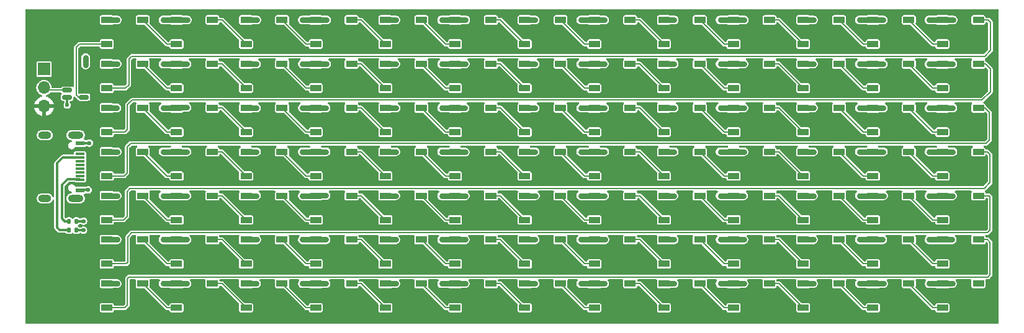
<source format=gbr>
%TF.GenerationSoftware,KiCad,Pcbnew,8.0.7*%
%TF.CreationDate,2025-02-01T19:51:36+00:00*%
%TF.ProjectId,LED-Panel,4c45442d-5061-46e6-956c-2e6b69636164,rev?*%
%TF.SameCoordinates,Original*%
%TF.FileFunction,Copper,L1,Top*%
%TF.FilePolarity,Positive*%
%FSLAX46Y46*%
G04 Gerber Fmt 4.6, Leading zero omitted, Abs format (unit mm)*
G04 Created by KiCad (PCBNEW 8.0.7) date 2025-02-01 19:51:36*
%MOMM*%
%LPD*%
G01*
G04 APERTURE LIST*
G04 Aperture macros list*
%AMRoundRect*
0 Rectangle with rounded corners*
0 $1 Rounding radius*
0 $2 $3 $4 $5 $6 $7 $8 $9 X,Y pos of 4 corners*
0 Add a 4 corners polygon primitive as box body*
4,1,4,$2,$3,$4,$5,$6,$7,$8,$9,$2,$3,0*
0 Add four circle primitives for the rounded corners*
1,1,$1+$1,$2,$3*
1,1,$1+$1,$4,$5*
1,1,$1+$1,$6,$7*
1,1,$1+$1,$8,$9*
0 Add four rect primitives between the rounded corners*
20,1,$1+$1,$2,$3,$4,$5,0*
20,1,$1+$1,$4,$5,$6,$7,0*
20,1,$1+$1,$6,$7,$8,$9,0*
20,1,$1+$1,$8,$9,$2,$3,0*%
G04 Aperture macros list end*
%TA.AperFunction,SMDPad,CuDef*%
%ADD10RoundRect,0.140000X0.170000X-0.140000X0.170000X0.140000X-0.170000X0.140000X-0.170000X-0.140000X0*%
%TD*%
%TA.AperFunction,SMDPad,CuDef*%
%ADD11RoundRect,0.090000X0.660000X0.360000X-0.660000X0.360000X-0.660000X-0.360000X0.660000X-0.360000X0*%
%TD*%
%TA.AperFunction,SMDPad,CuDef*%
%ADD12RoundRect,0.140000X-0.140000X-0.170000X0.140000X-0.170000X0.140000X0.170000X-0.140000X0.170000X0*%
%TD*%
%TA.AperFunction,SMDPad,CuDef*%
%ADD13RoundRect,0.135000X-0.135000X-0.185000X0.135000X-0.185000X0.135000X0.185000X-0.135000X0.185000X0*%
%TD*%
%TA.AperFunction,SMDPad,CuDef*%
%ADD14R,1.240000X0.600000*%
%TD*%
%TA.AperFunction,SMDPad,CuDef*%
%ADD15R,1.240000X0.300000*%
%TD*%
%TA.AperFunction,ComponentPad*%
%ADD16O,2.100000X1.000000*%
%TD*%
%TA.AperFunction,ComponentPad*%
%ADD17O,1.800000X1.000000*%
%TD*%
%TA.AperFunction,SMDPad,CuDef*%
%ADD18RoundRect,0.150000X-0.512500X-0.150000X0.512500X-0.150000X0.512500X0.150000X-0.512500X0.150000X0*%
%TD*%
%TA.AperFunction,ComponentPad*%
%ADD19R,1.700000X1.700000*%
%TD*%
%TA.AperFunction,ComponentPad*%
%ADD20O,1.700000X1.700000*%
%TD*%
%TA.AperFunction,ViaPad*%
%ADD21C,0.600000*%
%TD*%
%TA.AperFunction,Conductor*%
%ADD22C,0.200000*%
%TD*%
%TA.AperFunction,Conductor*%
%ADD23C,0.800000*%
%TD*%
%TA.AperFunction,Conductor*%
%ADD24C,0.300000*%
%TD*%
G04 APERTURE END LIST*
D10*
%TO.P,C50,1*%
%TO.N,+5V*%
X108700000Y-109100000D03*
%TO.P,C50,2*%
%TO.N,GND*%
X108700000Y-108140000D03*
%TD*%
D11*
%TO.P,D86,1,VDD*%
%TO.N,+5V*%
X183000000Y-141300000D03*
%TO.P,D86,2,DOUT*%
%TO.N,Net-(D86-DOUT)*%
X183000000Y-138000000D03*
%TO.P,D86,3,VSS*%
%TO.N,GND*%
X178100000Y-138000000D03*
%TO.P,D86,4,DIN*%
%TO.N,Net-(D85-DOUT)*%
X178100000Y-141300000D03*
%TD*%
%TO.P,D61,1,VDD*%
%TO.N,+5V*%
X192500000Y-129300000D03*
%TO.P,D61,2,DOUT*%
%TO.N,Net-(D61-DOUT)*%
X192500000Y-126000000D03*
%TO.P,D61,3,VSS*%
%TO.N,GND*%
X187600000Y-126000000D03*
%TO.P,D61,4,DIN*%
%TO.N,Net-(D60-DOUT)*%
X187600000Y-129300000D03*
%TD*%
D12*
%TO.P,C4,1*%
%TO.N,+5V*%
X175320000Y-102000000D03*
%TO.P,C4,2*%
%TO.N,GND*%
X176280000Y-102000000D03*
%TD*%
%TO.P,C44,1*%
%TO.N,+5V*%
X137320000Y-138000000D03*
%TO.P,C44,2*%
%TO.N,GND*%
X138280000Y-138000000D03*
%TD*%
D11*
%TO.P,D76,1,VDD*%
%TO.N,+5V*%
X211500000Y-135300000D03*
%TO.P,D76,2,DOUT*%
%TO.N,Net-(D76-DOUT)*%
X211500000Y-132000000D03*
%TO.P,D76,3,VSS*%
%TO.N,GND*%
X206600000Y-132000000D03*
%TO.P,D76,4,DIN*%
%TO.N,Net-(D75-DOUT)*%
X206600000Y-135300000D03*
%TD*%
%TO.P,D39,1,VDD*%
%TO.N,+5V*%
X230500000Y-117300000D03*
%TO.P,D39,2,DOUT*%
%TO.N,DO3*%
X230500000Y-114000000D03*
%TO.P,D39,3,VSS*%
%TO.N,GND*%
X225600000Y-114000000D03*
%TO.P,D39,4,DIN*%
%TO.N,Net-(D38-DOUT)*%
X225600000Y-117300000D03*
%TD*%
%TO.P,D15,1,VDD*%
%TO.N,+5V*%
X126000000Y-111300000D03*
%TO.P,D15,2,DOUT*%
%TO.N,Net-(D15-DOUT)*%
X126000000Y-108000000D03*
%TO.P,D15,3,VSS*%
%TO.N,GND*%
X121100000Y-108000000D03*
%TO.P,D15,4,DIN*%
%TO.N,Net-(D14-DOUT)*%
X121100000Y-111300000D03*
%TD*%
D12*
%TO.P,C11,1*%
%TO.N,+5V*%
X175320000Y-108000000D03*
%TO.P,C11,2*%
%TO.N,GND*%
X176280000Y-108000000D03*
%TD*%
D13*
%TO.P,R1,1*%
%TO.N,Net-(J1-CC2)*%
X106440000Y-129470000D03*
%TO.P,R1,2*%
%TO.N,GND*%
X107460000Y-129470000D03*
%TD*%
D11*
%TO.P,D4,1,VDD*%
%TO.N,+5V*%
X145000000Y-105300000D03*
%TO.P,D4,2,DOUT*%
%TO.N,Net-(D4-DOUT)*%
X145000000Y-102000000D03*
%TO.P,D4,3,VSS*%
%TO.N,GND*%
X140100000Y-102000000D03*
%TO.P,D4,4,DIN*%
%TO.N,Net-(D3-DOUT)*%
X140100000Y-105300000D03*
%TD*%
%TO.P,D42,1,VDD*%
%TO.N,+5V*%
X135500000Y-123300000D03*
%TO.P,D42,2,DOUT*%
%TO.N,Net-(D42-DOUT)*%
X135500000Y-120000000D03*
%TO.P,D42,3,VSS*%
%TO.N,GND*%
X130600000Y-120000000D03*
%TO.P,D42,4,DIN*%
%TO.N,Net-(D41-DOUT)*%
X130600000Y-123300000D03*
%TD*%
%TO.P,D71,1,VDD*%
%TO.N,+5V*%
X164000000Y-135300000D03*
%TO.P,D71,2,DOUT*%
%TO.N,Net-(D71-DOUT)*%
X164000000Y-132000000D03*
%TO.P,D71,3,VSS*%
%TO.N,GND*%
X159100000Y-132000000D03*
%TO.P,D71,4,DIN*%
%TO.N,Net-(D70-DOUT)*%
X159100000Y-135300000D03*
%TD*%
D12*
%TO.P,C24,1*%
%TO.N,+5V*%
X156320000Y-120000000D03*
%TO.P,C24,2*%
%TO.N,GND*%
X157280000Y-120000000D03*
%TD*%
%TO.P,C36,1*%
%TO.N,+5V*%
X118320000Y-132000000D03*
%TO.P,C36,2*%
%TO.N,GND*%
X119280000Y-132000000D03*
%TD*%
%TO.P,C45,1*%
%TO.N,+5V*%
X156320000Y-138000000D03*
%TO.P,C45,2*%
%TO.N,GND*%
X157280000Y-138000000D03*
%TD*%
D14*
%TO.P,J1,A1,GND*%
%TO.N,GND*%
X107940000Y-118840000D03*
%TO.P,J1,A4,VBUS*%
%TO.N,+5V*%
X107940000Y-119640000D03*
D15*
%TO.P,J1,A5,CC1*%
%TO.N,Net-(J1-CC1)*%
X107940000Y-120790000D03*
%TO.P,J1,A6,D+*%
%TO.N,unconnected-(J1-D+-PadA6)*%
X107940000Y-121790000D03*
%TO.P,J1,A7,D-*%
%TO.N,unconnected-(J1-D--PadA7)*%
X107940000Y-122290000D03*
%TO.P,J1,A8,SBU1*%
%TO.N,unconnected-(J1-SBU1-PadA8)*%
X107940000Y-123290000D03*
D14*
%TO.P,J1,A9,VBUS*%
%TO.N,+5V*%
X107940000Y-124440000D03*
%TO.P,J1,A12,GND*%
%TO.N,GND*%
X107940000Y-125240000D03*
%TO.P,J1,B1,GND*%
X107940000Y-125240000D03*
%TO.P,J1,B4,VBUS*%
%TO.N,+5V*%
X107940000Y-124440000D03*
D15*
%TO.P,J1,B5,CC2*%
%TO.N,Net-(J1-CC2)*%
X107940000Y-123790000D03*
%TO.P,J1,B6,D+*%
%TO.N,unconnected-(J1-D+-PadB6)*%
X107940000Y-122790000D03*
%TO.P,J1,B7,D-*%
%TO.N,unconnected-(J1-D--PadB7)*%
X107940000Y-121290000D03*
%TO.P,J1,B8,SBU2*%
%TO.N,unconnected-(J1-SBU2-PadB8)*%
X107940000Y-120290000D03*
D14*
%TO.P,J1,B9,VBUS*%
%TO.N,+5V*%
X107940000Y-119640000D03*
%TO.P,J1,B12,GND*%
%TO.N,GND*%
X107940000Y-118840000D03*
D16*
%TO.P,J1,S1,SHIELD*%
X107340000Y-117720000D03*
D17*
X103140000Y-117720000D03*
D16*
X107340000Y-126360000D03*
D17*
X103140000Y-126360000D03*
%TD*%
D12*
%TO.P,C2,1*%
%TO.N,+5V*%
X137320000Y-102000000D03*
%TO.P,C2,2*%
%TO.N,GND*%
X138280000Y-102000000D03*
%TD*%
%TO.P,C37,1*%
%TO.N,+5V*%
X137320000Y-132000000D03*
%TO.P,C37,2*%
%TO.N,GND*%
X138280000Y-132000000D03*
%TD*%
D11*
%TO.P,D17,1,VDD*%
%TO.N,+5V*%
X145000000Y-111300000D03*
%TO.P,D17,2,DOUT*%
%TO.N,Net-(D17-DOUT)*%
X145000000Y-108000000D03*
%TO.P,D17,3,VSS*%
%TO.N,GND*%
X140100000Y-108000000D03*
%TO.P,D17,4,DIN*%
%TO.N,Net-(D16-DOUT)*%
X140100000Y-111300000D03*
%TD*%
D12*
%TO.P,C34,1*%
%TO.N,+5V*%
X213320000Y-126000000D03*
%TO.P,C34,2*%
%TO.N,GND*%
X214280000Y-126000000D03*
%TD*%
D11*
%TO.P,D35,1,VDD*%
%TO.N,+5V*%
X192500000Y-117300000D03*
%TO.P,D35,2,DOUT*%
%TO.N,Net-(D35-DOUT)*%
X192500000Y-114000000D03*
%TO.P,D35,3,VSS*%
%TO.N,GND*%
X187600000Y-114000000D03*
%TO.P,D35,4,DIN*%
%TO.N,Net-(D34-DOUT)*%
X187600000Y-117300000D03*
%TD*%
D13*
%TO.P,R2,1*%
%TO.N,Net-(J1-CC1)*%
X106440000Y-130700000D03*
%TO.P,R2,2*%
%TO.N,GND*%
X107460000Y-130700000D03*
%TD*%
D12*
%TO.P,C28,1*%
%TO.N,+5V*%
X222820000Y-120000000D03*
%TO.P,C28,2*%
%TO.N,GND*%
X223780000Y-120000000D03*
%TD*%
D11*
%TO.P,D77,1,VDD*%
%TO.N,+5V*%
X221000000Y-135300000D03*
%TO.P,D77,2,DOUT*%
%TO.N,Net-(D77-DOUT)*%
X221000000Y-132000000D03*
%TO.P,D77,3,VSS*%
%TO.N,GND*%
X216100000Y-132000000D03*
%TO.P,D77,4,DIN*%
%TO.N,Net-(D76-DOUT)*%
X216100000Y-135300000D03*
%TD*%
%TO.P,D58,1,VDD*%
%TO.N,+5V*%
X164000000Y-129300000D03*
%TO.P,D58,2,DOUT*%
%TO.N,Net-(D58-DOUT)*%
X164000000Y-126000000D03*
%TO.P,D58,3,VSS*%
%TO.N,GND*%
X159100000Y-126000000D03*
%TO.P,D58,4,DIN*%
%TO.N,Net-(D57-DOUT)*%
X159100000Y-129300000D03*
%TD*%
D12*
%TO.P,C16,1*%
%TO.N,+5V*%
X137320000Y-114000000D03*
%TO.P,C16,2*%
%TO.N,GND*%
X138280000Y-114000000D03*
%TD*%
%TO.P,C19,1*%
%TO.N,+5V*%
X194320000Y-114000000D03*
%TO.P,C19,2*%
%TO.N,GND*%
X195280000Y-114000000D03*
%TD*%
%TO.P,C13,1*%
%TO.N,+5V*%
X213320000Y-108000000D03*
%TO.P,C13,2*%
%TO.N,GND*%
X214280000Y-108000000D03*
%TD*%
D11*
%TO.P,D49,1,VDD*%
%TO.N,+5V*%
X202000000Y-123300000D03*
%TO.P,D49,2,DOUT*%
%TO.N,Net-(D49-DOUT)*%
X202000000Y-120000000D03*
%TO.P,D49,3,VSS*%
%TO.N,GND*%
X197100000Y-120000000D03*
%TO.P,D49,4,DIN*%
%TO.N,Net-(D48-DOUT)*%
X197100000Y-123300000D03*
%TD*%
D18*
%TO.P,U1,1*%
%TO.N,+5V*%
X106190000Y-110640000D03*
%TO.P,U1,2*%
%TO.N,Net-(J2-Pin_2)*%
X106190000Y-111590000D03*
%TO.P,U1,3,GND*%
%TO.N,GND*%
X106190000Y-112540000D03*
%TO.P,U1,4*%
%TO.N,/DIN*%
X108465000Y-112540000D03*
%TO.P,U1,5,VCC*%
%TO.N,+5V*%
X108465000Y-110640000D03*
%TD*%
D12*
%TO.P,C29,1*%
%TO.N,+5V*%
X118320000Y-126000000D03*
%TO.P,C29,2*%
%TO.N,GND*%
X119280000Y-126000000D03*
%TD*%
D11*
%TO.P,D78,1,VDD*%
%TO.N,+5V*%
X230500000Y-135300000D03*
%TO.P,D78,2,DOUT*%
%TO.N,DO6*%
X230500000Y-132000000D03*
%TO.P,D78,3,VSS*%
%TO.N,GND*%
X225600000Y-132000000D03*
%TO.P,D78,4,DIN*%
%TO.N,Net-(D77-DOUT)*%
X225600000Y-135300000D03*
%TD*%
D12*
%TO.P,C20,1*%
%TO.N,+5V*%
X213320000Y-114000000D03*
%TO.P,C20,2*%
%TO.N,GND*%
X214280000Y-114000000D03*
%TD*%
D19*
%TO.P,J2,1,Pin_1*%
%TO.N,GND*%
X103027500Y-108710000D03*
D20*
%TO.P,J2,2,Pin_2*%
%TO.N,Net-(J2-Pin_2)*%
X103027500Y-111250000D03*
%TO.P,J2,3,Pin_3*%
%TO.N,+5V*%
X103027500Y-113790000D03*
%TD*%
D11*
%TO.P,D23,1,VDD*%
%TO.N,+5V*%
X202000000Y-111300000D03*
%TO.P,D23,2,DOUT*%
%TO.N,Net-(D23-DOUT)*%
X202000000Y-108000000D03*
%TO.P,D23,3,VSS*%
%TO.N,GND*%
X197100000Y-108000000D03*
%TO.P,D23,4,DIN*%
%TO.N,Net-(D22-DOUT)*%
X197100000Y-111300000D03*
%TD*%
%TO.P,D90,1,VDD*%
%TO.N,+5V*%
X221000000Y-141300000D03*
%TO.P,D90,2,DOUT*%
%TO.N,Net-(D90-DOUT)*%
X221000000Y-138000000D03*
%TO.P,D90,3,VSS*%
%TO.N,GND*%
X216100000Y-138000000D03*
%TO.P,D90,4,DIN*%
%TO.N,Net-(D89-DOUT)*%
X216100000Y-141300000D03*
%TD*%
%TO.P,D12,1,VDD*%
%TO.N,+5V*%
X221000000Y-105300000D03*
%TO.P,D12,2,DOUT*%
%TO.N,Net-(D12-DOUT)*%
X221000000Y-102000000D03*
%TO.P,D12,3,VSS*%
%TO.N,GND*%
X216100000Y-102000000D03*
%TO.P,D12,4,DIN*%
%TO.N,Net-(D11-DOUT)*%
X216100000Y-105300000D03*
%TD*%
%TO.P,D89,1,VDD*%
%TO.N,+5V*%
X211500000Y-141300000D03*
%TO.P,D89,2,DOUT*%
%TO.N,Net-(D89-DOUT)*%
X211500000Y-138000000D03*
%TO.P,D89,3,VSS*%
%TO.N,GND*%
X206600000Y-138000000D03*
%TO.P,D89,4,DIN*%
%TO.N,Net-(D88-DOUT)*%
X206600000Y-141300000D03*
%TD*%
%TO.P,D16,1,VDD*%
%TO.N,+5V*%
X135500000Y-111300000D03*
%TO.P,D16,2,DOUT*%
%TO.N,Net-(D16-DOUT)*%
X135500000Y-108000000D03*
%TO.P,D16,3,VSS*%
%TO.N,GND*%
X130600000Y-108000000D03*
%TO.P,D16,4,DIN*%
%TO.N,Net-(D15-DOUT)*%
X130600000Y-111300000D03*
%TD*%
%TO.P,D65,1,VDD*%
%TO.N,+5V*%
X230500000Y-129300000D03*
%TO.P,D65,2,DOUT*%
%TO.N,DO5*%
X230500000Y-126000000D03*
%TO.P,D65,3,VSS*%
%TO.N,GND*%
X225600000Y-126000000D03*
%TO.P,D65,4,DIN*%
%TO.N,Net-(D64-DOUT)*%
X225600000Y-129300000D03*
%TD*%
D12*
%TO.P,C14,1*%
%TO.N,+5V*%
X222820000Y-108000000D03*
%TO.P,C14,2*%
%TO.N,GND*%
X223780000Y-108000000D03*
%TD*%
%TO.P,C40,1*%
%TO.N,+5V*%
X194320000Y-132000000D03*
%TO.P,C40,2*%
%TO.N,GND*%
X195280000Y-132000000D03*
%TD*%
D11*
%TO.P,D67,1,VDD*%
%TO.N,+5V*%
X126000000Y-135300000D03*
%TO.P,D67,2,DOUT*%
%TO.N,Net-(D67-DOUT)*%
X126000000Y-132000000D03*
%TO.P,D67,3,VSS*%
%TO.N,GND*%
X121100000Y-132000000D03*
%TO.P,D67,4,DIN*%
%TO.N,Net-(D66-DOUT)*%
X121100000Y-135300000D03*
%TD*%
%TO.P,D53,1,VDD*%
%TO.N,+5V*%
X116500000Y-129300000D03*
%TO.P,D53,2,DOUT*%
%TO.N,Net-(D53-DOUT)*%
X116500000Y-126000000D03*
%TO.P,D53,3,VSS*%
%TO.N,GND*%
X111600000Y-126000000D03*
%TO.P,D53,4,DIN*%
%TO.N,DO4*%
X111600000Y-129300000D03*
%TD*%
D12*
%TO.P,C26,1*%
%TO.N,+5V*%
X194320000Y-120000000D03*
%TO.P,C26,2*%
%TO.N,GND*%
X195280000Y-120000000D03*
%TD*%
D11*
%TO.P,D83,1,VDD*%
%TO.N,+5V*%
X154500000Y-141300000D03*
%TO.P,D83,2,DOUT*%
%TO.N,Net-(D83-DOUT)*%
X154500000Y-138000000D03*
%TO.P,D83,3,VSS*%
%TO.N,GND*%
X149600000Y-138000000D03*
%TO.P,D83,4,DIN*%
%TO.N,Net-(D82-DOUT)*%
X149600000Y-141300000D03*
%TD*%
%TO.P,D47,1,VDD*%
%TO.N,+5V*%
X183000000Y-123300000D03*
%TO.P,D47,2,DOUT*%
%TO.N,Net-(D47-DOUT)*%
X183000000Y-120000000D03*
%TO.P,D47,3,VSS*%
%TO.N,GND*%
X178100000Y-120000000D03*
%TO.P,D47,4,DIN*%
%TO.N,Net-(D46-DOUT)*%
X178100000Y-123300000D03*
%TD*%
%TO.P,D2,1,VDD*%
%TO.N,+5V*%
X126000000Y-105300000D03*
%TO.P,D2,2,DOUT*%
%TO.N,Net-(D2-DOUT)*%
X126000000Y-102000000D03*
%TO.P,D2,3,VSS*%
%TO.N,GND*%
X121100000Y-102000000D03*
%TO.P,D2,4,DIN*%
%TO.N,Net-(D1-DOUT)*%
X121100000Y-105300000D03*
%TD*%
%TO.P,D64,1,VDD*%
%TO.N,+5V*%
X221000000Y-129300000D03*
%TO.P,D64,2,DOUT*%
%TO.N,Net-(D64-DOUT)*%
X221000000Y-126000000D03*
%TO.P,D64,3,VSS*%
%TO.N,GND*%
X216100000Y-126000000D03*
%TO.P,D64,4,DIN*%
%TO.N,Net-(D63-DOUT)*%
X216100000Y-129300000D03*
%TD*%
%TO.P,D14,1,VDD*%
%TO.N,+5V*%
X116500000Y-111300000D03*
%TO.P,D14,2,DOUT*%
%TO.N,Net-(D14-DOUT)*%
X116500000Y-108000000D03*
%TO.P,D14,3,VSS*%
%TO.N,GND*%
X111600000Y-108000000D03*
%TO.P,D14,4,DIN*%
%TO.N,DO1*%
X111600000Y-111300000D03*
%TD*%
%TO.P,D55,1,VDD*%
%TO.N,+5V*%
X135500000Y-129300000D03*
%TO.P,D55,2,DOUT*%
%TO.N,Net-(D55-DOUT)*%
X135500000Y-126000000D03*
%TO.P,D55,3,VSS*%
%TO.N,GND*%
X130600000Y-126000000D03*
%TO.P,D55,4,DIN*%
%TO.N,Net-(D54-DOUT)*%
X130600000Y-129300000D03*
%TD*%
D12*
%TO.P,C23,1*%
%TO.N,+5V*%
X137320000Y-120000000D03*
%TO.P,C23,2*%
%TO.N,GND*%
X138280000Y-120000000D03*
%TD*%
%TO.P,C43,1*%
%TO.N,+5V*%
X118320000Y-138000000D03*
%TO.P,C43,2*%
%TO.N,GND*%
X119280000Y-138000000D03*
%TD*%
D11*
%TO.P,D1,1,VDD*%
%TO.N,+5V*%
X116500000Y-105300000D03*
%TO.P,D1,2,DOUT*%
%TO.N,Net-(D1-DOUT)*%
X116500000Y-102000000D03*
%TO.P,D1,3,VSS*%
%TO.N,GND*%
X111600000Y-102000000D03*
%TO.P,D1,4,DIN*%
%TO.N,/DIN*%
X111600000Y-105300000D03*
%TD*%
%TO.P,D66,1,VDD*%
%TO.N,+5V*%
X116500000Y-135300000D03*
%TO.P,D66,2,DOUT*%
%TO.N,Net-(D66-DOUT)*%
X116500000Y-132000000D03*
%TO.P,D66,3,VSS*%
%TO.N,GND*%
X111600000Y-132000000D03*
%TO.P,D66,4,DIN*%
%TO.N,DO5*%
X111600000Y-135300000D03*
%TD*%
%TO.P,D34,1,VDD*%
%TO.N,+5V*%
X183000000Y-117300000D03*
%TO.P,D34,2,DOUT*%
%TO.N,Net-(D34-DOUT)*%
X183000000Y-114000000D03*
%TO.P,D34,3,VSS*%
%TO.N,GND*%
X178100000Y-114000000D03*
%TO.P,D34,4,DIN*%
%TO.N,Net-(D33-DOUT)*%
X178100000Y-117300000D03*
%TD*%
%TO.P,D56,1,VDD*%
%TO.N,+5V*%
X145000000Y-129300000D03*
%TO.P,D56,2,DOUT*%
%TO.N,Net-(D56-DOUT)*%
X145000000Y-126000000D03*
%TO.P,D56,3,VSS*%
%TO.N,GND*%
X140100000Y-126000000D03*
%TO.P,D56,4,DIN*%
%TO.N,Net-(D55-DOUT)*%
X140100000Y-129300000D03*
%TD*%
%TO.P,D40,1,VDD*%
%TO.N,+5V*%
X116500000Y-123300000D03*
%TO.P,D40,2,DOUT*%
%TO.N,Net-(D40-DOUT)*%
X116500000Y-120000000D03*
%TO.P,D40,3,VSS*%
%TO.N,GND*%
X111600000Y-120000000D03*
%TO.P,D40,4,DIN*%
%TO.N,DO3*%
X111600000Y-123300000D03*
%TD*%
%TO.P,D44,1,VDD*%
%TO.N,+5V*%
X154500000Y-123300000D03*
%TO.P,D44,2,DOUT*%
%TO.N,Net-(D44-DOUT)*%
X154500000Y-120000000D03*
%TO.P,D44,3,VSS*%
%TO.N,GND*%
X149600000Y-120000000D03*
%TO.P,D44,4,DIN*%
%TO.N,Net-(D43-DOUT)*%
X149600000Y-123300000D03*
%TD*%
%TO.P,D25,1,VDD*%
%TO.N,+5V*%
X221000000Y-111300000D03*
%TO.P,D25,2,DOUT*%
%TO.N,Net-(D25-DOUT)*%
X221000000Y-108000000D03*
%TO.P,D25,3,VSS*%
%TO.N,GND*%
X216100000Y-108000000D03*
%TO.P,D25,4,DIN*%
%TO.N,Net-(D24-DOUT)*%
X216100000Y-111300000D03*
%TD*%
%TO.P,D41,1,VDD*%
%TO.N,+5V*%
X126000000Y-123300000D03*
%TO.P,D41,2,DOUT*%
%TO.N,Net-(D41-DOUT)*%
X126000000Y-120000000D03*
%TO.P,D41,3,VSS*%
%TO.N,GND*%
X121100000Y-120000000D03*
%TO.P,D41,4,DIN*%
%TO.N,Net-(D40-DOUT)*%
X121100000Y-123300000D03*
%TD*%
D12*
%TO.P,C39,1*%
%TO.N,+5V*%
X175320000Y-132000000D03*
%TO.P,C39,2*%
%TO.N,GND*%
X176280000Y-132000000D03*
%TD*%
D11*
%TO.P,D13,1,VDD*%
%TO.N,+5V*%
X230500000Y-105300000D03*
%TO.P,D13,2,DOUT*%
%TO.N,DO1*%
X230500000Y-102000000D03*
%TO.P,D13,3,VSS*%
%TO.N,GND*%
X225600000Y-102000000D03*
%TO.P,D13,4,DIN*%
%TO.N,Net-(D12-DOUT)*%
X225600000Y-105300000D03*
%TD*%
%TO.P,D91,1,VDD*%
%TO.N,+5V*%
X230500000Y-141300000D03*
%TO.P,D91,2,DOUT*%
%TO.N,DO7*%
X230500000Y-138000000D03*
%TO.P,D91,3,VSS*%
%TO.N,GND*%
X225600000Y-138000000D03*
%TO.P,D91,4,DIN*%
%TO.N,Net-(D90-DOUT)*%
X225600000Y-141300000D03*
%TD*%
%TO.P,D20,1,VDD*%
%TO.N,+5V*%
X173500000Y-111300000D03*
%TO.P,D20,2,DOUT*%
%TO.N,Net-(D20-DOUT)*%
X173500000Y-108000000D03*
%TO.P,D20,3,VSS*%
%TO.N,GND*%
X168600000Y-108000000D03*
%TO.P,D20,4,DIN*%
%TO.N,Net-(D19-DOUT)*%
X168600000Y-111300000D03*
%TD*%
%TO.P,D19,1,VDD*%
%TO.N,+5V*%
X164000000Y-111300000D03*
%TO.P,D19,2,DOUT*%
%TO.N,Net-(D19-DOUT)*%
X164000000Y-108000000D03*
%TO.P,D19,3,VSS*%
%TO.N,GND*%
X159100000Y-108000000D03*
%TO.P,D19,4,DIN*%
%TO.N,Net-(D18-DOUT)*%
X159100000Y-111300000D03*
%TD*%
D12*
%TO.P,C15,1*%
%TO.N,+5V*%
X118320000Y-114000000D03*
%TO.P,C15,2*%
%TO.N,GND*%
X119280000Y-114000000D03*
%TD*%
D11*
%TO.P,D87,1,VDD*%
%TO.N,+5V*%
X192500000Y-141300000D03*
%TO.P,D87,2,DOUT*%
%TO.N,Net-(D87-DOUT)*%
X192500000Y-138000000D03*
%TO.P,D87,3,VSS*%
%TO.N,GND*%
X187600000Y-138000000D03*
%TO.P,D87,4,DIN*%
%TO.N,Net-(D86-DOUT)*%
X187600000Y-141300000D03*
%TD*%
D12*
%TO.P,C17,1*%
%TO.N,+5V*%
X156320000Y-114000000D03*
%TO.P,C17,2*%
%TO.N,GND*%
X157280000Y-114000000D03*
%TD*%
%TO.P,C8,1*%
%TO.N,+5V*%
X118320000Y-108000000D03*
%TO.P,C8,2*%
%TO.N,GND*%
X119280000Y-108000000D03*
%TD*%
%TO.P,C30,1*%
%TO.N,+5V*%
X137320000Y-126000000D03*
%TO.P,C30,2*%
%TO.N,GND*%
X138280000Y-126000000D03*
%TD*%
%TO.P,C1,1*%
%TO.N,+5V*%
X118320000Y-102000000D03*
%TO.P,C1,2*%
%TO.N,GND*%
X119280000Y-102000000D03*
%TD*%
D11*
%TO.P,D51,1,VDD*%
%TO.N,+5V*%
X221000000Y-123300000D03*
%TO.P,D51,2,DOUT*%
%TO.N,Net-(D51-DOUT)*%
X221000000Y-120000000D03*
%TO.P,D51,3,VSS*%
%TO.N,GND*%
X216100000Y-120000000D03*
%TO.P,D51,4,DIN*%
%TO.N,Net-(D50-DOUT)*%
X216100000Y-123300000D03*
%TD*%
D12*
%TO.P,C21,1*%
%TO.N,+5V*%
X222820000Y-114000000D03*
%TO.P,C21,2*%
%TO.N,GND*%
X223780000Y-114000000D03*
%TD*%
%TO.P,C7,1*%
%TO.N,+5V*%
X222820000Y-102000000D03*
%TO.P,C7,2*%
%TO.N,GND*%
X223780000Y-102000000D03*
%TD*%
D11*
%TO.P,D73,1,VDD*%
%TO.N,+5V*%
X183000000Y-135300000D03*
%TO.P,D73,2,DOUT*%
%TO.N,Net-(D73-DOUT)*%
X183000000Y-132000000D03*
%TO.P,D73,3,VSS*%
%TO.N,GND*%
X178100000Y-132000000D03*
%TO.P,D73,4,DIN*%
%TO.N,Net-(D72-DOUT)*%
X178100000Y-135300000D03*
%TD*%
%TO.P,D75,1,VDD*%
%TO.N,+5V*%
X202000000Y-135300000D03*
%TO.P,D75,2,DOUT*%
%TO.N,Net-(D75-DOUT)*%
X202000000Y-132000000D03*
%TO.P,D75,3,VSS*%
%TO.N,GND*%
X197100000Y-132000000D03*
%TO.P,D75,4,DIN*%
%TO.N,Net-(D74-DOUT)*%
X197100000Y-135300000D03*
%TD*%
%TO.P,D6,1,VDD*%
%TO.N,+5V*%
X164000000Y-105300000D03*
%TO.P,D6,2,DOUT*%
%TO.N,Net-(D6-DOUT)*%
X164000000Y-102000000D03*
%TO.P,D6,3,VSS*%
%TO.N,GND*%
X159100000Y-102000000D03*
%TO.P,D6,4,DIN*%
%TO.N,Net-(D5-DOUT)*%
X159100000Y-105300000D03*
%TD*%
%TO.P,D70,1,VDD*%
%TO.N,+5V*%
X154500000Y-135300000D03*
%TO.P,D70,2,DOUT*%
%TO.N,Net-(D70-DOUT)*%
X154500000Y-132000000D03*
%TO.P,D70,3,VSS*%
%TO.N,GND*%
X149600000Y-132000000D03*
%TO.P,D70,4,DIN*%
%TO.N,Net-(D69-DOUT)*%
X149600000Y-135300000D03*
%TD*%
%TO.P,D18,1,VDD*%
%TO.N,+5V*%
X154500000Y-111300000D03*
%TO.P,D18,2,DOUT*%
%TO.N,Net-(D18-DOUT)*%
X154500000Y-108000000D03*
%TO.P,D18,3,VSS*%
%TO.N,GND*%
X149600000Y-108000000D03*
%TO.P,D18,4,DIN*%
%TO.N,Net-(D17-DOUT)*%
X149600000Y-111300000D03*
%TD*%
D12*
%TO.P,C35,1*%
%TO.N,+5V*%
X222820000Y-126000000D03*
%TO.P,C35,2*%
%TO.N,GND*%
X223780000Y-126000000D03*
%TD*%
D11*
%TO.P,D88,1,VDD*%
%TO.N,+5V*%
X202000000Y-141300000D03*
%TO.P,D88,2,DOUT*%
%TO.N,Net-(D88-DOUT)*%
X202000000Y-138000000D03*
%TO.P,D88,3,VSS*%
%TO.N,GND*%
X197100000Y-138000000D03*
%TO.P,D88,4,DIN*%
%TO.N,Net-(D87-DOUT)*%
X197100000Y-141300000D03*
%TD*%
%TO.P,D84,1,VDD*%
%TO.N,+5V*%
X164000000Y-141300000D03*
%TO.P,D84,2,DOUT*%
%TO.N,Net-(D84-DOUT)*%
X164000000Y-138000000D03*
%TO.P,D84,3,VSS*%
%TO.N,GND*%
X159100000Y-138000000D03*
%TO.P,D84,4,DIN*%
%TO.N,Net-(D83-DOUT)*%
X159100000Y-141300000D03*
%TD*%
%TO.P,D60,1,VDD*%
%TO.N,+5V*%
X183000000Y-129300000D03*
%TO.P,D60,2,DOUT*%
%TO.N,Net-(D60-DOUT)*%
X183000000Y-126000000D03*
%TO.P,D60,3,VSS*%
%TO.N,GND*%
X178100000Y-126000000D03*
%TO.P,D60,4,DIN*%
%TO.N,Net-(D59-DOUT)*%
X178100000Y-129300000D03*
%TD*%
%TO.P,D27,1,VDD*%
%TO.N,+5V*%
X116500000Y-117300000D03*
%TO.P,D27,2,DOUT*%
%TO.N,Net-(D27-DOUT)*%
X116500000Y-114000000D03*
%TO.P,D27,3,VSS*%
%TO.N,GND*%
X111600000Y-114000000D03*
%TO.P,D27,4,DIN*%
%TO.N,DO2*%
X111600000Y-117300000D03*
%TD*%
D12*
%TO.P,C41,1*%
%TO.N,+5V*%
X213320000Y-132000000D03*
%TO.P,C41,2*%
%TO.N,GND*%
X214280000Y-132000000D03*
%TD*%
%TO.P,C6,1*%
%TO.N,+5V*%
X213320000Y-102000000D03*
%TO.P,C6,2*%
%TO.N,GND*%
X214280000Y-102000000D03*
%TD*%
D11*
%TO.P,D36,1,VDD*%
%TO.N,+5V*%
X202000000Y-117300000D03*
%TO.P,D36,2,DOUT*%
%TO.N,Net-(D36-DOUT)*%
X202000000Y-114000000D03*
%TO.P,D36,3,VSS*%
%TO.N,GND*%
X197100000Y-114000000D03*
%TO.P,D36,4,DIN*%
%TO.N,Net-(D35-DOUT)*%
X197100000Y-117300000D03*
%TD*%
%TO.P,D50,1,VDD*%
%TO.N,+5V*%
X211500000Y-123300000D03*
%TO.P,D50,2,DOUT*%
%TO.N,Net-(D50-DOUT)*%
X211500000Y-120000000D03*
%TO.P,D50,3,VSS*%
%TO.N,GND*%
X206600000Y-120000000D03*
%TO.P,D50,4,DIN*%
%TO.N,Net-(D49-DOUT)*%
X206600000Y-123300000D03*
%TD*%
%TO.P,D7,1,VDD*%
%TO.N,+5V*%
X173500000Y-105300000D03*
%TO.P,D7,2,DOUT*%
%TO.N,Net-(D7-DOUT)*%
X173500000Y-102000000D03*
%TO.P,D7,3,VSS*%
%TO.N,GND*%
X168600000Y-102000000D03*
%TO.P,D7,4,DIN*%
%TO.N,Net-(D6-DOUT)*%
X168600000Y-105300000D03*
%TD*%
%TO.P,D52,1,VDD*%
%TO.N,+5V*%
X230500000Y-123300000D03*
%TO.P,D52,2,DOUT*%
%TO.N,DO4*%
X230500000Y-120000000D03*
%TO.P,D52,3,VSS*%
%TO.N,GND*%
X225600000Y-120000000D03*
%TO.P,D52,4,DIN*%
%TO.N,Net-(D51-DOUT)*%
X225600000Y-123300000D03*
%TD*%
D12*
%TO.P,C38,1*%
%TO.N,+5V*%
X156320000Y-132000000D03*
%TO.P,C38,2*%
%TO.N,GND*%
X157280000Y-132000000D03*
%TD*%
D11*
%TO.P,D79,1,VDD*%
%TO.N,+5V*%
X116500000Y-141300000D03*
%TO.P,D79,2,DOUT*%
%TO.N,Net-(D79-DOUT)*%
X116500000Y-138000000D03*
%TO.P,D79,3,VSS*%
%TO.N,GND*%
X111600000Y-138000000D03*
%TO.P,D79,4,DIN*%
%TO.N,DO6*%
X111600000Y-141300000D03*
%TD*%
D12*
%TO.P,C27,1*%
%TO.N,+5V*%
X213320000Y-120000000D03*
%TO.P,C27,2*%
%TO.N,GND*%
X214280000Y-120000000D03*
%TD*%
D11*
%TO.P,D43,1,VDD*%
%TO.N,+5V*%
X145000000Y-123300000D03*
%TO.P,D43,2,DOUT*%
%TO.N,Net-(D43-DOUT)*%
X145000000Y-120000000D03*
%TO.P,D43,3,VSS*%
%TO.N,GND*%
X140100000Y-120000000D03*
%TO.P,D43,4,DIN*%
%TO.N,Net-(D42-DOUT)*%
X140100000Y-123300000D03*
%TD*%
%TO.P,D48,1,VDD*%
%TO.N,+5V*%
X192500000Y-123300000D03*
%TO.P,D48,2,DOUT*%
%TO.N,Net-(D48-DOUT)*%
X192500000Y-120000000D03*
%TO.P,D48,3,VSS*%
%TO.N,GND*%
X187600000Y-120000000D03*
%TO.P,D48,4,DIN*%
%TO.N,Net-(D47-DOUT)*%
X187600000Y-123300000D03*
%TD*%
%TO.P,D10,1,VDD*%
%TO.N,+5V*%
X202000000Y-105300000D03*
%TO.P,D10,2,DOUT*%
%TO.N,Net-(D10-DOUT)*%
X202000000Y-102000000D03*
%TO.P,D10,3,VSS*%
%TO.N,GND*%
X197100000Y-102000000D03*
%TO.P,D10,4,DIN*%
%TO.N,Net-(D10-DIN)*%
X197100000Y-105300000D03*
%TD*%
%TO.P,D29,1,VDD*%
%TO.N,+5V*%
X135500000Y-117300000D03*
%TO.P,D29,2,DOUT*%
%TO.N,Net-(D29-DOUT)*%
X135500000Y-114000000D03*
%TO.P,D29,3,VSS*%
%TO.N,GND*%
X130600000Y-114000000D03*
%TO.P,D29,4,DIN*%
%TO.N,Net-(D28-DOUT)*%
X130600000Y-117300000D03*
%TD*%
%TO.P,D37,1,VDD*%
%TO.N,+5V*%
X211500000Y-117300000D03*
%TO.P,D37,2,DOUT*%
%TO.N,Net-(D37-DOUT)*%
X211500000Y-114000000D03*
%TO.P,D37,3,VSS*%
%TO.N,GND*%
X206600000Y-114000000D03*
%TO.P,D37,4,DIN*%
%TO.N,Net-(D36-DOUT)*%
X206600000Y-117300000D03*
%TD*%
D12*
%TO.P,C10,1*%
%TO.N,+5V*%
X156320000Y-108000000D03*
%TO.P,C10,2*%
%TO.N,GND*%
X157280000Y-108000000D03*
%TD*%
%TO.P,C42,1*%
%TO.N,+5V*%
X222820000Y-132000000D03*
%TO.P,C42,2*%
%TO.N,GND*%
X223780000Y-132000000D03*
%TD*%
D11*
%TO.P,D30,1,VDD*%
%TO.N,+5V*%
X145000000Y-117300000D03*
%TO.P,D30,2,DOUT*%
%TO.N,Net-(D30-DOUT)*%
X145000000Y-114000000D03*
%TO.P,D30,3,VSS*%
%TO.N,GND*%
X140100000Y-114000000D03*
%TO.P,D30,4,DIN*%
%TO.N,Net-(D29-DOUT)*%
X140100000Y-117300000D03*
%TD*%
%TO.P,D45,1,VDD*%
%TO.N,+5V*%
X164000000Y-123300000D03*
%TO.P,D45,2,DOUT*%
%TO.N,Net-(D45-DOUT)*%
X164000000Y-120000000D03*
%TO.P,D45,3,VSS*%
%TO.N,GND*%
X159100000Y-120000000D03*
%TO.P,D45,4,DIN*%
%TO.N,Net-(D44-DOUT)*%
X159100000Y-123300000D03*
%TD*%
D12*
%TO.P,C25,1*%
%TO.N,+5V*%
X175320000Y-120000000D03*
%TO.P,C25,2*%
%TO.N,GND*%
X176280000Y-120000000D03*
%TD*%
%TO.P,C9,1*%
%TO.N,+5V*%
X137320000Y-108000000D03*
%TO.P,C9,2*%
%TO.N,GND*%
X138280000Y-108000000D03*
%TD*%
D11*
%TO.P,D85,1,VDD*%
%TO.N,+5V*%
X173500000Y-141300000D03*
%TO.P,D85,2,DOUT*%
%TO.N,Net-(D85-DOUT)*%
X173500000Y-138000000D03*
%TO.P,D85,3,VSS*%
%TO.N,GND*%
X168600000Y-138000000D03*
%TO.P,D85,4,DIN*%
%TO.N,Net-(D84-DOUT)*%
X168600000Y-141300000D03*
%TD*%
D12*
%TO.P,C32,1*%
%TO.N,+5V*%
X175320000Y-126000000D03*
%TO.P,C32,2*%
%TO.N,GND*%
X176280000Y-126000000D03*
%TD*%
D11*
%TO.P,D33,1,VDD*%
%TO.N,+5V*%
X173500000Y-117300000D03*
%TO.P,D33,2,DOUT*%
%TO.N,Net-(D33-DOUT)*%
X173500000Y-114000000D03*
%TO.P,D33,3,VSS*%
%TO.N,GND*%
X168600000Y-114000000D03*
%TO.P,D33,4,DIN*%
%TO.N,Net-(D32-DOUT)*%
X168600000Y-117300000D03*
%TD*%
%TO.P,D82,1,VDD*%
%TO.N,+5V*%
X145000000Y-141300000D03*
%TO.P,D82,2,DOUT*%
%TO.N,Net-(D82-DOUT)*%
X145000000Y-138000000D03*
%TO.P,D82,3,VSS*%
%TO.N,GND*%
X140100000Y-138000000D03*
%TO.P,D82,4,DIN*%
%TO.N,Net-(D81-DOUT)*%
X140100000Y-141300000D03*
%TD*%
%TO.P,D68,1,VDD*%
%TO.N,+5V*%
X135500000Y-135300000D03*
%TO.P,D68,2,DOUT*%
%TO.N,Net-(D68-DOUT)*%
X135500000Y-132000000D03*
%TO.P,D68,3,VSS*%
%TO.N,GND*%
X130600000Y-132000000D03*
%TO.P,D68,4,DIN*%
%TO.N,Net-(D67-DOUT)*%
X130600000Y-135300000D03*
%TD*%
%TO.P,D26,1,VDD*%
%TO.N,+5V*%
X230500000Y-111300000D03*
%TO.P,D26,2,DOUT*%
%TO.N,DO2*%
X230500000Y-108000000D03*
%TO.P,D26,3,VSS*%
%TO.N,GND*%
X225600000Y-108000000D03*
%TO.P,D26,4,DIN*%
%TO.N,Net-(D25-DOUT)*%
X225600000Y-111300000D03*
%TD*%
%TO.P,D9,1,VDD*%
%TO.N,+5V*%
X192500000Y-105300000D03*
%TO.P,D9,2,DOUT*%
%TO.N,Net-(D10-DIN)*%
X192500000Y-102000000D03*
%TO.P,D9,3,VSS*%
%TO.N,GND*%
X187600000Y-102000000D03*
%TO.P,D9,4,DIN*%
%TO.N,Net-(D8-DOUT)*%
X187600000Y-105300000D03*
%TD*%
D12*
%TO.P,C31,1*%
%TO.N,+5V*%
X156320000Y-126000000D03*
%TO.P,C31,2*%
%TO.N,GND*%
X157280000Y-126000000D03*
%TD*%
D11*
%TO.P,D72,1,VDD*%
%TO.N,+5V*%
X173500000Y-135300000D03*
%TO.P,D72,2,DOUT*%
%TO.N,Net-(D72-DOUT)*%
X173500000Y-132000000D03*
%TO.P,D72,3,VSS*%
%TO.N,GND*%
X168600000Y-132000000D03*
%TO.P,D72,4,DIN*%
%TO.N,Net-(D71-DOUT)*%
X168600000Y-135300000D03*
%TD*%
%TO.P,D3,1,VDD*%
%TO.N,+5V*%
X135500000Y-105300000D03*
%TO.P,D3,2,DOUT*%
%TO.N,Net-(D3-DOUT)*%
X135500000Y-102000000D03*
%TO.P,D3,3,VSS*%
%TO.N,GND*%
X130600000Y-102000000D03*
%TO.P,D3,4,DIN*%
%TO.N,Net-(D2-DOUT)*%
X130600000Y-105300000D03*
%TD*%
%TO.P,D63,1,VDD*%
%TO.N,+5V*%
X211500000Y-129300000D03*
%TO.P,D63,2,DOUT*%
%TO.N,Net-(D63-DOUT)*%
X211500000Y-126000000D03*
%TO.P,D63,3,VSS*%
%TO.N,GND*%
X206600000Y-126000000D03*
%TO.P,D63,4,DIN*%
%TO.N,Net-(D62-DOUT)*%
X206600000Y-129300000D03*
%TD*%
%TO.P,D62,1,VDD*%
%TO.N,+5V*%
X202000000Y-129300000D03*
%TO.P,D62,2,DOUT*%
%TO.N,Net-(D62-DOUT)*%
X202000000Y-126000000D03*
%TO.P,D62,3,VSS*%
%TO.N,GND*%
X197100000Y-126000000D03*
%TO.P,D62,4,DIN*%
%TO.N,Net-(D61-DOUT)*%
X197100000Y-129300000D03*
%TD*%
D12*
%TO.P,C18,1*%
%TO.N,+5V*%
X175320000Y-114000000D03*
%TO.P,C18,2*%
%TO.N,GND*%
X176280000Y-114000000D03*
%TD*%
D11*
%TO.P,D59,1,VDD*%
%TO.N,+5V*%
X173500000Y-129300000D03*
%TO.P,D59,2,DOUT*%
%TO.N,Net-(D59-DOUT)*%
X173500000Y-126000000D03*
%TO.P,D59,3,VSS*%
%TO.N,GND*%
X168600000Y-126000000D03*
%TO.P,D59,4,DIN*%
%TO.N,Net-(D58-DOUT)*%
X168600000Y-129300000D03*
%TD*%
%TO.P,D38,1,VDD*%
%TO.N,+5V*%
X221000000Y-117300000D03*
%TO.P,D38,2,DOUT*%
%TO.N,Net-(D38-DOUT)*%
X221000000Y-114000000D03*
%TO.P,D38,3,VSS*%
%TO.N,GND*%
X216100000Y-114000000D03*
%TO.P,D38,4,DIN*%
%TO.N,Net-(D37-DOUT)*%
X216100000Y-117300000D03*
%TD*%
%TO.P,D24,1,VDD*%
%TO.N,+5V*%
X211500000Y-111300000D03*
%TO.P,D24,2,DOUT*%
%TO.N,Net-(D24-DOUT)*%
X211500000Y-108000000D03*
%TO.P,D24,3,VSS*%
%TO.N,GND*%
X206600000Y-108000000D03*
%TO.P,D24,4,DIN*%
%TO.N,Net-(D23-DOUT)*%
X206600000Y-111300000D03*
%TD*%
%TO.P,D81,1,VDD*%
%TO.N,+5V*%
X135500000Y-141300000D03*
%TO.P,D81,2,DOUT*%
%TO.N,Net-(D81-DOUT)*%
X135500000Y-138000000D03*
%TO.P,D81,3,VSS*%
%TO.N,GND*%
X130600000Y-138000000D03*
%TO.P,D81,4,DIN*%
%TO.N,Net-(D80-DOUT)*%
X130600000Y-141300000D03*
%TD*%
%TO.P,D74,1,VDD*%
%TO.N,+5V*%
X192500000Y-135300000D03*
%TO.P,D74,2,DOUT*%
%TO.N,Net-(D74-DOUT)*%
X192500000Y-132000000D03*
%TO.P,D74,3,VSS*%
%TO.N,GND*%
X187600000Y-132000000D03*
%TO.P,D74,4,DIN*%
%TO.N,Net-(D73-DOUT)*%
X187600000Y-135300000D03*
%TD*%
%TO.P,D28,1,VDD*%
%TO.N,+5V*%
X126000000Y-117300000D03*
%TO.P,D28,2,DOUT*%
%TO.N,Net-(D28-DOUT)*%
X126000000Y-114000000D03*
%TO.P,D28,3,VSS*%
%TO.N,GND*%
X121100000Y-114000000D03*
%TO.P,D28,4,DIN*%
%TO.N,Net-(D27-DOUT)*%
X121100000Y-117300000D03*
%TD*%
%TO.P,D69,1,VDD*%
%TO.N,+5V*%
X145000000Y-135300000D03*
%TO.P,D69,2,DOUT*%
%TO.N,Net-(D69-DOUT)*%
X145000000Y-132000000D03*
%TO.P,D69,3,VSS*%
%TO.N,GND*%
X140100000Y-132000000D03*
%TO.P,D69,4,DIN*%
%TO.N,Net-(D68-DOUT)*%
X140100000Y-135300000D03*
%TD*%
%TO.P,D8,1,VDD*%
%TO.N,+5V*%
X183000000Y-105300000D03*
%TO.P,D8,2,DOUT*%
%TO.N,Net-(D8-DOUT)*%
X183000000Y-102000000D03*
%TO.P,D8,3,VSS*%
%TO.N,GND*%
X178100000Y-102000000D03*
%TO.P,D8,4,DIN*%
%TO.N,Net-(D7-DOUT)*%
X178100000Y-105300000D03*
%TD*%
D12*
%TO.P,C47,1*%
%TO.N,+5V*%
X194320000Y-138000000D03*
%TO.P,C47,2*%
%TO.N,GND*%
X195280000Y-138000000D03*
%TD*%
D11*
%TO.P,D5,1,VDD*%
%TO.N,+5V*%
X154500000Y-105300000D03*
%TO.P,D5,2,DOUT*%
%TO.N,Net-(D5-DOUT)*%
X154500000Y-102000000D03*
%TO.P,D5,3,VSS*%
%TO.N,GND*%
X149600000Y-102000000D03*
%TO.P,D5,4,DIN*%
%TO.N,Net-(D4-DOUT)*%
X149600000Y-105300000D03*
%TD*%
%TO.P,D80,1,VDD*%
%TO.N,+5V*%
X126000000Y-141300000D03*
%TO.P,D80,2,DOUT*%
%TO.N,Net-(D80-DOUT)*%
X126000000Y-138000000D03*
%TO.P,D80,3,VSS*%
%TO.N,GND*%
X121100000Y-138000000D03*
%TO.P,D80,4,DIN*%
%TO.N,Net-(D79-DOUT)*%
X121100000Y-141300000D03*
%TD*%
D12*
%TO.P,C46,1*%
%TO.N,+5V*%
X175320000Y-138000000D03*
%TO.P,C46,2*%
%TO.N,GND*%
X176280000Y-138000000D03*
%TD*%
%TO.P,C22,1*%
%TO.N,+5V*%
X118320000Y-120000000D03*
%TO.P,C22,2*%
%TO.N,GND*%
X119280000Y-120000000D03*
%TD*%
D11*
%TO.P,D57,1,VDD*%
%TO.N,+5V*%
X154500000Y-129300000D03*
%TO.P,D57,2,DOUT*%
%TO.N,Net-(D57-DOUT)*%
X154500000Y-126000000D03*
%TO.P,D57,3,VSS*%
%TO.N,GND*%
X149600000Y-126000000D03*
%TO.P,D57,4,DIN*%
%TO.N,Net-(D56-DOUT)*%
X149600000Y-129300000D03*
%TD*%
D12*
%TO.P,C3,1*%
%TO.N,+5V*%
X156320000Y-102000000D03*
%TO.P,C3,2*%
%TO.N,GND*%
X157280000Y-102000000D03*
%TD*%
D11*
%TO.P,D22,1,VDD*%
%TO.N,+5V*%
X192500000Y-111300000D03*
%TO.P,D22,2,DOUT*%
%TO.N,Net-(D22-DOUT)*%
X192500000Y-108000000D03*
%TO.P,D22,3,VSS*%
%TO.N,GND*%
X187600000Y-108000000D03*
%TO.P,D22,4,DIN*%
%TO.N,Net-(D21-DOUT)*%
X187600000Y-111300000D03*
%TD*%
%TO.P,D31,1,VDD*%
%TO.N,+5V*%
X154500000Y-117300000D03*
%TO.P,D31,2,DOUT*%
%TO.N,Net-(D31-DOUT)*%
X154500000Y-114000000D03*
%TO.P,D31,3,VSS*%
%TO.N,GND*%
X149600000Y-114000000D03*
%TO.P,D31,4,DIN*%
%TO.N,Net-(D30-DOUT)*%
X149600000Y-117300000D03*
%TD*%
%TO.P,D54,1,VDD*%
%TO.N,+5V*%
X126000000Y-129300000D03*
%TO.P,D54,2,DOUT*%
%TO.N,Net-(D54-DOUT)*%
X126000000Y-126000000D03*
%TO.P,D54,3,VSS*%
%TO.N,GND*%
X121100000Y-126000000D03*
%TO.P,D54,4,DIN*%
%TO.N,Net-(D53-DOUT)*%
X121100000Y-129300000D03*
%TD*%
D12*
%TO.P,C33,1*%
%TO.N,+5V*%
X194320000Y-126000000D03*
%TO.P,C33,2*%
%TO.N,GND*%
X195280000Y-126000000D03*
%TD*%
D11*
%TO.P,D21,1,VDD*%
%TO.N,+5V*%
X183000000Y-111300000D03*
%TO.P,D21,2,DOUT*%
%TO.N,Net-(D21-DOUT)*%
X183000000Y-108000000D03*
%TO.P,D21,3,VSS*%
%TO.N,GND*%
X178100000Y-108000000D03*
%TO.P,D21,4,DIN*%
%TO.N,Net-(D20-DOUT)*%
X178100000Y-111300000D03*
%TD*%
%TO.P,D32,1,VDD*%
%TO.N,+5V*%
X164000000Y-117300000D03*
%TO.P,D32,2,DOUT*%
%TO.N,Net-(D32-DOUT)*%
X164000000Y-114000000D03*
%TO.P,D32,3,VSS*%
%TO.N,GND*%
X159100000Y-114000000D03*
%TO.P,D32,4,DIN*%
%TO.N,Net-(D31-DOUT)*%
X159100000Y-117300000D03*
%TD*%
D12*
%TO.P,C49,1*%
%TO.N,+5V*%
X222820000Y-138000000D03*
%TO.P,C49,2*%
%TO.N,GND*%
X223780000Y-138000000D03*
%TD*%
D11*
%TO.P,D46,1,VDD*%
%TO.N,+5V*%
X173500000Y-123300000D03*
%TO.P,D46,2,DOUT*%
%TO.N,Net-(D46-DOUT)*%
X173500000Y-120000000D03*
%TO.P,D46,3,VSS*%
%TO.N,GND*%
X168600000Y-120000000D03*
%TO.P,D46,4,DIN*%
%TO.N,Net-(D45-DOUT)*%
X168600000Y-123300000D03*
%TD*%
D12*
%TO.P,C5,1*%
%TO.N,+5V*%
X194320000Y-102000000D03*
%TO.P,C5,2*%
%TO.N,GND*%
X195280000Y-102000000D03*
%TD*%
%TO.P,C48,1*%
%TO.N,+5V*%
X213320000Y-138000000D03*
%TO.P,C48,2*%
%TO.N,GND*%
X214280000Y-138000000D03*
%TD*%
%TO.P,C12,1*%
%TO.N,+5V*%
X194320000Y-108000000D03*
%TO.P,C12,2*%
%TO.N,GND*%
X195280000Y-108000000D03*
%TD*%
D11*
%TO.P,D11,1,VDD*%
%TO.N,+5V*%
X211500000Y-105300000D03*
%TO.P,D11,2,DOUT*%
%TO.N,Net-(D11-DOUT)*%
X211500000Y-102000000D03*
%TO.P,D11,3,VSS*%
%TO.N,GND*%
X206600000Y-102000000D03*
%TO.P,D11,4,DIN*%
%TO.N,Net-(D10-DOUT)*%
X206600000Y-105300000D03*
%TD*%
D21*
%TO.N,GND*%
X108700000Y-107150000D03*
X170000000Y-138000000D03*
X160450000Y-114000000D03*
X132000000Y-126000000D03*
X208000000Y-102000000D03*
X141500000Y-125950000D03*
X160500000Y-138000000D03*
X109050000Y-125200000D03*
X170000000Y-132000000D03*
X189000000Y-114000000D03*
X179500000Y-114000000D03*
X179450000Y-108000000D03*
X132050000Y-132000000D03*
X226950000Y-126000000D03*
X217500000Y-114000000D03*
X198500000Y-132000000D03*
X189000000Y-108000000D03*
X122500000Y-132000000D03*
X122550000Y-102000000D03*
X109200000Y-118800000D03*
X141550000Y-102000000D03*
X122500000Y-126000000D03*
X227000000Y-108000000D03*
X170050000Y-126000000D03*
X217550000Y-126000000D03*
X132000000Y-120000000D03*
X141500000Y-120000000D03*
X179500000Y-138000000D03*
X217500000Y-120000000D03*
X179500000Y-102000000D03*
X170000000Y-108000000D03*
X151050000Y-114000000D03*
X217500000Y-102000000D03*
X132000000Y-108000000D03*
X113000000Y-138000000D03*
X141550000Y-108000000D03*
X217450000Y-132000000D03*
X226950000Y-138000000D03*
X170000000Y-102000000D03*
X141500000Y-132000000D03*
X160500000Y-126000000D03*
X179550000Y-132000000D03*
X170000000Y-120000000D03*
X227000000Y-120000000D03*
X170000000Y-114000000D03*
X132000000Y-114000000D03*
X217550000Y-138000000D03*
X227050000Y-102000000D03*
X208000000Y-138000000D03*
X151000000Y-126000000D03*
X179500000Y-120000000D03*
X113000000Y-126000000D03*
X227000000Y-114000000D03*
X122500000Y-113950000D03*
X113000000Y-120000000D03*
X151000000Y-120000000D03*
X198500000Y-108000000D03*
X208000000Y-126000000D03*
X151000000Y-132000000D03*
X198500000Y-114000000D03*
X151000000Y-108000000D03*
X113000000Y-108000000D03*
X189000000Y-102000000D03*
X208000000Y-114000000D03*
X189000000Y-138000000D03*
X151000000Y-138000000D03*
X160500000Y-120050000D03*
X132050000Y-102000000D03*
X122500000Y-120000000D03*
X160550000Y-102000000D03*
X113000000Y-132000000D03*
X208000000Y-132000000D03*
X141500000Y-114000000D03*
X122500000Y-108000000D03*
X198550000Y-102000000D03*
X188950000Y-126000000D03*
X226900000Y-132000000D03*
X113000000Y-102000000D03*
X198500000Y-120000000D03*
X198450000Y-126000000D03*
X106190000Y-113620000D03*
X151000000Y-102000000D03*
X189000000Y-132000000D03*
X160500000Y-132000000D03*
X141500000Y-138000000D03*
X208000000Y-120000000D03*
X160500000Y-108000000D03*
X179500000Y-126000000D03*
X108420000Y-130710000D03*
X208000000Y-108000000D03*
X198500000Y-138000000D03*
X217500000Y-108000000D03*
X122500000Y-138000000D03*
X112950000Y-114000000D03*
X132000000Y-138000000D03*
X189000000Y-120000000D03*
X108420000Y-129470000D03*
%TD*%
D22*
%TO.N,DO1*%
X231850000Y-102000000D02*
X230500000Y-102000000D01*
X231350000Y-106950000D02*
X232150000Y-106150000D01*
X115000000Y-106950000D02*
X231350000Y-106950000D01*
X114600000Y-107350000D02*
X115000000Y-106950000D01*
X114600000Y-110850000D02*
X114600000Y-107350000D01*
X114150000Y-111300000D02*
X114600000Y-110850000D01*
X111600000Y-111300000D02*
X114150000Y-111300000D01*
X232150000Y-106150000D02*
X232150000Y-102300000D01*
X232150000Y-102300000D02*
X231850000Y-102000000D01*
D23*
%TO.N,GND*%
X108700000Y-108140000D02*
X108700000Y-107150000D01*
%TO.N,+5V*%
X108700000Y-110405000D02*
X108465000Y-110640000D01*
X108700000Y-109100000D02*
X108700000Y-110405000D01*
D22*
%TO.N,Net-(D1-DOUT)*%
X119800000Y-105300000D02*
X121100000Y-105300000D01*
X116500000Y-102000000D02*
X119800000Y-105300000D01*
D23*
%TO.N,GND*%
X197100000Y-102000000D02*
X195280000Y-102000000D01*
X178100000Y-138000000D02*
X179500000Y-138000000D01*
X206600000Y-102000000D02*
X208000000Y-102000000D01*
X214280000Y-132000000D02*
X216100000Y-132000000D01*
X178100000Y-102000000D02*
X179500000Y-102000000D01*
X197150000Y-102000000D02*
X198550000Y-102000000D01*
X187600000Y-132000000D02*
X189000000Y-132000000D01*
X197100000Y-126000000D02*
X195280000Y-126000000D01*
X149600000Y-120000000D02*
X151000000Y-120000000D01*
X223780000Y-108000000D02*
X225600000Y-108000000D01*
X197100000Y-132000000D02*
X198500000Y-132000000D01*
X157280000Y-114000000D02*
X159100000Y-114000000D01*
X119280000Y-108000000D02*
X121100000Y-108000000D01*
X157280000Y-102000000D02*
X159100000Y-102000000D01*
X187600000Y-138000000D02*
X189000000Y-138000000D01*
X140100000Y-126000000D02*
X138280000Y-126000000D01*
X197100000Y-132000000D02*
X195280000Y-132000000D01*
X206600000Y-120000000D02*
X208000000Y-120000000D01*
X178150000Y-132000000D02*
X179550000Y-132000000D01*
X223780000Y-114000000D02*
X225600000Y-114000000D01*
X187600000Y-114000000D02*
X189000000Y-114000000D01*
X111600000Y-108000000D02*
X113000000Y-108000000D01*
X111600000Y-138000000D02*
X113000000Y-138000000D01*
X130650000Y-132000000D02*
X132050000Y-132000000D01*
X130600000Y-126000000D02*
X132000000Y-126000000D01*
X178100000Y-114000000D02*
X179500000Y-114000000D01*
X214280000Y-108000000D02*
X216100000Y-108000000D01*
X223780000Y-126000000D02*
X225600000Y-126000000D01*
X111550000Y-114000000D02*
X112950000Y-114000000D01*
X225600000Y-120000000D02*
X227000000Y-120000000D01*
X176280000Y-138000000D02*
X178100000Y-138000000D01*
X168650000Y-126000000D02*
X170050000Y-126000000D01*
X216150000Y-138000000D02*
X217550000Y-138000000D01*
X159150000Y-102000000D02*
X160550000Y-102000000D01*
X138280000Y-114000000D02*
X140100000Y-114000000D01*
X119280000Y-138000000D02*
X121100000Y-138000000D01*
X216100000Y-120000000D02*
X217500000Y-120000000D01*
X216100000Y-138000000D02*
X214280000Y-138000000D01*
X176280000Y-114000000D02*
X178100000Y-114000000D01*
X187600000Y-102000000D02*
X189000000Y-102000000D01*
X130600000Y-120000000D02*
X132000000Y-120000000D01*
X121100000Y-126000000D02*
X122500000Y-126000000D01*
X214280000Y-114000000D02*
X216100000Y-114000000D01*
D24*
X107855000Y-118800000D02*
X109200000Y-118800000D01*
D23*
X223780000Y-132000000D02*
X225600000Y-132000000D01*
X159100000Y-138000000D02*
X160500000Y-138000000D01*
X159100000Y-108000000D02*
X160500000Y-108000000D01*
X159100000Y-126000000D02*
X160500000Y-126000000D01*
X119280000Y-120000000D02*
X121100000Y-120000000D01*
X119280000Y-114000000D02*
X121100000Y-114000000D01*
X121100000Y-108000000D02*
X122500000Y-108000000D01*
D24*
X107855000Y-125200000D02*
X109050000Y-125200000D01*
D23*
X149600000Y-102000000D02*
X151000000Y-102000000D01*
X225550000Y-126000000D02*
X226950000Y-126000000D01*
X149600000Y-138000000D02*
X151000000Y-138000000D01*
X178100000Y-126000000D02*
X176280000Y-126000000D01*
X111600000Y-132000000D02*
X113000000Y-132000000D01*
X225550000Y-138000000D02*
X226950000Y-138000000D01*
D24*
X107520000Y-129470000D02*
X108420000Y-129470000D01*
D23*
X197100000Y-108000000D02*
X198500000Y-108000000D01*
X195280000Y-108000000D02*
X197100000Y-108000000D01*
X121100000Y-138000000D02*
X122500000Y-138000000D01*
X216050000Y-132000000D02*
X217450000Y-132000000D01*
X140100000Y-120000000D02*
X138280000Y-120000000D01*
X157280000Y-120000000D02*
X159100000Y-120000000D01*
X197100000Y-138000000D02*
X198500000Y-138000000D01*
X197050000Y-126000000D02*
X198450000Y-126000000D01*
X176280000Y-108000000D02*
X178100000Y-108000000D01*
X216100000Y-108000000D02*
X217500000Y-108000000D01*
D24*
X106190000Y-112540000D02*
X106190000Y-113620000D01*
D23*
X140100000Y-132000000D02*
X138280000Y-132000000D01*
X159100000Y-138000000D02*
X157280000Y-138000000D01*
X214280000Y-126000000D02*
X216100000Y-126000000D01*
X159100000Y-126000000D02*
X157280000Y-126000000D01*
X149650000Y-114000000D02*
X151050000Y-114000000D01*
X197100000Y-120000000D02*
X198500000Y-120000000D01*
X214280000Y-102000000D02*
X216100000Y-102000000D01*
X121100000Y-120000000D02*
X122500000Y-120000000D01*
X178100000Y-120000000D02*
X179500000Y-120000000D01*
X178100000Y-126000000D02*
X179500000Y-126000000D01*
X187600000Y-120000000D02*
X189000000Y-120000000D01*
X168600000Y-108000000D02*
X170000000Y-108000000D01*
X159100000Y-108000000D02*
X157280000Y-108000000D01*
X176280000Y-120000000D02*
X178100000Y-120000000D01*
X140100000Y-114000000D02*
X141500000Y-114000000D01*
X140150000Y-108000000D02*
X141550000Y-108000000D01*
X178050000Y-108000000D02*
X179450000Y-108000000D01*
X159100000Y-132000000D02*
X160500000Y-132000000D01*
X195280000Y-114000000D02*
X197100000Y-114000000D01*
X130600000Y-138000000D02*
X132000000Y-138000000D01*
X111600000Y-102000000D02*
X113000000Y-102000000D01*
X121100000Y-113950000D02*
X122500000Y-113950000D01*
X140100000Y-120000000D02*
X141500000Y-120000000D01*
X168600000Y-102000000D02*
X170000000Y-102000000D01*
X140150000Y-102000000D02*
X141550000Y-102000000D01*
X223780000Y-102000000D02*
X225600000Y-102000000D01*
X138280000Y-108000000D02*
X140100000Y-108000000D01*
X225500000Y-132000000D02*
X226900000Y-132000000D01*
X121150000Y-102000000D02*
X122550000Y-102000000D01*
X111600000Y-126000000D02*
X113000000Y-126000000D01*
X225600000Y-120000000D02*
X223780000Y-120000000D01*
X168600000Y-132000000D02*
X170000000Y-132000000D01*
X119280000Y-132000000D02*
X121100000Y-132000000D01*
X223780000Y-138000000D02*
X225600000Y-138000000D01*
X176280000Y-102000000D02*
X178100000Y-102000000D01*
X225600000Y-108000000D02*
X227000000Y-108000000D01*
X216100000Y-102000000D02*
X217500000Y-102000000D01*
X140100000Y-132000000D02*
X141500000Y-132000000D01*
X216100000Y-114000000D02*
X217500000Y-114000000D01*
X130650000Y-102000000D02*
X132050000Y-102000000D01*
X187600000Y-108000000D02*
X189000000Y-108000000D01*
X206600000Y-114000000D02*
X208000000Y-114000000D01*
X197100000Y-114000000D02*
X198500000Y-114000000D01*
X195280000Y-120000000D02*
X197100000Y-120000000D01*
X138280000Y-102000000D02*
X140100000Y-102000000D01*
X149600000Y-108000000D02*
X151000000Y-108000000D01*
X140100000Y-125950000D02*
X141500000Y-125950000D01*
X206600000Y-108000000D02*
X208000000Y-108000000D01*
X216150000Y-126000000D02*
X217550000Y-126000000D01*
X159100000Y-120050000D02*
X160500000Y-120050000D01*
X149600000Y-132000000D02*
X151000000Y-132000000D01*
X140100000Y-138000000D02*
X138280000Y-138000000D01*
X157280000Y-132000000D02*
X159100000Y-132000000D01*
X130600000Y-114000000D02*
X132000000Y-114000000D01*
X168600000Y-120000000D02*
X170000000Y-120000000D01*
X130600000Y-108000000D02*
X132000000Y-108000000D01*
X149600000Y-126000000D02*
X151000000Y-126000000D01*
X225650000Y-102000000D02*
X227050000Y-102000000D01*
X168600000Y-138000000D02*
X170000000Y-138000000D01*
X168600000Y-114000000D02*
X170000000Y-114000000D01*
X140100000Y-138000000D02*
X141500000Y-138000000D01*
X195280000Y-138000000D02*
X197100000Y-138000000D01*
X119280000Y-102000000D02*
X121100000Y-102000000D01*
X206600000Y-138000000D02*
X208000000Y-138000000D01*
X225600000Y-114000000D02*
X227000000Y-114000000D01*
X187550000Y-126000000D02*
X188950000Y-126000000D01*
X159050000Y-114000000D02*
X160450000Y-114000000D01*
X206600000Y-132000000D02*
X208000000Y-132000000D01*
X214280000Y-120000000D02*
X216100000Y-120000000D01*
X206600000Y-126000000D02*
X208000000Y-126000000D01*
X119280000Y-126000000D02*
X121100000Y-126000000D01*
D24*
X107500000Y-130710000D02*
X108420000Y-130710000D01*
D23*
X176280000Y-132000000D02*
X178100000Y-132000000D01*
X121100000Y-132000000D02*
X122500000Y-132000000D01*
X111600000Y-120000000D02*
X113000000Y-120000000D01*
D22*
%TO.N,Net-(D2-DOUT)*%
X126000000Y-102000000D02*
X127300000Y-102000000D01*
X127300000Y-102000000D02*
X130600000Y-105300000D01*
%TO.N,Net-(J2-Pin_2)*%
X106190000Y-111590000D02*
X103367500Y-111590000D01*
X103367500Y-111590000D02*
X103027500Y-111250000D01*
%TO.N,/DIN*%
X107850000Y-105300000D02*
X107400000Y-105750000D01*
X107400000Y-105750000D02*
X107400000Y-112200000D01*
X107740000Y-112540000D02*
X108465000Y-112540000D01*
X107400000Y-112200000D02*
X107740000Y-112540000D01*
X111600000Y-105300000D02*
X107850000Y-105300000D01*
%TO.N,Net-(D3-DOUT)*%
X135500000Y-102000000D02*
X138800000Y-105300000D01*
X138800000Y-105300000D02*
X140100000Y-105300000D01*
%TO.N,Net-(D4-DOUT)*%
X146300000Y-102000000D02*
X149600000Y-105300000D01*
X145000000Y-102000000D02*
X146300000Y-102000000D01*
%TO.N,Net-(D5-DOUT)*%
X154500000Y-102000000D02*
X157800000Y-105300000D01*
X157800000Y-105300000D02*
X159100000Y-105300000D01*
%TO.N,Net-(D6-DOUT)*%
X164000000Y-102000000D02*
X165300000Y-102000000D01*
X165300000Y-102000000D02*
X168600000Y-105300000D01*
%TO.N,Net-(D7-DOUT)*%
X176800000Y-105300000D02*
X178100000Y-105300000D01*
X173500000Y-102000000D02*
X176800000Y-105300000D01*
%TO.N,Net-(D8-DOUT)*%
X184300000Y-102000000D02*
X187600000Y-105300000D01*
X183000000Y-102000000D02*
X184300000Y-102000000D01*
%TO.N,Net-(D10-DIN)*%
X192500000Y-102000000D02*
X195800000Y-105300000D01*
X195800000Y-105300000D02*
X197100000Y-105300000D01*
%TO.N,Net-(D10-DOUT)*%
X203300000Y-102000000D02*
X206600000Y-105300000D01*
X202000000Y-102000000D02*
X203300000Y-102000000D01*
%TO.N,Net-(D11-DOUT)*%
X211500000Y-102000000D02*
X214800000Y-105300000D01*
X214800000Y-105300000D02*
X216100000Y-105300000D01*
%TO.N,Net-(D12-DOUT)*%
X224300000Y-105300000D02*
X225600000Y-105300000D01*
X221000000Y-102000000D02*
X224300000Y-105300000D01*
%TO.N,Net-(D14-DOUT)*%
X119800000Y-111300000D02*
X121100000Y-111300000D01*
X116500000Y-108000000D02*
X119800000Y-111300000D01*
%TO.N,Net-(D15-DOUT)*%
X126000000Y-108000000D02*
X127300000Y-108000000D01*
X127300000Y-108000000D02*
X130600000Y-111300000D01*
%TO.N,Net-(D16-DOUT)*%
X135500000Y-108000000D02*
X138800000Y-111300000D01*
X138800000Y-111300000D02*
X140100000Y-111300000D01*
%TO.N,Net-(D17-DOUT)*%
X145000000Y-108000000D02*
X146300000Y-108000000D01*
X146300000Y-108000000D02*
X149600000Y-111300000D01*
%TO.N,Net-(D18-DOUT)*%
X157800000Y-111300000D02*
X159100000Y-111300000D01*
X154500000Y-108000000D02*
X157800000Y-111300000D01*
%TO.N,Net-(D19-DOUT)*%
X164000000Y-108000000D02*
X165300000Y-108000000D01*
X165300000Y-108000000D02*
X168600000Y-111300000D01*
%TO.N,Net-(D20-DOUT)*%
X173500000Y-108000000D02*
X176800000Y-111300000D01*
X176800000Y-111300000D02*
X178100000Y-111300000D01*
%TO.N,Net-(D21-DOUT)*%
X183000000Y-108000000D02*
X184300000Y-108000000D01*
X184300000Y-108000000D02*
X187600000Y-111300000D01*
%TO.N,Net-(D22-DOUT)*%
X195800000Y-111300000D02*
X197100000Y-111300000D01*
X192500000Y-108000000D02*
X195800000Y-111300000D01*
%TO.N,Net-(D23-DOUT)*%
X203300000Y-108000000D02*
X206600000Y-111300000D01*
X202000000Y-108000000D02*
X203300000Y-108000000D01*
%TO.N,Net-(D24-DOUT)*%
X214800000Y-111300000D02*
X216100000Y-111300000D01*
X211500000Y-108000000D02*
X214800000Y-111300000D01*
%TO.N,Net-(D25-DOUT)*%
X221000000Y-108000000D02*
X224300000Y-111300000D01*
X224300000Y-111300000D02*
X225600000Y-111300000D01*
%TO.N,DO2*%
X232150000Y-108700000D02*
X231450000Y-108000000D01*
X114400000Y-116950000D02*
X114400000Y-113600000D01*
X231450000Y-108000000D02*
X230500000Y-108000000D01*
X115050000Y-112950000D02*
X231000000Y-112950000D01*
X114050000Y-117300000D02*
X114400000Y-116950000D01*
X114400000Y-113600000D02*
X115050000Y-112950000D01*
X231000000Y-112950000D02*
X232150000Y-111800000D01*
X111600000Y-117300000D02*
X114050000Y-117300000D01*
X232150000Y-111800000D02*
X232150000Y-108700000D01*
%TO.N,Net-(D27-DOUT)*%
X116500000Y-114000000D02*
X119800000Y-117300000D01*
X119800000Y-117300000D02*
X121100000Y-117300000D01*
%TO.N,Net-(D28-DOUT)*%
X126000000Y-114000000D02*
X127300000Y-114000000D01*
X127300000Y-114000000D02*
X130600000Y-117300000D01*
%TO.N,Net-(D29-DOUT)*%
X138800000Y-117300000D02*
X140100000Y-117300000D01*
X135500000Y-114000000D02*
X138800000Y-117300000D01*
%TO.N,Net-(D30-DOUT)*%
X146300000Y-114000000D02*
X149600000Y-117300000D01*
X145000000Y-114000000D02*
X146300000Y-114000000D01*
%TO.N,Net-(D31-DOUT)*%
X157800000Y-117300000D02*
X159100000Y-117300000D01*
X154500000Y-114000000D02*
X157800000Y-117300000D01*
%TO.N,Net-(D32-DOUT)*%
X164000000Y-114000000D02*
X165300000Y-114000000D01*
X165300000Y-114000000D02*
X168600000Y-117300000D01*
%TO.N,Net-(D33-DOUT)*%
X176800000Y-117300000D02*
X178100000Y-117300000D01*
X173500000Y-114000000D02*
X176800000Y-117300000D01*
%TO.N,Net-(D34-DOUT)*%
X183000000Y-114000000D02*
X184300000Y-114000000D01*
X184300000Y-114000000D02*
X187600000Y-117300000D01*
%TO.N,Net-(D35-DOUT)*%
X192500000Y-114000000D02*
X195800000Y-117300000D01*
X195800000Y-117300000D02*
X197100000Y-117300000D01*
%TO.N,Net-(D36-DOUT)*%
X202000000Y-114000000D02*
X203300000Y-114000000D01*
X203300000Y-114000000D02*
X206600000Y-117300000D01*
%TO.N,Net-(D37-DOUT)*%
X214800000Y-117300000D02*
X216100000Y-117300000D01*
X211500000Y-114000000D02*
X214800000Y-117300000D01*
%TO.N,Net-(D38-DOUT)*%
X224300000Y-117300000D02*
X225600000Y-117300000D01*
X221000000Y-114000000D02*
X224300000Y-117300000D01*
%TO.N,DO3*%
X114350000Y-119350000D02*
X114850000Y-118850000D01*
X231600000Y-118850000D02*
X232000000Y-118450000D01*
X232000000Y-114600000D02*
X231400000Y-114000000D01*
X114350000Y-122900000D02*
X114350000Y-119350000D01*
X111600000Y-123300000D02*
X113950000Y-123300000D01*
X113950000Y-123300000D02*
X114350000Y-122900000D01*
X232000000Y-118450000D02*
X232000000Y-114600000D01*
X114850000Y-118850000D02*
X231600000Y-118850000D01*
X231400000Y-114000000D02*
X230500000Y-114000000D01*
%TO.N,Net-(D40-DOUT)*%
X119800000Y-123300000D02*
X121100000Y-123300000D01*
X116500000Y-120000000D02*
X119800000Y-123300000D01*
%TO.N,Net-(D41-DOUT)*%
X127300000Y-120000000D02*
X130600000Y-123300000D01*
X126000000Y-120000000D02*
X127300000Y-120000000D01*
%TO.N,Net-(D42-DOUT)*%
X138800000Y-123300000D02*
X140100000Y-123300000D01*
X135500000Y-120000000D02*
X138800000Y-123300000D01*
%TO.N,Net-(D43-DOUT)*%
X146300000Y-120000000D02*
X149600000Y-123300000D01*
X145000000Y-120000000D02*
X146300000Y-120000000D01*
%TO.N,Net-(D44-DOUT)*%
X154500000Y-120000000D02*
X157800000Y-123300000D01*
X157800000Y-123300000D02*
X159100000Y-123300000D01*
%TO.N,Net-(D45-DOUT)*%
X165300000Y-120000000D02*
X168600000Y-123300000D01*
X164000000Y-120000000D02*
X165300000Y-120000000D01*
%TO.N,Net-(D46-DOUT)*%
X173500000Y-120000000D02*
X176800000Y-123300000D01*
X176800000Y-123300000D02*
X178100000Y-123300000D01*
%TO.N,Net-(D47-DOUT)*%
X183000000Y-120000000D02*
X184300000Y-120000000D01*
X184300000Y-120000000D02*
X187600000Y-123300000D01*
%TO.N,Net-(D48-DOUT)*%
X192500000Y-120000000D02*
X195800000Y-123300000D01*
X195800000Y-123300000D02*
X197100000Y-123300000D01*
%TO.N,Net-(D49-DOUT)*%
X203300000Y-120000000D02*
X206600000Y-123300000D01*
X202000000Y-120000000D02*
X203300000Y-120000000D01*
%TO.N,Net-(D50-DOUT)*%
X211500000Y-120000000D02*
X214800000Y-123300000D01*
X214800000Y-123300000D02*
X216100000Y-123300000D01*
%TO.N,Net-(D51-DOUT)*%
X221000000Y-120000000D02*
X224300000Y-123300000D01*
X224300000Y-123300000D02*
X225600000Y-123300000D01*
%TO.N,DO4*%
X114350000Y-128850000D02*
X114350000Y-125400000D01*
X232100000Y-120400000D02*
X231700000Y-120000000D01*
X231700000Y-120000000D02*
X230500000Y-120000000D01*
X231300000Y-125000000D02*
X232100000Y-124200000D01*
X113900000Y-129300000D02*
X114350000Y-128850000D01*
X114350000Y-125400000D02*
X114750000Y-125000000D01*
X232100000Y-124200000D02*
X232100000Y-120400000D01*
X111600000Y-129300000D02*
X113900000Y-129300000D01*
X114750000Y-125000000D02*
X231300000Y-125000000D01*
%TO.N,Net-(D53-DOUT)*%
X116500000Y-126000000D02*
X119800000Y-129300000D01*
X119800000Y-129300000D02*
X121100000Y-129300000D01*
%TO.N,Net-(D54-DOUT)*%
X127300000Y-126000000D02*
X130600000Y-129300000D01*
X126000000Y-126000000D02*
X127300000Y-126000000D01*
%TO.N,Net-(D55-DOUT)*%
X135500000Y-126000000D02*
X138800000Y-129300000D01*
X138800000Y-129300000D02*
X140100000Y-129300000D01*
%TO.N,Net-(D56-DOUT)*%
X146300000Y-126000000D02*
X149600000Y-129300000D01*
X145000000Y-126000000D02*
X146300000Y-126000000D01*
%TO.N,Net-(D57-DOUT)*%
X154500000Y-126000000D02*
X157800000Y-129300000D01*
X157800000Y-129300000D02*
X159100000Y-129300000D01*
%TO.N,Net-(D58-DOUT)*%
X165300000Y-126000000D02*
X168600000Y-129300000D01*
X164000000Y-126000000D02*
X165300000Y-126000000D01*
%TO.N,Net-(D59-DOUT)*%
X173500000Y-126000000D02*
X176800000Y-129300000D01*
X176800000Y-129300000D02*
X178100000Y-129300000D01*
%TO.N,Net-(D60-DOUT)*%
X184300000Y-126000000D02*
X187600000Y-129300000D01*
X183000000Y-126000000D02*
X184300000Y-126000000D01*
%TO.N,Net-(D61-DOUT)*%
X192500000Y-126000000D02*
X195800000Y-129300000D01*
X195800000Y-129300000D02*
X197100000Y-129300000D01*
%TO.N,Net-(D62-DOUT)*%
X202000000Y-126000000D02*
X203300000Y-126000000D01*
X203300000Y-126000000D02*
X206600000Y-129300000D01*
%TO.N,Net-(D63-DOUT)*%
X211500000Y-126000000D02*
X214800000Y-129300000D01*
X214800000Y-129300000D02*
X216100000Y-129300000D01*
%TO.N,Net-(D64-DOUT)*%
X224300000Y-129300000D02*
X225600000Y-129300000D01*
X221000000Y-126000000D02*
X224300000Y-129300000D01*
%TO.N,DO5*%
X114250000Y-135300000D02*
X114450000Y-135100000D01*
X231950000Y-126000000D02*
X230500000Y-126000000D01*
X232100000Y-126150000D02*
X231950000Y-126000000D01*
X114450000Y-131600000D02*
X115000000Y-131050000D01*
X111600000Y-135300000D02*
X114250000Y-135300000D01*
X115000000Y-131050000D02*
X231750000Y-131050000D01*
X231750000Y-131050000D02*
X232100000Y-130700000D01*
X232100000Y-130700000D02*
X232100000Y-126150000D01*
X114450000Y-135100000D02*
X114450000Y-131600000D01*
%TO.N,Net-(D66-DOUT)*%
X119800000Y-135300000D02*
X116500000Y-132000000D01*
X121100000Y-135300000D02*
X119800000Y-135300000D01*
%TO.N,Net-(D67-DOUT)*%
X126000000Y-132000000D02*
X127300000Y-132000000D01*
X127300000Y-132000000D02*
X130600000Y-135300000D01*
%TO.N,Net-(D68-DOUT)*%
X135500000Y-132000000D02*
X138800000Y-135300000D01*
X138800000Y-135300000D02*
X140100000Y-135300000D01*
%TO.N,Net-(D69-DOUT)*%
X146300000Y-132000000D02*
X149600000Y-135300000D01*
X145000000Y-132000000D02*
X146300000Y-132000000D01*
%TO.N,Net-(D70-DOUT)*%
X157800000Y-135300000D02*
X159100000Y-135300000D01*
X154500000Y-132000000D02*
X157800000Y-135300000D01*
%TO.N,Net-(D71-DOUT)*%
X165300000Y-132000000D02*
X168600000Y-135300000D01*
X164000000Y-132000000D02*
X165300000Y-132000000D01*
%TO.N,Net-(D72-DOUT)*%
X176800000Y-135300000D02*
X178100000Y-135300000D01*
X173500000Y-132000000D02*
X176800000Y-135300000D01*
%TO.N,Net-(D73-DOUT)*%
X183000000Y-132000000D02*
X184300000Y-132000000D01*
X184300000Y-132000000D02*
X187600000Y-135300000D01*
%TO.N,Net-(D74-DOUT)*%
X195800000Y-135300000D02*
X197100000Y-135300000D01*
X192500000Y-132000000D02*
X195800000Y-135300000D01*
%TO.N,Net-(D75-DOUT)*%
X202000000Y-132000000D02*
X203300000Y-132000000D01*
X203300000Y-132000000D02*
X206600000Y-135300000D01*
%TO.N,Net-(D76-DOUT)*%
X214800000Y-135300000D02*
X216100000Y-135300000D01*
X211500000Y-132000000D02*
X214800000Y-135300000D01*
%TO.N,Net-(D77-DOUT)*%
X221000000Y-132000000D02*
X224300000Y-135300000D01*
X224300000Y-135300000D02*
X225600000Y-135300000D01*
%TO.N,DO6*%
X232100000Y-136800000D02*
X232100000Y-132350000D01*
X231750000Y-132000000D02*
X230500000Y-132000000D01*
X114400000Y-140950000D02*
X114400000Y-137300000D01*
X114050000Y-141300000D02*
X114400000Y-140950000D01*
X114400000Y-137300000D02*
X114600000Y-137100000D01*
X114600000Y-137100000D02*
X231800000Y-137100000D01*
X111600000Y-141300000D02*
X114050000Y-141300000D01*
X232100000Y-132350000D02*
X231750000Y-132000000D01*
X231800000Y-137100000D02*
X232100000Y-136800000D01*
%TO.N,Net-(D79-DOUT)*%
X119800000Y-141300000D02*
X116500000Y-138000000D01*
X121100000Y-141300000D02*
X119800000Y-141300000D01*
%TO.N,Net-(D80-DOUT)*%
X126000000Y-138000000D02*
X127300000Y-138000000D01*
X127300000Y-138000000D02*
X130600000Y-141300000D01*
%TO.N,Net-(D81-DOUT)*%
X135500000Y-138000000D02*
X138800000Y-141300000D01*
X138800000Y-141300000D02*
X140100000Y-141300000D01*
%TO.N,Net-(D82-DOUT)*%
X145000000Y-138000000D02*
X146300000Y-138000000D01*
X146300000Y-138000000D02*
X149600000Y-141300000D01*
%TO.N,Net-(D83-DOUT)*%
X157800000Y-141300000D02*
X159100000Y-141300000D01*
X154500000Y-138000000D02*
X157800000Y-141300000D01*
%TO.N,Net-(D84-DOUT)*%
X165300000Y-138000000D02*
X168600000Y-141300000D01*
X164000000Y-138000000D02*
X165300000Y-138000000D01*
%TO.N,Net-(D85-DOUT)*%
X173500000Y-138000000D02*
X176800000Y-141300000D01*
X176800000Y-141300000D02*
X178100000Y-141300000D01*
%TO.N,Net-(D86-DOUT)*%
X183000000Y-138000000D02*
X184300000Y-138000000D01*
X184300000Y-138000000D02*
X187600000Y-141300000D01*
%TO.N,Net-(D87-DOUT)*%
X195800000Y-141300000D02*
X197100000Y-141300000D01*
X192500000Y-138000000D02*
X195800000Y-141300000D01*
%TO.N,Net-(D88-DOUT)*%
X203300000Y-138000000D02*
X206600000Y-141300000D01*
X202000000Y-138000000D02*
X203300000Y-138000000D01*
%TO.N,Net-(D89-DOUT)*%
X211500000Y-138000000D02*
X214800000Y-141300000D01*
X214800000Y-141300000D02*
X216100000Y-141300000D01*
%TO.N,Net-(D90-DOUT)*%
X221000000Y-138000000D02*
X224300000Y-141300000D01*
X224300000Y-141300000D02*
X225600000Y-141300000D01*
D24*
%TO.N,Net-(J1-CC1)*%
X104780000Y-121560000D02*
X105590000Y-120750000D01*
X105590000Y-120750000D02*
X107855000Y-120750000D01*
X106480000Y-130710000D02*
X105170000Y-130710000D01*
X104780000Y-130320000D02*
X104780000Y-121560000D01*
X105170000Y-130710000D02*
X104780000Y-130320000D01*
%TO.N,Net-(J1-CC2)*%
X106260000Y-123750000D02*
X105480000Y-124530000D01*
X107855000Y-123750000D02*
X106260000Y-123750000D01*
X105480000Y-124530000D02*
X105480000Y-129090000D01*
X105480000Y-129090000D02*
X105860000Y-129470000D01*
X105860000Y-129470000D02*
X106500000Y-129470000D01*
%TD*%
%TA.AperFunction,Conductor*%
%TO.N,+5V*%
G36*
X233222539Y-100530185D02*
G01*
X233268294Y-100582989D01*
X233279500Y-100634500D01*
X233279500Y-143385500D01*
X233259815Y-143452539D01*
X233207011Y-143498294D01*
X233155500Y-143509500D01*
X100624500Y-143509500D01*
X100557461Y-143489815D01*
X100511706Y-143437011D01*
X100500500Y-143385500D01*
X100500500Y-137596625D01*
X110649500Y-137596625D01*
X110649500Y-138403365D01*
X110649502Y-138403388D01*
X110652317Y-138427659D01*
X110652318Y-138427662D01*
X110696186Y-138527015D01*
X110696187Y-138527016D01*
X110772984Y-138603813D01*
X110872338Y-138647682D01*
X110896627Y-138650500D01*
X112303372Y-138650499D01*
X112327662Y-138647682D01*
X112395350Y-138617794D01*
X112410590Y-138611066D01*
X112460676Y-138600500D01*
X113079055Y-138600500D01*
X113079057Y-138600500D01*
X113231784Y-138559577D01*
X113368716Y-138480520D01*
X113480520Y-138368716D01*
X113559577Y-138231784D01*
X113600500Y-138079057D01*
X113600500Y-137920943D01*
X113559577Y-137768216D01*
X113554567Y-137759539D01*
X113480524Y-137631290D01*
X113480518Y-137631282D01*
X113368717Y-137519481D01*
X113368709Y-137519475D01*
X113231790Y-137440426D01*
X113231786Y-137440424D01*
X113231784Y-137440423D01*
X113079057Y-137399500D01*
X113079056Y-137399500D01*
X112460676Y-137399500D01*
X112410589Y-137388934D01*
X112327663Y-137352318D01*
X112303373Y-137349500D01*
X110896634Y-137349500D01*
X110896611Y-137349502D01*
X110872340Y-137352317D01*
X110872337Y-137352318D01*
X110772984Y-137396186D01*
X110696187Y-137472983D01*
X110652318Y-137572335D01*
X110652318Y-137572337D01*
X110649500Y-137596625D01*
X100500500Y-137596625D01*
X100500500Y-131596625D01*
X110649500Y-131596625D01*
X110649500Y-132403365D01*
X110649502Y-132403388D01*
X110652317Y-132427659D01*
X110652318Y-132427662D01*
X110696186Y-132527015D01*
X110696187Y-132527016D01*
X110772984Y-132603813D01*
X110872338Y-132647682D01*
X110896627Y-132650500D01*
X112303372Y-132650499D01*
X112327662Y-132647682D01*
X112395350Y-132617794D01*
X112410590Y-132611066D01*
X112460676Y-132600500D01*
X113079055Y-132600500D01*
X113079057Y-132600500D01*
X113231784Y-132559577D01*
X113368716Y-132480520D01*
X113480520Y-132368716D01*
X113559577Y-132231784D01*
X113600500Y-132079057D01*
X113600500Y-131920943D01*
X113559577Y-131768216D01*
X113554567Y-131759539D01*
X113480524Y-131631290D01*
X113480518Y-131631282D01*
X113368717Y-131519481D01*
X113368709Y-131519475D01*
X113231790Y-131440426D01*
X113231786Y-131440424D01*
X113231784Y-131440423D01*
X113079057Y-131399500D01*
X113079056Y-131399500D01*
X112460676Y-131399500D01*
X112410589Y-131388934D01*
X112327663Y-131352318D01*
X112303373Y-131349500D01*
X110896634Y-131349500D01*
X110896611Y-131349502D01*
X110872340Y-131352317D01*
X110872337Y-131352318D01*
X110772984Y-131396186D01*
X110696187Y-131472983D01*
X110652318Y-131572335D01*
X110652318Y-131572337D01*
X110649500Y-131596625D01*
X100500500Y-131596625D01*
X100500500Y-126428995D01*
X102039499Y-126428995D01*
X102066418Y-126564322D01*
X102066421Y-126564332D01*
X102119221Y-126691804D01*
X102119228Y-126691817D01*
X102195885Y-126806541D01*
X102195888Y-126806545D01*
X102293454Y-126904111D01*
X102293458Y-126904114D01*
X102408182Y-126980771D01*
X102408195Y-126980778D01*
X102535667Y-127033578D01*
X102535672Y-127033580D01*
X102535676Y-127033580D01*
X102535677Y-127033581D01*
X102671004Y-127060500D01*
X102671007Y-127060500D01*
X103608995Y-127060500D01*
X103700041Y-127042389D01*
X103744328Y-127033580D01*
X103871811Y-126980775D01*
X103986542Y-126904114D01*
X104084114Y-126806542D01*
X104160775Y-126691811D01*
X104190939Y-126618989D01*
X104234779Y-126564585D01*
X104301074Y-126542520D01*
X104368773Y-126559799D01*
X104416384Y-126610936D01*
X104429500Y-126666441D01*
X104429500Y-130366143D01*
X104448386Y-130436628D01*
X104448386Y-130436629D01*
X104453384Y-130455284D01*
X104453385Y-130455286D01*
X104499527Y-130535208D01*
X104499529Y-130535211D01*
X104499530Y-130535212D01*
X104889531Y-130925212D01*
X104954788Y-130990469D01*
X104954791Y-130990470D01*
X104954794Y-130990473D01*
X105034706Y-131036611D01*
X105034707Y-131036611D01*
X105034712Y-131036614D01*
X105123856Y-131060500D01*
X105954668Y-131060500D01*
X106021707Y-131080185D01*
X106042349Y-131096818D01*
X106109596Y-131164065D01*
X106216827Y-131214068D01*
X106265683Y-131220500D01*
X106265684Y-131220500D01*
X106614317Y-131220500D01*
X106630601Y-131218356D01*
X106663173Y-131214068D01*
X106770404Y-131164065D01*
X106854065Y-131080404D01*
X106854065Y-131080403D01*
X106861736Y-131072733D01*
X106864564Y-131075561D01*
X106902977Y-131044843D01*
X106972474Y-131037635D01*
X107034835Y-131069143D01*
X107038093Y-131072903D01*
X107038264Y-131072733D01*
X107045935Y-131080404D01*
X107129596Y-131164065D01*
X107236827Y-131214068D01*
X107285683Y-131220500D01*
X107285684Y-131220500D01*
X107634317Y-131220500D01*
X107650601Y-131218356D01*
X107683173Y-131214068D01*
X107790404Y-131164065D01*
X107857651Y-131096818D01*
X107918975Y-131063334D01*
X107945332Y-131060500D01*
X108006105Y-131060500D01*
X108073144Y-131080185D01*
X108087312Y-131090790D01*
X108088866Y-131092137D01*
X108088872Y-131092143D01*
X108209947Y-131169953D01*
X108209950Y-131169954D01*
X108209949Y-131169954D01*
X108348036Y-131210499D01*
X108348038Y-131210500D01*
X108348039Y-131210500D01*
X108491962Y-131210500D01*
X108491962Y-131210499D01*
X108630053Y-131169953D01*
X108751128Y-131092143D01*
X108845377Y-130983373D01*
X108905165Y-130852457D01*
X108925647Y-130710000D01*
X108905165Y-130567543D01*
X108845377Y-130436627D01*
X108751128Y-130327857D01*
X108630053Y-130250047D01*
X108630051Y-130250046D01*
X108630049Y-130250045D01*
X108630050Y-130250045D01*
X108490181Y-130208977D01*
X108431402Y-130171203D01*
X108421237Y-130148945D01*
X108381924Y-130194315D01*
X108349818Y-130208977D01*
X108209949Y-130250045D01*
X108088876Y-130327854D01*
X108088874Y-130327855D01*
X108088872Y-130327857D01*
X108088870Y-130327858D01*
X108087312Y-130329210D01*
X108085427Y-130330070D01*
X108081411Y-130332652D01*
X108081039Y-130332074D01*
X108023757Y-130358237D01*
X108006105Y-130359500D01*
X107965331Y-130359500D01*
X107898292Y-130339815D01*
X107877650Y-130323181D01*
X107790404Y-130235935D01*
X107707724Y-130197380D01*
X107655287Y-130151210D01*
X107636135Y-130084016D01*
X107656351Y-130017135D01*
X107707724Y-129972619D01*
X107790404Y-129934065D01*
X107867650Y-129856819D01*
X107928973Y-129823334D01*
X107955331Y-129820500D01*
X108006105Y-129820500D01*
X108073144Y-129840185D01*
X108087312Y-129850790D01*
X108088866Y-129852137D01*
X108088872Y-129852143D01*
X108209947Y-129929953D01*
X108209950Y-129929954D01*
X108209949Y-129929954D01*
X108349818Y-129971023D01*
X108408597Y-130008797D01*
X108418761Y-130031054D01*
X108458075Y-129985685D01*
X108490181Y-129971023D01*
X108630050Y-129929954D01*
X108630050Y-129929953D01*
X108630053Y-129929953D01*
X108751128Y-129852143D01*
X108845377Y-129743373D01*
X108905165Y-129612457D01*
X108925647Y-129470000D01*
X108905165Y-129327543D01*
X108845377Y-129196627D01*
X108751128Y-129087857D01*
X108630053Y-129010047D01*
X108630051Y-129010046D01*
X108630049Y-129010045D01*
X108630050Y-129010045D01*
X108491963Y-128969500D01*
X108491961Y-128969500D01*
X108348039Y-128969500D01*
X108348036Y-128969500D01*
X108209949Y-129010045D01*
X108088876Y-129087854D01*
X108088874Y-129087855D01*
X108088872Y-129087857D01*
X108088870Y-129087858D01*
X108087312Y-129089210D01*
X108085427Y-129090070D01*
X108081411Y-129092652D01*
X108081039Y-129092074D01*
X108023757Y-129118237D01*
X108006105Y-129119500D01*
X107955331Y-129119500D01*
X107888292Y-129099815D01*
X107867650Y-129083181D01*
X107790404Y-129005935D01*
X107763694Y-128993480D01*
X107683173Y-128955932D01*
X107683171Y-128955931D01*
X107683172Y-128955931D01*
X107634317Y-128949500D01*
X107634316Y-128949500D01*
X107285684Y-128949500D01*
X107285683Y-128949500D01*
X107236828Y-128955931D01*
X107129595Y-129005935D01*
X107038264Y-129097267D01*
X107035440Y-129094443D01*
X106996958Y-129125183D01*
X106927458Y-129132352D01*
X106865114Y-129100808D01*
X106861901Y-129097101D01*
X106861736Y-129097267D01*
X106770404Y-129005935D01*
X106743694Y-128993480D01*
X106663173Y-128955932D01*
X106663171Y-128955931D01*
X106663172Y-128955931D01*
X106614317Y-128949500D01*
X106614316Y-128949500D01*
X106265684Y-128949500D01*
X106265683Y-128949500D01*
X106216828Y-128955931D01*
X106109596Y-129005934D01*
X106088286Y-129027245D01*
X106026962Y-129060729D01*
X105957270Y-129055743D01*
X105912925Y-129027243D01*
X105866819Y-128981137D01*
X105833334Y-128919814D01*
X105830500Y-128893456D01*
X105830500Y-126428995D01*
X106089499Y-126428995D01*
X106116418Y-126564322D01*
X106116421Y-126564332D01*
X106169221Y-126691804D01*
X106169228Y-126691817D01*
X106245885Y-126806541D01*
X106245888Y-126806545D01*
X106343454Y-126904111D01*
X106343458Y-126904114D01*
X106458182Y-126980771D01*
X106458195Y-126980778D01*
X106585667Y-127033578D01*
X106585672Y-127033580D01*
X106585676Y-127033580D01*
X106585677Y-127033581D01*
X106721004Y-127060500D01*
X106721007Y-127060500D01*
X107958995Y-127060500D01*
X108050041Y-127042389D01*
X108094328Y-127033580D01*
X108221811Y-126980775D01*
X108336542Y-126904114D01*
X108434114Y-126806542D01*
X108510775Y-126691811D01*
X108563580Y-126564328D01*
X108589706Y-126432987D01*
X108590500Y-126428995D01*
X108590500Y-126291004D01*
X108563581Y-126155677D01*
X108563580Y-126155676D01*
X108563580Y-126155672D01*
X108531845Y-126079056D01*
X108510778Y-126028195D01*
X108510771Y-126028182D01*
X108447433Y-125933391D01*
X108426555Y-125866714D01*
X108445039Y-125799334D01*
X108497018Y-125752643D01*
X108550535Y-125740500D01*
X108579750Y-125740500D01*
X108579751Y-125740499D01*
X108594568Y-125737552D01*
X108638229Y-125728868D01*
X108638229Y-125728867D01*
X108638231Y-125728867D01*
X108701755Y-125686421D01*
X108714707Y-125677767D01*
X108715657Y-125679189D01*
X108764323Y-125652612D01*
X108834015Y-125657591D01*
X108839161Y-125659723D01*
X108959792Y-125695142D01*
X108974633Y-125699500D01*
X108978036Y-125700499D01*
X108978038Y-125700500D01*
X108978039Y-125700500D01*
X109121962Y-125700500D01*
X109121962Y-125700499D01*
X109260053Y-125659953D01*
X109358594Y-125596625D01*
X110649500Y-125596625D01*
X110649500Y-126403365D01*
X110649502Y-126403388D01*
X110652317Y-126427659D01*
X110652318Y-126427662D01*
X110696186Y-126527015D01*
X110696187Y-126527016D01*
X110772984Y-126603813D01*
X110872338Y-126647682D01*
X110896627Y-126650500D01*
X112303372Y-126650499D01*
X112327662Y-126647682D01*
X112395350Y-126617794D01*
X112410590Y-126611066D01*
X112460676Y-126600500D01*
X113079055Y-126600500D01*
X113079057Y-126600500D01*
X113231784Y-126559577D01*
X113368716Y-126480520D01*
X113480520Y-126368716D01*
X113559577Y-126231784D01*
X113600500Y-126079057D01*
X113600500Y-125920943D01*
X113559577Y-125768216D01*
X113550586Y-125752643D01*
X113480524Y-125631290D01*
X113480518Y-125631282D01*
X113368717Y-125519481D01*
X113368709Y-125519475D01*
X113231790Y-125440426D01*
X113231786Y-125440424D01*
X113231784Y-125440423D01*
X113079057Y-125399500D01*
X113079056Y-125399500D01*
X112460676Y-125399500D01*
X112410589Y-125388934D01*
X112392996Y-125381166D01*
X112383313Y-125376890D01*
X112327663Y-125352318D01*
X112303373Y-125349500D01*
X110896634Y-125349500D01*
X110896611Y-125349502D01*
X110872340Y-125352317D01*
X110872337Y-125352318D01*
X110772984Y-125396186D01*
X110696187Y-125472983D01*
X110652318Y-125572335D01*
X110652318Y-125572337D01*
X110649500Y-125596625D01*
X109358594Y-125596625D01*
X109381128Y-125582143D01*
X109475377Y-125473373D01*
X109535165Y-125342457D01*
X109555647Y-125200000D01*
X109535165Y-125057543D01*
X109475377Y-124926627D01*
X109381128Y-124817857D01*
X109260053Y-124740047D01*
X109260051Y-124740046D01*
X109260049Y-124740045D01*
X109260050Y-124740045D01*
X109121963Y-124699500D01*
X109121961Y-124699500D01*
X108978039Y-124699500D01*
X108978036Y-124699500D01*
X108839950Y-124740045D01*
X108839949Y-124740045D01*
X108797028Y-124767628D01*
X108729988Y-124787311D01*
X108662949Y-124767625D01*
X108661101Y-124766414D01*
X108647479Y-124757312D01*
X108638231Y-124751133D01*
X108638230Y-124751132D01*
X108638229Y-124751132D01*
X108638229Y-124751131D01*
X108579752Y-124739500D01*
X108579748Y-124739500D01*
X107353760Y-124739500D01*
X107286721Y-124719815D01*
X107246373Y-124677499D01*
X107216502Y-124625762D01*
X107216499Y-124625756D01*
X107124244Y-124533501D01*
X107067750Y-124500884D01*
X107011257Y-124468267D01*
X106948245Y-124451383D01*
X106885234Y-124434500D01*
X106754766Y-124434500D01*
X106628742Y-124468267D01*
X106515756Y-124533501D01*
X106515753Y-124533503D01*
X106423503Y-124625753D01*
X106423501Y-124625756D01*
X106358267Y-124738742D01*
X106324500Y-124864766D01*
X106324500Y-124995233D01*
X106358267Y-125121257D01*
X106380370Y-125159540D01*
X106423501Y-125234244D01*
X106515756Y-125326499D01*
X106628744Y-125391733D01*
X106727916Y-125418305D01*
X106787576Y-125454670D01*
X106818105Y-125517517D01*
X106809810Y-125586892D01*
X106765325Y-125640770D01*
X106720014Y-125659697D01*
X106585677Y-125686418D01*
X106585667Y-125686421D01*
X106458195Y-125739221D01*
X106458182Y-125739228D01*
X106343458Y-125815885D01*
X106343454Y-125815888D01*
X106245888Y-125913454D01*
X106245885Y-125913458D01*
X106169228Y-126028182D01*
X106169221Y-126028195D01*
X106116421Y-126155667D01*
X106116418Y-126155677D01*
X106089500Y-126291004D01*
X106089500Y-126291007D01*
X106089500Y-126428993D01*
X106089500Y-126428995D01*
X106089499Y-126428995D01*
X105830500Y-126428995D01*
X105830500Y-124726544D01*
X105850185Y-124659505D01*
X105866819Y-124638863D01*
X106368863Y-124136819D01*
X106430186Y-124103334D01*
X106456544Y-124100500D01*
X107161700Y-124100500D01*
X107228739Y-124120185D01*
X107230560Y-124121377D01*
X107241769Y-124128867D01*
X107241771Y-124128867D01*
X107241773Y-124128868D01*
X107300247Y-124140499D01*
X107300250Y-124140500D01*
X107300252Y-124140500D01*
X108579750Y-124140500D01*
X108579751Y-124140499D01*
X108598254Y-124136819D01*
X108638229Y-124128868D01*
X108638229Y-124128867D01*
X108638231Y-124128867D01*
X108704552Y-124084552D01*
X108748867Y-124018231D01*
X108748867Y-124018229D01*
X108748868Y-124018229D01*
X108760499Y-123959752D01*
X108760500Y-123959750D01*
X108760500Y-123620249D01*
X108749349Y-123564192D01*
X108749349Y-123515808D01*
X108760500Y-123459750D01*
X108760500Y-123120249D01*
X108749349Y-123064192D01*
X108749349Y-123015808D01*
X108760500Y-122959750D01*
X108760500Y-122620249D01*
X108749349Y-122564192D01*
X108749349Y-122515808D01*
X108760500Y-122459750D01*
X108760500Y-122120249D01*
X108749349Y-122064192D01*
X108749349Y-122015808D01*
X108760500Y-121959750D01*
X108760500Y-121620249D01*
X108749349Y-121564192D01*
X108749349Y-121515808D01*
X108760500Y-121459750D01*
X108760500Y-121120249D01*
X108749349Y-121064192D01*
X108749349Y-121015808D01*
X108760500Y-120959750D01*
X108760500Y-120620249D01*
X108749349Y-120564192D01*
X108749349Y-120515808D01*
X108760500Y-120459750D01*
X108760500Y-120120249D01*
X108760499Y-120120247D01*
X108748868Y-120061770D01*
X108748867Y-120061769D01*
X108704552Y-119995447D01*
X108638230Y-119951132D01*
X108638229Y-119951131D01*
X108579752Y-119939500D01*
X108579748Y-119939500D01*
X107300252Y-119939500D01*
X107300247Y-119939500D01*
X107241770Y-119951131D01*
X107241769Y-119951132D01*
X107175447Y-119995447D01*
X107131132Y-120061769D01*
X107131131Y-120061770D01*
X107119500Y-120120247D01*
X107119500Y-120275500D01*
X107099815Y-120342539D01*
X107047011Y-120388294D01*
X106995500Y-120399500D01*
X105543856Y-120399500D01*
X105472140Y-120418716D01*
X105472139Y-120418715D01*
X105454714Y-120423385D01*
X105454709Y-120423387D01*
X105374791Y-120469527D01*
X105374786Y-120469531D01*
X104499531Y-121344786D01*
X104499527Y-121344791D01*
X104453387Y-121424709D01*
X104453386Y-121424712D01*
X104429500Y-121513856D01*
X104429500Y-126053558D01*
X104409815Y-126120597D01*
X104357011Y-126166352D01*
X104287853Y-126176296D01*
X104224297Y-126147271D01*
X104190939Y-126101011D01*
X104160776Y-126028191D01*
X104160771Y-126028182D01*
X104084114Y-125913458D01*
X104084111Y-125913454D01*
X103986545Y-125815888D01*
X103986541Y-125815885D01*
X103871817Y-125739228D01*
X103871804Y-125739221D01*
X103744332Y-125686421D01*
X103744322Y-125686418D01*
X103608995Y-125659500D01*
X103608993Y-125659500D01*
X102671007Y-125659500D01*
X102671005Y-125659500D01*
X102535677Y-125686418D01*
X102535667Y-125686421D01*
X102408195Y-125739221D01*
X102408182Y-125739228D01*
X102293458Y-125815885D01*
X102293454Y-125815888D01*
X102195888Y-125913454D01*
X102195885Y-125913458D01*
X102119228Y-126028182D01*
X102119221Y-126028195D01*
X102066421Y-126155667D01*
X102066418Y-126155677D01*
X102039500Y-126291004D01*
X102039500Y-126291007D01*
X102039500Y-126428993D01*
X102039500Y-126428995D01*
X102039499Y-126428995D01*
X100500500Y-126428995D01*
X100500500Y-117788995D01*
X102039499Y-117788995D01*
X102066418Y-117924322D01*
X102066421Y-117924332D01*
X102119221Y-118051804D01*
X102119228Y-118051817D01*
X102195885Y-118166541D01*
X102195888Y-118166545D01*
X102293454Y-118264111D01*
X102293458Y-118264114D01*
X102408182Y-118340771D01*
X102408195Y-118340778D01*
X102535667Y-118393578D01*
X102535672Y-118393580D01*
X102535676Y-118393580D01*
X102535677Y-118393581D01*
X102671004Y-118420500D01*
X102671007Y-118420500D01*
X103608995Y-118420500D01*
X103700041Y-118402389D01*
X103744328Y-118393580D01*
X103842924Y-118352740D01*
X103871804Y-118340778D01*
X103871804Y-118340777D01*
X103871811Y-118340775D01*
X103986542Y-118264114D01*
X104084114Y-118166542D01*
X104160775Y-118051811D01*
X104213580Y-117924328D01*
X104240500Y-117788995D01*
X106089499Y-117788995D01*
X106116418Y-117924322D01*
X106116421Y-117924332D01*
X106169221Y-118051804D01*
X106169228Y-118051817D01*
X106245885Y-118166541D01*
X106245888Y-118166545D01*
X106343454Y-118264111D01*
X106343458Y-118264114D01*
X106458182Y-118340771D01*
X106458195Y-118340778D01*
X106585667Y-118393578D01*
X106585672Y-118393580D01*
X106720013Y-118420302D01*
X106781924Y-118452686D01*
X106816498Y-118513402D01*
X106812759Y-118583171D01*
X106771893Y-118639844D01*
X106727916Y-118661694D01*
X106686648Y-118672751D01*
X106628744Y-118688267D01*
X106628742Y-118688267D01*
X106628742Y-118688268D01*
X106515756Y-118753501D01*
X106515753Y-118753503D01*
X106423503Y-118845753D01*
X106423501Y-118845756D01*
X106358267Y-118958742D01*
X106327553Y-119073371D01*
X106324500Y-119084766D01*
X106324500Y-119215234D01*
X106329531Y-119234009D01*
X106358267Y-119341257D01*
X106366608Y-119355703D01*
X106423501Y-119454244D01*
X106515756Y-119546499D01*
X106628744Y-119611733D01*
X106754766Y-119645500D01*
X106754768Y-119645500D01*
X106885232Y-119645500D01*
X106885234Y-119645500D01*
X107011256Y-119611733D01*
X107037424Y-119596625D01*
X110649500Y-119596625D01*
X110649500Y-120403365D01*
X110649502Y-120403388D01*
X110652317Y-120427659D01*
X110652318Y-120427662D01*
X110696186Y-120527015D01*
X110696187Y-120527016D01*
X110772984Y-120603813D01*
X110872338Y-120647682D01*
X110896627Y-120650500D01*
X112303372Y-120650499D01*
X112327662Y-120647682D01*
X112395350Y-120617794D01*
X112410590Y-120611066D01*
X112460676Y-120600500D01*
X113079055Y-120600500D01*
X113079057Y-120600500D01*
X113231784Y-120559577D01*
X113368716Y-120480520D01*
X113480520Y-120368716D01*
X113559577Y-120231784D01*
X113600500Y-120079057D01*
X113600500Y-119920943D01*
X113559577Y-119768216D01*
X113554567Y-119759539D01*
X113480524Y-119631290D01*
X113480518Y-119631282D01*
X113368717Y-119519481D01*
X113368709Y-119519475D01*
X113231790Y-119440426D01*
X113231786Y-119440424D01*
X113231784Y-119440423D01*
X113079057Y-119399500D01*
X113079056Y-119399500D01*
X112460676Y-119399500D01*
X112410589Y-119388934D01*
X112408324Y-119387934D01*
X112383313Y-119376890D01*
X112327663Y-119352318D01*
X112303373Y-119349500D01*
X110896634Y-119349500D01*
X110896611Y-119349502D01*
X110872340Y-119352317D01*
X110872337Y-119352318D01*
X110772984Y-119396186D01*
X110696187Y-119472983D01*
X110652318Y-119572335D01*
X110652318Y-119572337D01*
X110649500Y-119596625D01*
X107037424Y-119596625D01*
X107124244Y-119546499D01*
X107216499Y-119454244D01*
X107246374Y-119402498D01*
X107296942Y-119354284D01*
X107353761Y-119340500D01*
X108579750Y-119340500D01*
X108579751Y-119340499D01*
X108597143Y-119337040D01*
X108638229Y-119328868D01*
X108638229Y-119328867D01*
X108638231Y-119328867D01*
X108704552Y-119284552D01*
X108734115Y-119240309D01*
X108787727Y-119195503D01*
X108857052Y-119186796D01*
X108904256Y-119204883D01*
X108989947Y-119259953D01*
X108989950Y-119259954D01*
X108989949Y-119259954D01*
X109128036Y-119300499D01*
X109128038Y-119300500D01*
X109128039Y-119300500D01*
X109271962Y-119300500D01*
X109271962Y-119300499D01*
X109410053Y-119259953D01*
X109531128Y-119182143D01*
X109625377Y-119073373D01*
X109685165Y-118942457D01*
X109705647Y-118800000D01*
X109685165Y-118657543D01*
X109625377Y-118526627D01*
X109531128Y-118417857D01*
X109410053Y-118340047D01*
X109410051Y-118340046D01*
X109410049Y-118340045D01*
X109410050Y-118340045D01*
X109271963Y-118299500D01*
X109271961Y-118299500D01*
X109128039Y-118299500D01*
X109128036Y-118299500D01*
X108989949Y-118340045D01*
X108866543Y-118419353D01*
X108799503Y-118439037D01*
X108732464Y-118419352D01*
X108711823Y-118402718D01*
X108704553Y-118395448D01*
X108638230Y-118351132D01*
X108638229Y-118351131D01*
X108579752Y-118339500D01*
X108579748Y-118339500D01*
X108550535Y-118339500D01*
X108483496Y-118319815D01*
X108437741Y-118267011D01*
X108427797Y-118197853D01*
X108447433Y-118146609D01*
X108510771Y-118051817D01*
X108510771Y-118051816D01*
X108510775Y-118051811D01*
X108563580Y-117924328D01*
X108590500Y-117788993D01*
X108590500Y-117651007D01*
X108590500Y-117651004D01*
X108563581Y-117515677D01*
X108563580Y-117515676D01*
X108563580Y-117515672D01*
X108550673Y-117484511D01*
X108510778Y-117388195D01*
X108510771Y-117388182D01*
X108434114Y-117273458D01*
X108434111Y-117273454D01*
X108336545Y-117175888D01*
X108336541Y-117175885D01*
X108221817Y-117099228D01*
X108221804Y-117099221D01*
X108094332Y-117046421D01*
X108094322Y-117046418D01*
X107958995Y-117019500D01*
X107958993Y-117019500D01*
X106721007Y-117019500D01*
X106721005Y-117019500D01*
X106585677Y-117046418D01*
X106585667Y-117046421D01*
X106458195Y-117099221D01*
X106458182Y-117099228D01*
X106343458Y-117175885D01*
X106343454Y-117175888D01*
X106245888Y-117273454D01*
X106245885Y-117273458D01*
X106169228Y-117388182D01*
X106169221Y-117388195D01*
X106116421Y-117515667D01*
X106116418Y-117515677D01*
X106089500Y-117651004D01*
X106089500Y-117651007D01*
X106089500Y-117788993D01*
X106089500Y-117788995D01*
X106089499Y-117788995D01*
X104240500Y-117788995D01*
X104240500Y-117788993D01*
X104240500Y-117651007D01*
X104240500Y-117651004D01*
X104213581Y-117515677D01*
X104213580Y-117515676D01*
X104213580Y-117515672D01*
X104200673Y-117484511D01*
X104160778Y-117388195D01*
X104160771Y-117388182D01*
X104084114Y-117273458D01*
X104084111Y-117273454D01*
X103986545Y-117175888D01*
X103986541Y-117175885D01*
X103871817Y-117099228D01*
X103871804Y-117099221D01*
X103744332Y-117046421D01*
X103744322Y-117046418D01*
X103608995Y-117019500D01*
X103608993Y-117019500D01*
X102671007Y-117019500D01*
X102671005Y-117019500D01*
X102535677Y-117046418D01*
X102535667Y-117046421D01*
X102408195Y-117099221D01*
X102408182Y-117099228D01*
X102293458Y-117175885D01*
X102293454Y-117175888D01*
X102195888Y-117273454D01*
X102195885Y-117273458D01*
X102119228Y-117388182D01*
X102119221Y-117388195D01*
X102066421Y-117515667D01*
X102066418Y-117515677D01*
X102039500Y-117651004D01*
X102039500Y-117651007D01*
X102039500Y-117788993D01*
X102039500Y-117788995D01*
X102039499Y-117788995D01*
X100500500Y-117788995D01*
X100500500Y-113539999D01*
X101696864Y-113539999D01*
X101696864Y-113540000D01*
X102594488Y-113540000D01*
X102561575Y-113597007D01*
X102527500Y-113724174D01*
X102527500Y-113855826D01*
X102561575Y-113982993D01*
X102594488Y-114040000D01*
X101696864Y-114040000D01*
X101754067Y-114253486D01*
X101754070Y-114253492D01*
X101853899Y-114467578D01*
X101989394Y-114661082D01*
X102156417Y-114828105D01*
X102349921Y-114963600D01*
X102564007Y-115063429D01*
X102564016Y-115063433D01*
X102777500Y-115120634D01*
X102777500Y-114223012D01*
X102834507Y-114255925D01*
X102961674Y-114290000D01*
X103093326Y-114290000D01*
X103220493Y-114255925D01*
X103277500Y-114223012D01*
X103277500Y-115120633D01*
X103490983Y-115063433D01*
X103490992Y-115063429D01*
X103705078Y-114963600D01*
X103898582Y-114828105D01*
X104065605Y-114661082D01*
X104201100Y-114467578D01*
X104300929Y-114253492D01*
X104300932Y-114253486D01*
X104358136Y-114040000D01*
X103460512Y-114040000D01*
X103493425Y-113982993D01*
X103527500Y-113855826D01*
X103527500Y-113724174D01*
X103493425Y-113597007D01*
X103460512Y-113540000D01*
X104358136Y-113540000D01*
X104358135Y-113539999D01*
X104300932Y-113326513D01*
X104300929Y-113326507D01*
X104201100Y-113112422D01*
X104201099Y-113112420D01*
X104065613Y-112918926D01*
X104065608Y-112918920D01*
X103898582Y-112751894D01*
X103705078Y-112616399D01*
X103490992Y-112516570D01*
X103490986Y-112516567D01*
X103368849Y-112483841D01*
X103309189Y-112447476D01*
X103278660Y-112384629D01*
X103286955Y-112315253D01*
X103331440Y-112261375D01*
X103364944Y-112245407D01*
X103431454Y-112225232D01*
X103613950Y-112127685D01*
X103773910Y-111996410D01*
X103823623Y-111935835D01*
X103881368Y-111896501D01*
X103919476Y-111890500D01*
X105284503Y-111890500D01*
X105351542Y-111910185D01*
X105385423Y-111942450D01*
X105388305Y-111946487D01*
X105419137Y-111977319D01*
X105452622Y-112038642D01*
X105447638Y-112108334D01*
X105419137Y-112152681D01*
X105388303Y-112183514D01*
X105336926Y-112288608D01*
X105327000Y-112356739D01*
X105327000Y-112723260D01*
X105336926Y-112791391D01*
X105388303Y-112896485D01*
X105471014Y-112979196D01*
X105471015Y-112979196D01*
X105471017Y-112979198D01*
X105576107Y-113030573D01*
X105610173Y-113035536D01*
X105644239Y-113040500D01*
X105644240Y-113040500D01*
X105715500Y-113040500D01*
X105782539Y-113060185D01*
X105828294Y-113112989D01*
X105839500Y-113164500D01*
X105839500Y-113213963D01*
X105819815Y-113281002D01*
X105809214Y-113295164D01*
X105764625Y-113346623D01*
X105764622Y-113346628D01*
X105704834Y-113477543D01*
X105684353Y-113620000D01*
X105704834Y-113762456D01*
X105754379Y-113870943D01*
X105764623Y-113893373D01*
X105858872Y-114002143D01*
X105979947Y-114079953D01*
X105979950Y-114079954D01*
X105979949Y-114079954D01*
X106118036Y-114120499D01*
X106118038Y-114120500D01*
X106118039Y-114120500D01*
X106261962Y-114120500D01*
X106261962Y-114120499D01*
X106400053Y-114079953D01*
X106521128Y-114002143D01*
X106615377Y-113893373D01*
X106675165Y-113762457D01*
X106695647Y-113620000D01*
X106692286Y-113596625D01*
X110649500Y-113596625D01*
X110649500Y-114403365D01*
X110649502Y-114403388D01*
X110652317Y-114427659D01*
X110652318Y-114427662D01*
X110696186Y-114527015D01*
X110696187Y-114527016D01*
X110772984Y-114603813D01*
X110872338Y-114647682D01*
X110896627Y-114650500D01*
X112303372Y-114650499D01*
X112327662Y-114647682D01*
X112395350Y-114617794D01*
X112410590Y-114611066D01*
X112460676Y-114600500D01*
X113029055Y-114600500D01*
X113029057Y-114600500D01*
X113181784Y-114559577D01*
X113318716Y-114480520D01*
X113430520Y-114368716D01*
X113509577Y-114231784D01*
X113550500Y-114079057D01*
X113550500Y-113920943D01*
X113509577Y-113768216D01*
X113506252Y-113762457D01*
X113430524Y-113631290D01*
X113430518Y-113631282D01*
X113318717Y-113519481D01*
X113318709Y-113519475D01*
X113181790Y-113440426D01*
X113181786Y-113440424D01*
X113181784Y-113440423D01*
X113029057Y-113399500D01*
X113029056Y-113399500D01*
X112460676Y-113399500D01*
X112410589Y-113388934D01*
X112327663Y-113352318D01*
X112303373Y-113349500D01*
X110896634Y-113349500D01*
X110896611Y-113349502D01*
X110872340Y-113352317D01*
X110872337Y-113352318D01*
X110772984Y-113396186D01*
X110696187Y-113472983D01*
X110652318Y-113572335D01*
X110652318Y-113572337D01*
X110649500Y-113596625D01*
X106692286Y-113596625D01*
X106675165Y-113477543D01*
X106615377Y-113346627D01*
X106615374Y-113346623D01*
X106570786Y-113295164D01*
X106541762Y-113231608D01*
X106540500Y-113213963D01*
X106540500Y-113164500D01*
X106560185Y-113097461D01*
X106612989Y-113051706D01*
X106664500Y-113040500D01*
X106735761Y-113040500D01*
X106758471Y-113037191D01*
X106803893Y-113030573D01*
X106908983Y-112979198D01*
X106991698Y-112896483D01*
X107043073Y-112791393D01*
X107053000Y-112723260D01*
X107053000Y-112577333D01*
X107072685Y-112510294D01*
X107125489Y-112464539D01*
X107194647Y-112454595D01*
X107258203Y-112483620D01*
X107264681Y-112489652D01*
X107555489Y-112780460D01*
X107593896Y-112802634D01*
X107642110Y-112853199D01*
X107643296Y-112855560D01*
X107663302Y-112896484D01*
X107746014Y-112979196D01*
X107746015Y-112979196D01*
X107746017Y-112979198D01*
X107851107Y-113030573D01*
X107885173Y-113035536D01*
X107919239Y-113040500D01*
X107919240Y-113040500D01*
X109010761Y-113040500D01*
X109033471Y-113037191D01*
X109078893Y-113030573D01*
X109183983Y-112979198D01*
X109266698Y-112896483D01*
X109318073Y-112791393D01*
X109328000Y-112723260D01*
X109328000Y-112356740D01*
X109318073Y-112288607D01*
X109266698Y-112183517D01*
X109266696Y-112183515D01*
X109266696Y-112183514D01*
X109183985Y-112100803D01*
X109078891Y-112049426D01*
X109010761Y-112039500D01*
X109010760Y-112039500D01*
X107919240Y-112039500D01*
X107851107Y-112049427D01*
X107851106Y-112049427D01*
X107842377Y-112050699D01*
X107773200Y-112040885D01*
X107720310Y-111995229D01*
X107700500Y-111928226D01*
X107700500Y-110896625D01*
X110649500Y-110896625D01*
X110649500Y-111703365D01*
X110649502Y-111703388D01*
X110652317Y-111727659D01*
X110652318Y-111727662D01*
X110696186Y-111827015D01*
X110696187Y-111827016D01*
X110772984Y-111903813D01*
X110872338Y-111947682D01*
X110896627Y-111950500D01*
X112303372Y-111950499D01*
X112327662Y-111947682D01*
X112427016Y-111903813D01*
X112503813Y-111827016D01*
X112547682Y-111727662D01*
X112549707Y-111710207D01*
X112576988Y-111645884D01*
X112634713Y-111606520D01*
X112672881Y-111600500D01*
X114189560Y-111600500D01*
X114189562Y-111600500D01*
X114265989Y-111580021D01*
X114334511Y-111540460D01*
X114390460Y-111484511D01*
X114840460Y-111034511D01*
X114854877Y-111009540D01*
X114880021Y-110965989D01*
X114900500Y-110889562D01*
X114900500Y-107525833D01*
X114920185Y-107458794D01*
X114936819Y-107438152D01*
X115088152Y-107286819D01*
X115149475Y-107253334D01*
X115175833Y-107250500D01*
X115519309Y-107250500D01*
X115586348Y-107270185D01*
X115632103Y-107322989D01*
X115642047Y-107392147D01*
X115613022Y-107455703D01*
X115606990Y-107462181D01*
X115596187Y-107472983D01*
X115552318Y-107572335D01*
X115552318Y-107572337D01*
X115549500Y-107596625D01*
X115549500Y-108403365D01*
X115549502Y-108403388D01*
X115552317Y-108427659D01*
X115552318Y-108427662D01*
X115596186Y-108527015D01*
X115596187Y-108527016D01*
X115672984Y-108603813D01*
X115772338Y-108647682D01*
X115796627Y-108650500D01*
X116674166Y-108650499D01*
X116741205Y-108670183D01*
X116761847Y-108686818D01*
X119615489Y-111540460D01*
X119674829Y-111574720D01*
X119684008Y-111580020D01*
X119684012Y-111580022D01*
X119760438Y-111600500D01*
X119839562Y-111600500D01*
X120027120Y-111600500D01*
X120094159Y-111620185D01*
X120139914Y-111672989D01*
X120150294Y-111710215D01*
X120152317Y-111727659D01*
X120152318Y-111727662D01*
X120196186Y-111827015D01*
X120196187Y-111827016D01*
X120272984Y-111903813D01*
X120372338Y-111947682D01*
X120396627Y-111950500D01*
X121803372Y-111950499D01*
X121827662Y-111947682D01*
X121927016Y-111903813D01*
X122003813Y-111827016D01*
X122047682Y-111727662D01*
X122050500Y-111703373D01*
X122050499Y-110896628D01*
X122047682Y-110872338D01*
X122003813Y-110772984D01*
X121927016Y-110696187D01*
X121927014Y-110696186D01*
X121827663Y-110652318D01*
X121803373Y-110649500D01*
X120396634Y-110649500D01*
X120396611Y-110649502D01*
X120372340Y-110652317D01*
X120372337Y-110652318D01*
X120272984Y-110696186D01*
X120196187Y-110772983D01*
X120152318Y-110872335D01*
X120152318Y-110872337D01*
X120150293Y-110889792D01*
X120123012Y-110954116D01*
X120065287Y-110993480D01*
X120027119Y-110999500D01*
X119975833Y-110999500D01*
X119908794Y-110979815D01*
X119888152Y-110963181D01*
X117478200Y-108553229D01*
X117444715Y-108491906D01*
X117446232Y-108432987D01*
X117447678Y-108427670D01*
X117447682Y-108427662D01*
X117450500Y-108403373D01*
X117450499Y-107596628D01*
X117447682Y-107572338D01*
X117403813Y-107472984D01*
X117393010Y-107462181D01*
X117359525Y-107400858D01*
X117364509Y-107331166D01*
X117406381Y-107275233D01*
X117471845Y-107250816D01*
X117480691Y-107250500D01*
X118914397Y-107250500D01*
X118981436Y-107270185D01*
X119027191Y-107322989D01*
X119037135Y-107392147D01*
X119008110Y-107455703D01*
X118976397Y-107481887D01*
X118911287Y-107519477D01*
X118911282Y-107519481D01*
X118799481Y-107631282D01*
X118799475Y-107631290D01*
X118720426Y-107768209D01*
X118720423Y-107768216D01*
X118679500Y-107920943D01*
X118679500Y-108079057D01*
X118717013Y-108219055D01*
X118720423Y-108231783D01*
X118720426Y-108231790D01*
X118799475Y-108368709D01*
X118799479Y-108368714D01*
X118799480Y-108368716D01*
X118911284Y-108480520D01*
X118911286Y-108480521D01*
X118911290Y-108480524D01*
X119037221Y-108553229D01*
X119048216Y-108559577D01*
X119200943Y-108600500D01*
X120239324Y-108600500D01*
X120289410Y-108611065D01*
X120372338Y-108647682D01*
X120396627Y-108650500D01*
X121803372Y-108650499D01*
X121827662Y-108647682D01*
X121895350Y-108617794D01*
X121910590Y-108611066D01*
X121960676Y-108600500D01*
X122579055Y-108600500D01*
X122579057Y-108600500D01*
X122731784Y-108559577D01*
X122868716Y-108480520D01*
X122980520Y-108368716D01*
X123059577Y-108231784D01*
X123100500Y-108079057D01*
X123100500Y-107920943D01*
X123059577Y-107768216D01*
X123054567Y-107759539D01*
X122980524Y-107631290D01*
X122980518Y-107631282D01*
X122868717Y-107519481D01*
X122868712Y-107519477D01*
X122803603Y-107481887D01*
X122755388Y-107431321D01*
X122742164Y-107362714D01*
X122768132Y-107297849D01*
X122825046Y-107257320D01*
X122865603Y-107250500D01*
X125019309Y-107250500D01*
X125086348Y-107270185D01*
X125132103Y-107322989D01*
X125142047Y-107392147D01*
X125113022Y-107455703D01*
X125106990Y-107462181D01*
X125096187Y-107472983D01*
X125052318Y-107572335D01*
X125052318Y-107572337D01*
X125049500Y-107596625D01*
X125049500Y-108403365D01*
X125049502Y-108403388D01*
X125052317Y-108427659D01*
X125052318Y-108427662D01*
X125096186Y-108527015D01*
X125096187Y-108527016D01*
X125172984Y-108603813D01*
X125272338Y-108647682D01*
X125296627Y-108650500D01*
X126703372Y-108650499D01*
X126727662Y-108647682D01*
X126827016Y-108603813D01*
X126903813Y-108527016D01*
X126947682Y-108427662D01*
X126949707Y-108410207D01*
X126976988Y-108345884D01*
X127034713Y-108306520D01*
X127072881Y-108300500D01*
X127124167Y-108300500D01*
X127191206Y-108320185D01*
X127211848Y-108336819D01*
X129621799Y-110746770D01*
X129655284Y-110808093D01*
X129653769Y-110867002D01*
X129652318Y-110872332D01*
X129649500Y-110896625D01*
X129649500Y-111703365D01*
X129649502Y-111703388D01*
X129652317Y-111727659D01*
X129652318Y-111727662D01*
X129696186Y-111827015D01*
X129696187Y-111827016D01*
X129772984Y-111903813D01*
X129872338Y-111947682D01*
X129896627Y-111950500D01*
X131303372Y-111950499D01*
X131327662Y-111947682D01*
X131427016Y-111903813D01*
X131503813Y-111827016D01*
X131547682Y-111727662D01*
X131550500Y-111703373D01*
X131550499Y-110896628D01*
X131547682Y-110872338D01*
X131503813Y-110772984D01*
X131427016Y-110696187D01*
X131427014Y-110696186D01*
X131327663Y-110652318D01*
X131303374Y-110649500D01*
X131303373Y-110649500D01*
X130425833Y-110649500D01*
X130358794Y-110629815D01*
X130338152Y-110613181D01*
X127484510Y-107759539D01*
X127468033Y-107750026D01*
X127451555Y-107740513D01*
X127433772Y-107730246D01*
X127415990Y-107719979D01*
X127390513Y-107713152D01*
X127339562Y-107699500D01*
X127339560Y-107699500D01*
X127072880Y-107699500D01*
X127005841Y-107679815D01*
X126960086Y-107627011D01*
X126949706Y-107589785D01*
X126947682Y-107572340D01*
X126947682Y-107572338D01*
X126903813Y-107472984D01*
X126893010Y-107462181D01*
X126859525Y-107400858D01*
X126864509Y-107331166D01*
X126906381Y-107275233D01*
X126971845Y-107250816D01*
X126980691Y-107250500D01*
X129619309Y-107250500D01*
X129686348Y-107270185D01*
X129732103Y-107322989D01*
X129742047Y-107392147D01*
X129713022Y-107455703D01*
X129706990Y-107462181D01*
X129696187Y-107472983D01*
X129652318Y-107572335D01*
X129652318Y-107572337D01*
X129649500Y-107596625D01*
X129649500Y-108403365D01*
X129649502Y-108403388D01*
X129652317Y-108427659D01*
X129652318Y-108427662D01*
X129696186Y-108527015D01*
X129696187Y-108527016D01*
X129772984Y-108603813D01*
X129872338Y-108647682D01*
X129896627Y-108650500D01*
X131303372Y-108650499D01*
X131327662Y-108647682D01*
X131395350Y-108617794D01*
X131410590Y-108611066D01*
X131460676Y-108600500D01*
X132079055Y-108600500D01*
X132079057Y-108600500D01*
X132231784Y-108559577D01*
X132368716Y-108480520D01*
X132480520Y-108368716D01*
X132559577Y-108231784D01*
X132600500Y-108079057D01*
X132600500Y-107920943D01*
X132559577Y-107768216D01*
X132554567Y-107759539D01*
X132480524Y-107631290D01*
X132480518Y-107631282D01*
X132368717Y-107519481D01*
X132368712Y-107519477D01*
X132303603Y-107481887D01*
X132255388Y-107431321D01*
X132242164Y-107362714D01*
X132268132Y-107297849D01*
X132325046Y-107257320D01*
X132365603Y-107250500D01*
X134519309Y-107250500D01*
X134586348Y-107270185D01*
X134632103Y-107322989D01*
X134642047Y-107392147D01*
X134613022Y-107455703D01*
X134606990Y-107462181D01*
X134596187Y-107472983D01*
X134552318Y-107572335D01*
X134552318Y-107572337D01*
X134549500Y-107596625D01*
X134549500Y-108403365D01*
X134549502Y-108403388D01*
X134552317Y-108427659D01*
X134552318Y-108427662D01*
X134596186Y-108527015D01*
X134596187Y-108527016D01*
X134672984Y-108603813D01*
X134772338Y-108647682D01*
X134796627Y-108650500D01*
X135674166Y-108650499D01*
X135741205Y-108670183D01*
X135761847Y-108686818D01*
X138615489Y-111540460D01*
X138674829Y-111574720D01*
X138684008Y-111580020D01*
X138684012Y-111580022D01*
X138760438Y-111600500D01*
X139027120Y-111600500D01*
X139094159Y-111620185D01*
X139139914Y-111672989D01*
X139150294Y-111710215D01*
X139152317Y-111727659D01*
X139152318Y-111727662D01*
X139196186Y-111827015D01*
X139196187Y-111827016D01*
X139272984Y-111903813D01*
X139372338Y-111947682D01*
X139396627Y-111950500D01*
X140803372Y-111950499D01*
X140827662Y-111947682D01*
X140927016Y-111903813D01*
X141003813Y-111827016D01*
X141047682Y-111727662D01*
X141050500Y-111703373D01*
X141050499Y-110896628D01*
X141047682Y-110872338D01*
X141003813Y-110772984D01*
X140927016Y-110696187D01*
X140927014Y-110696186D01*
X140827663Y-110652318D01*
X140803373Y-110649500D01*
X139396634Y-110649500D01*
X139396611Y-110649502D01*
X139372340Y-110652317D01*
X139372337Y-110652318D01*
X139272984Y-110696186D01*
X139196187Y-110772983D01*
X139152318Y-110872335D01*
X139152318Y-110872337D01*
X139150293Y-110889792D01*
X139123012Y-110954116D01*
X139065287Y-110993480D01*
X139027119Y-110999500D01*
X138975833Y-110999500D01*
X138908794Y-110979815D01*
X138888152Y-110963181D01*
X136478200Y-108553229D01*
X136444715Y-108491906D01*
X136446232Y-108432987D01*
X136447678Y-108427670D01*
X136447682Y-108427662D01*
X136450500Y-108403373D01*
X136450499Y-107596628D01*
X136447682Y-107572338D01*
X136403813Y-107472984D01*
X136393010Y-107462181D01*
X136359525Y-107400858D01*
X136364509Y-107331166D01*
X136406381Y-107275233D01*
X136471845Y-107250816D01*
X136480691Y-107250500D01*
X137914397Y-107250500D01*
X137981436Y-107270185D01*
X138027191Y-107322989D01*
X138037135Y-107392147D01*
X138008110Y-107455703D01*
X137976397Y-107481887D01*
X137911287Y-107519477D01*
X137911282Y-107519481D01*
X137799481Y-107631282D01*
X137799475Y-107631290D01*
X137720426Y-107768209D01*
X137720423Y-107768216D01*
X137679500Y-107920943D01*
X137679500Y-108079057D01*
X137717013Y-108219055D01*
X137720423Y-108231783D01*
X137720426Y-108231790D01*
X137799475Y-108368709D01*
X137799479Y-108368714D01*
X137799480Y-108368716D01*
X137911284Y-108480520D01*
X137911286Y-108480521D01*
X137911290Y-108480524D01*
X138037221Y-108553229D01*
X138048216Y-108559577D01*
X138200943Y-108600500D01*
X139239324Y-108600500D01*
X139289410Y-108611065D01*
X139372338Y-108647682D01*
X139396627Y-108650500D01*
X140803372Y-108650499D01*
X140827662Y-108647682D01*
X140895350Y-108617794D01*
X140910590Y-108611066D01*
X140960676Y-108600500D01*
X141629055Y-108600500D01*
X141629057Y-108600500D01*
X141781784Y-108559577D01*
X141918716Y-108480520D01*
X142030520Y-108368716D01*
X142109577Y-108231784D01*
X142150500Y-108079057D01*
X142150500Y-107920943D01*
X142109577Y-107768216D01*
X142104567Y-107759539D01*
X142030524Y-107631290D01*
X142030518Y-107631282D01*
X141918717Y-107519481D01*
X141918712Y-107519477D01*
X141853603Y-107481887D01*
X141805388Y-107431321D01*
X141792164Y-107362714D01*
X141818132Y-107297849D01*
X141875046Y-107257320D01*
X141915603Y-107250500D01*
X144019309Y-107250500D01*
X144086348Y-107270185D01*
X144132103Y-107322989D01*
X144142047Y-107392147D01*
X144113022Y-107455703D01*
X144106990Y-107462181D01*
X144096187Y-107472983D01*
X144052318Y-107572335D01*
X144052318Y-107572337D01*
X144049500Y-107596625D01*
X144049500Y-108403365D01*
X144049502Y-108403388D01*
X144052317Y-108427659D01*
X144052318Y-108427662D01*
X144096186Y-108527015D01*
X144096187Y-108527016D01*
X144172984Y-108603813D01*
X144272338Y-108647682D01*
X144296627Y-108650500D01*
X145703372Y-108650499D01*
X145727662Y-108647682D01*
X145827016Y-108603813D01*
X145903813Y-108527016D01*
X145947682Y-108427662D01*
X145949707Y-108410207D01*
X145976988Y-108345884D01*
X146034713Y-108306520D01*
X146072881Y-108300500D01*
X146124167Y-108300500D01*
X146191206Y-108320185D01*
X146211848Y-108336819D01*
X148621799Y-110746770D01*
X148655284Y-110808093D01*
X148653769Y-110867002D01*
X148652318Y-110872332D01*
X148649500Y-110896625D01*
X148649500Y-111703365D01*
X148649502Y-111703388D01*
X148652317Y-111727659D01*
X148652318Y-111727662D01*
X148696186Y-111827015D01*
X148696187Y-111827016D01*
X148772984Y-111903813D01*
X148872338Y-111947682D01*
X148896627Y-111950500D01*
X150303372Y-111950499D01*
X150327662Y-111947682D01*
X150427016Y-111903813D01*
X150503813Y-111827016D01*
X150547682Y-111727662D01*
X150550500Y-111703373D01*
X150550499Y-110896628D01*
X150547682Y-110872338D01*
X150503813Y-110772984D01*
X150427016Y-110696187D01*
X150427014Y-110696186D01*
X150327663Y-110652318D01*
X150303374Y-110649500D01*
X150303373Y-110649500D01*
X149425833Y-110649500D01*
X149358794Y-110629815D01*
X149338152Y-110613181D01*
X146484510Y-107759539D01*
X146468033Y-107750026D01*
X146451555Y-107740513D01*
X146433772Y-107730246D01*
X146415990Y-107719979D01*
X146390513Y-107713152D01*
X146339562Y-107699500D01*
X146339560Y-107699500D01*
X146072880Y-107699500D01*
X146005841Y-107679815D01*
X145960086Y-107627011D01*
X145949706Y-107589785D01*
X145947682Y-107572340D01*
X145947682Y-107572338D01*
X145903813Y-107472984D01*
X145893010Y-107462181D01*
X145859525Y-107400858D01*
X145864509Y-107331166D01*
X145906381Y-107275233D01*
X145971845Y-107250816D01*
X145980691Y-107250500D01*
X148619309Y-107250500D01*
X148686348Y-107270185D01*
X148732103Y-107322989D01*
X148742047Y-107392147D01*
X148713022Y-107455703D01*
X148706990Y-107462181D01*
X148696187Y-107472983D01*
X148652318Y-107572335D01*
X148652318Y-107572337D01*
X148649500Y-107596625D01*
X148649500Y-108403365D01*
X148649502Y-108403388D01*
X148652317Y-108427659D01*
X148652318Y-108427662D01*
X148696186Y-108527015D01*
X148696187Y-108527016D01*
X148772984Y-108603813D01*
X148872338Y-108647682D01*
X148896627Y-108650500D01*
X150303372Y-108650499D01*
X150327662Y-108647682D01*
X150395350Y-108617794D01*
X150410590Y-108611066D01*
X150460676Y-108600500D01*
X151079055Y-108600500D01*
X151079057Y-108600500D01*
X151231784Y-108559577D01*
X151368716Y-108480520D01*
X151480520Y-108368716D01*
X151559577Y-108231784D01*
X151600500Y-108079057D01*
X151600500Y-107920943D01*
X151559577Y-107768216D01*
X151554567Y-107759539D01*
X151480524Y-107631290D01*
X151480518Y-107631282D01*
X151368717Y-107519481D01*
X151368712Y-107519477D01*
X151303603Y-107481887D01*
X151255388Y-107431321D01*
X151242164Y-107362714D01*
X151268132Y-107297849D01*
X151325046Y-107257320D01*
X151365603Y-107250500D01*
X153519309Y-107250500D01*
X153586348Y-107270185D01*
X153632103Y-107322989D01*
X153642047Y-107392147D01*
X153613022Y-107455703D01*
X153606990Y-107462181D01*
X153596187Y-107472983D01*
X153552318Y-107572335D01*
X153552318Y-107572337D01*
X153549500Y-107596625D01*
X153549500Y-108403365D01*
X153549502Y-108403388D01*
X153552317Y-108427659D01*
X153552318Y-108427662D01*
X153596186Y-108527015D01*
X153596187Y-108527016D01*
X153672984Y-108603813D01*
X153772338Y-108647682D01*
X153796627Y-108650500D01*
X154674166Y-108650499D01*
X154741205Y-108670183D01*
X154761847Y-108686818D01*
X157615489Y-111540460D01*
X157674829Y-111574720D01*
X157684008Y-111580020D01*
X157684012Y-111580022D01*
X157760438Y-111600500D01*
X157839562Y-111600500D01*
X158027120Y-111600500D01*
X158094159Y-111620185D01*
X158139914Y-111672989D01*
X158150294Y-111710215D01*
X158152317Y-111727659D01*
X158152318Y-111727662D01*
X158196186Y-111827015D01*
X158196187Y-111827016D01*
X158272984Y-111903813D01*
X158372338Y-111947682D01*
X158396627Y-111950500D01*
X159803372Y-111950499D01*
X159827662Y-111947682D01*
X159927016Y-111903813D01*
X160003813Y-111827016D01*
X160047682Y-111727662D01*
X160050500Y-111703373D01*
X160050499Y-110896628D01*
X160047682Y-110872338D01*
X160003813Y-110772984D01*
X159927016Y-110696187D01*
X159927014Y-110696186D01*
X159827663Y-110652318D01*
X159803373Y-110649500D01*
X158396634Y-110649500D01*
X158396611Y-110649502D01*
X158372340Y-110652317D01*
X158372337Y-110652318D01*
X158272984Y-110696186D01*
X158196187Y-110772983D01*
X158152318Y-110872335D01*
X158152318Y-110872337D01*
X158150293Y-110889792D01*
X158123012Y-110954116D01*
X158065287Y-110993480D01*
X158027119Y-110999500D01*
X157975833Y-110999500D01*
X157908794Y-110979815D01*
X157888152Y-110963181D01*
X155478200Y-108553229D01*
X155444715Y-108491906D01*
X155446232Y-108432987D01*
X155447678Y-108427670D01*
X155447682Y-108427662D01*
X155450500Y-108403373D01*
X155450499Y-107596628D01*
X155447682Y-107572338D01*
X155403813Y-107472984D01*
X155393010Y-107462181D01*
X155359525Y-107400858D01*
X155364509Y-107331166D01*
X155406381Y-107275233D01*
X155471845Y-107250816D01*
X155480691Y-107250500D01*
X156914397Y-107250500D01*
X156981436Y-107270185D01*
X157027191Y-107322989D01*
X157037135Y-107392147D01*
X157008110Y-107455703D01*
X156976397Y-107481887D01*
X156911287Y-107519477D01*
X156911282Y-107519481D01*
X156799481Y-107631282D01*
X156799475Y-107631290D01*
X156720426Y-107768209D01*
X156720423Y-107768216D01*
X156679500Y-107920943D01*
X156679500Y-108079057D01*
X156717013Y-108219055D01*
X156720423Y-108231783D01*
X156720426Y-108231790D01*
X156799475Y-108368709D01*
X156799479Y-108368714D01*
X156799480Y-108368716D01*
X156911284Y-108480520D01*
X156911286Y-108480521D01*
X156911290Y-108480524D01*
X157037221Y-108553229D01*
X157048216Y-108559577D01*
X157200943Y-108600500D01*
X158239324Y-108600500D01*
X158289410Y-108611065D01*
X158372338Y-108647682D01*
X158396627Y-108650500D01*
X159803372Y-108650499D01*
X159827662Y-108647682D01*
X159895350Y-108617794D01*
X159910590Y-108611066D01*
X159960676Y-108600500D01*
X160579055Y-108600500D01*
X160579057Y-108600500D01*
X160731784Y-108559577D01*
X160868716Y-108480520D01*
X160980520Y-108368716D01*
X161059577Y-108231784D01*
X161100500Y-108079057D01*
X161100500Y-107920943D01*
X161059577Y-107768216D01*
X161054567Y-107759539D01*
X160980524Y-107631290D01*
X160980518Y-107631282D01*
X160868717Y-107519481D01*
X160868712Y-107519477D01*
X160803603Y-107481887D01*
X160755388Y-107431321D01*
X160742164Y-107362714D01*
X160768132Y-107297849D01*
X160825046Y-107257320D01*
X160865603Y-107250500D01*
X163019309Y-107250500D01*
X163086348Y-107270185D01*
X163132103Y-107322989D01*
X163142047Y-107392147D01*
X163113022Y-107455703D01*
X163106990Y-107462181D01*
X163096187Y-107472983D01*
X163052318Y-107572335D01*
X163052318Y-107572337D01*
X163049500Y-107596625D01*
X163049500Y-108403365D01*
X163049502Y-108403388D01*
X163052317Y-108427659D01*
X163052318Y-108427662D01*
X163096186Y-108527015D01*
X163096187Y-108527016D01*
X163172984Y-108603813D01*
X163272338Y-108647682D01*
X163296627Y-108650500D01*
X164703372Y-108650499D01*
X164727662Y-108647682D01*
X164827016Y-108603813D01*
X164903813Y-108527016D01*
X164947682Y-108427662D01*
X164949707Y-108410207D01*
X164976988Y-108345884D01*
X165034713Y-108306520D01*
X165072881Y-108300500D01*
X165124167Y-108300500D01*
X165191206Y-108320185D01*
X165211848Y-108336819D01*
X167621799Y-110746770D01*
X167655284Y-110808093D01*
X167653769Y-110867002D01*
X167652318Y-110872332D01*
X167649500Y-110896625D01*
X167649500Y-111703365D01*
X167649502Y-111703388D01*
X167652317Y-111727659D01*
X167652318Y-111727662D01*
X167696186Y-111827015D01*
X167696187Y-111827016D01*
X167772984Y-111903813D01*
X167872338Y-111947682D01*
X167896627Y-111950500D01*
X169303372Y-111950499D01*
X169327662Y-111947682D01*
X169427016Y-111903813D01*
X169503813Y-111827016D01*
X169547682Y-111727662D01*
X169550500Y-111703373D01*
X169550499Y-110896628D01*
X169547682Y-110872338D01*
X169503813Y-110772984D01*
X169427016Y-110696187D01*
X169427014Y-110696186D01*
X169327663Y-110652318D01*
X169303374Y-110649500D01*
X169303373Y-110649500D01*
X168425833Y-110649500D01*
X168358794Y-110629815D01*
X168338152Y-110613181D01*
X165484510Y-107759539D01*
X165468033Y-107750026D01*
X165451555Y-107740513D01*
X165433772Y-107730246D01*
X165415990Y-107719979D01*
X165390513Y-107713152D01*
X165339562Y-107699500D01*
X165339560Y-107699500D01*
X165072880Y-107699500D01*
X165005841Y-107679815D01*
X164960086Y-107627011D01*
X164949706Y-107589785D01*
X164947682Y-107572340D01*
X164947682Y-107572338D01*
X164903813Y-107472984D01*
X164893010Y-107462181D01*
X164859525Y-107400858D01*
X164864509Y-107331166D01*
X164906381Y-107275233D01*
X164971845Y-107250816D01*
X164980691Y-107250500D01*
X167619309Y-107250500D01*
X167686348Y-107270185D01*
X167732103Y-107322989D01*
X167742047Y-107392147D01*
X167713022Y-107455703D01*
X167706990Y-107462181D01*
X167696187Y-107472983D01*
X167652318Y-107572335D01*
X167652318Y-107572337D01*
X167649500Y-107596625D01*
X167649500Y-108403365D01*
X167649502Y-108403388D01*
X167652317Y-108427659D01*
X167652318Y-108427662D01*
X167696186Y-108527015D01*
X167696187Y-108527016D01*
X167772984Y-108603813D01*
X167872338Y-108647682D01*
X167896627Y-108650500D01*
X169303372Y-108650499D01*
X169327662Y-108647682D01*
X169395350Y-108617794D01*
X169410590Y-108611066D01*
X169460676Y-108600500D01*
X170079055Y-108600500D01*
X170079057Y-108600500D01*
X170231784Y-108559577D01*
X170368716Y-108480520D01*
X170480520Y-108368716D01*
X170559577Y-108231784D01*
X170600500Y-108079057D01*
X170600500Y-107920943D01*
X170559577Y-107768216D01*
X170554567Y-107759539D01*
X170480524Y-107631290D01*
X170480518Y-107631282D01*
X170368717Y-107519481D01*
X170368712Y-107519477D01*
X170303603Y-107481887D01*
X170255388Y-107431321D01*
X170242164Y-107362714D01*
X170268132Y-107297849D01*
X170325046Y-107257320D01*
X170365603Y-107250500D01*
X172519309Y-107250500D01*
X172586348Y-107270185D01*
X172632103Y-107322989D01*
X172642047Y-107392147D01*
X172613022Y-107455703D01*
X172606990Y-107462181D01*
X172596187Y-107472983D01*
X172552318Y-107572335D01*
X172552318Y-107572337D01*
X172549500Y-107596625D01*
X172549500Y-108403365D01*
X172549502Y-108403388D01*
X172552317Y-108427659D01*
X172552318Y-108427662D01*
X172596186Y-108527015D01*
X172596187Y-108527016D01*
X172672984Y-108603813D01*
X172772338Y-108647682D01*
X172796627Y-108650500D01*
X173674166Y-108650499D01*
X173741205Y-108670183D01*
X173761847Y-108686818D01*
X176615489Y-111540460D01*
X176674829Y-111574720D01*
X176684008Y-111580020D01*
X176684012Y-111580022D01*
X176760438Y-111600500D01*
X177027120Y-111600500D01*
X177094159Y-111620185D01*
X177139914Y-111672989D01*
X177150294Y-111710215D01*
X177152317Y-111727659D01*
X177152318Y-111727662D01*
X177196186Y-111827015D01*
X177196187Y-111827016D01*
X177272984Y-111903813D01*
X177372338Y-111947682D01*
X177396627Y-111950500D01*
X178803372Y-111950499D01*
X178827662Y-111947682D01*
X178927016Y-111903813D01*
X179003813Y-111827016D01*
X179047682Y-111727662D01*
X179050500Y-111703373D01*
X179050499Y-110896628D01*
X179047682Y-110872338D01*
X179003813Y-110772984D01*
X178927016Y-110696187D01*
X178927014Y-110696186D01*
X178827663Y-110652318D01*
X178803373Y-110649500D01*
X177396634Y-110649500D01*
X177396611Y-110649502D01*
X177372340Y-110652317D01*
X177372337Y-110652318D01*
X177272984Y-110696186D01*
X177196187Y-110772983D01*
X177152318Y-110872335D01*
X177152318Y-110872337D01*
X177150293Y-110889792D01*
X177123012Y-110954116D01*
X177065287Y-110993480D01*
X177027119Y-110999500D01*
X176975833Y-110999500D01*
X176908794Y-110979815D01*
X176888152Y-110963181D01*
X174478200Y-108553229D01*
X174444715Y-108491906D01*
X174446232Y-108432987D01*
X174447678Y-108427670D01*
X174447682Y-108427662D01*
X174450500Y-108403373D01*
X174450499Y-107596628D01*
X174447682Y-107572338D01*
X174403813Y-107472984D01*
X174393010Y-107462181D01*
X174359525Y-107400858D01*
X174364509Y-107331166D01*
X174406381Y-107275233D01*
X174471845Y-107250816D01*
X174480691Y-107250500D01*
X175914397Y-107250500D01*
X175981436Y-107270185D01*
X176027191Y-107322989D01*
X176037135Y-107392147D01*
X176008110Y-107455703D01*
X175976397Y-107481887D01*
X175911287Y-107519477D01*
X175911282Y-107519481D01*
X175799481Y-107631282D01*
X175799475Y-107631290D01*
X175720426Y-107768209D01*
X175720423Y-107768216D01*
X175679500Y-107920943D01*
X175679500Y-108079057D01*
X175717013Y-108219055D01*
X175720423Y-108231783D01*
X175720426Y-108231790D01*
X175799475Y-108368709D01*
X175799479Y-108368714D01*
X175799480Y-108368716D01*
X175911284Y-108480520D01*
X175911286Y-108480521D01*
X175911290Y-108480524D01*
X176037221Y-108553229D01*
X176048216Y-108559577D01*
X176200943Y-108600500D01*
X177239324Y-108600500D01*
X177289410Y-108611065D01*
X177372338Y-108647682D01*
X177396627Y-108650500D01*
X178803372Y-108650499D01*
X178827662Y-108647682D01*
X178895350Y-108617794D01*
X178910590Y-108611066D01*
X178960676Y-108600500D01*
X179529055Y-108600500D01*
X179529057Y-108600500D01*
X179681784Y-108559577D01*
X179818716Y-108480520D01*
X179930520Y-108368716D01*
X180009577Y-108231784D01*
X180050500Y-108079057D01*
X180050500Y-107920943D01*
X180009577Y-107768216D01*
X180004567Y-107759539D01*
X179930524Y-107631290D01*
X179930518Y-107631282D01*
X179818717Y-107519481D01*
X179818712Y-107519477D01*
X179753603Y-107481887D01*
X179705388Y-107431321D01*
X179692164Y-107362714D01*
X179718132Y-107297849D01*
X179775046Y-107257320D01*
X179815603Y-107250500D01*
X182019309Y-107250500D01*
X182086348Y-107270185D01*
X182132103Y-107322989D01*
X182142047Y-107392147D01*
X182113022Y-107455703D01*
X182106990Y-107462181D01*
X182096187Y-107472983D01*
X182052318Y-107572335D01*
X182052318Y-107572337D01*
X182049500Y-107596625D01*
X182049500Y-108403365D01*
X182049502Y-108403388D01*
X182052317Y-108427659D01*
X182052318Y-108427662D01*
X182096186Y-108527015D01*
X182096187Y-108527016D01*
X182172984Y-108603813D01*
X182272338Y-108647682D01*
X182296627Y-108650500D01*
X183703372Y-108650499D01*
X183727662Y-108647682D01*
X183827016Y-108603813D01*
X183903813Y-108527016D01*
X183947682Y-108427662D01*
X183949707Y-108410207D01*
X183976988Y-108345884D01*
X184034713Y-108306520D01*
X184072881Y-108300500D01*
X184124167Y-108300500D01*
X184191206Y-108320185D01*
X184211848Y-108336819D01*
X186621799Y-110746770D01*
X186655284Y-110808093D01*
X186653769Y-110867002D01*
X186652318Y-110872332D01*
X186649500Y-110896625D01*
X186649500Y-111703365D01*
X186649502Y-111703388D01*
X186652317Y-111727659D01*
X186652318Y-111727662D01*
X186696186Y-111827015D01*
X186696187Y-111827016D01*
X186772984Y-111903813D01*
X186872338Y-111947682D01*
X186896627Y-111950500D01*
X188303372Y-111950499D01*
X188327662Y-111947682D01*
X188427016Y-111903813D01*
X188503813Y-111827016D01*
X188547682Y-111727662D01*
X188550500Y-111703373D01*
X188550499Y-110896628D01*
X188547682Y-110872338D01*
X188503813Y-110772984D01*
X188427016Y-110696187D01*
X188427014Y-110696186D01*
X188327663Y-110652318D01*
X188303374Y-110649500D01*
X188303373Y-110649500D01*
X187425833Y-110649500D01*
X187358794Y-110629815D01*
X187338152Y-110613181D01*
X184484510Y-107759539D01*
X184468033Y-107750026D01*
X184451555Y-107740513D01*
X184433772Y-107730246D01*
X184415990Y-107719979D01*
X184390513Y-107713152D01*
X184339562Y-107699500D01*
X184339560Y-107699500D01*
X184072880Y-107699500D01*
X184005841Y-107679815D01*
X183960086Y-107627011D01*
X183949706Y-107589785D01*
X183947682Y-107572340D01*
X183947682Y-107572338D01*
X183903813Y-107472984D01*
X183893010Y-107462181D01*
X183859525Y-107400858D01*
X183864509Y-107331166D01*
X183906381Y-107275233D01*
X183971845Y-107250816D01*
X183980691Y-107250500D01*
X186619309Y-107250500D01*
X186686348Y-107270185D01*
X186732103Y-107322989D01*
X186742047Y-107392147D01*
X186713022Y-107455703D01*
X186706990Y-107462181D01*
X186696187Y-107472983D01*
X186652318Y-107572335D01*
X186652318Y-107572337D01*
X186649500Y-107596625D01*
X186649500Y-108403365D01*
X186649502Y-108403388D01*
X186652317Y-108427659D01*
X186652318Y-108427662D01*
X186696186Y-108527015D01*
X186696187Y-108527016D01*
X186772984Y-108603813D01*
X186872338Y-108647682D01*
X186896627Y-108650500D01*
X188303372Y-108650499D01*
X188327662Y-108647682D01*
X188395350Y-108617794D01*
X188410590Y-108611066D01*
X188460676Y-108600500D01*
X189079055Y-108600500D01*
X189079057Y-108600500D01*
X189231784Y-108559577D01*
X189368716Y-108480520D01*
X189480520Y-108368716D01*
X189559577Y-108231784D01*
X189600500Y-108079057D01*
X189600500Y-107920943D01*
X189559577Y-107768216D01*
X189554567Y-107759539D01*
X189480524Y-107631290D01*
X189480518Y-107631282D01*
X189368717Y-107519481D01*
X189368712Y-107519477D01*
X189303603Y-107481887D01*
X189255388Y-107431321D01*
X189242164Y-107362714D01*
X189268132Y-107297849D01*
X189325046Y-107257320D01*
X189365603Y-107250500D01*
X191519309Y-107250500D01*
X191586348Y-107270185D01*
X191632103Y-107322989D01*
X191642047Y-107392147D01*
X191613022Y-107455703D01*
X191606990Y-107462181D01*
X191596187Y-107472983D01*
X191552318Y-107572335D01*
X191552318Y-107572337D01*
X191549500Y-107596625D01*
X191549500Y-108403365D01*
X191549502Y-108403388D01*
X191552317Y-108427659D01*
X191552318Y-108427662D01*
X191596186Y-108527015D01*
X191596187Y-108527016D01*
X191672984Y-108603813D01*
X191772338Y-108647682D01*
X191796627Y-108650500D01*
X192674166Y-108650499D01*
X192741205Y-108670183D01*
X192761847Y-108686818D01*
X195615489Y-111540460D01*
X195674829Y-111574720D01*
X195684008Y-111580020D01*
X195684012Y-111580022D01*
X195760438Y-111600500D01*
X195839562Y-111600500D01*
X196027120Y-111600500D01*
X196094159Y-111620185D01*
X196139914Y-111672989D01*
X196150294Y-111710215D01*
X196152317Y-111727659D01*
X196152318Y-111727662D01*
X196196186Y-111827015D01*
X196196187Y-111827016D01*
X196272984Y-111903813D01*
X196372338Y-111947682D01*
X196396627Y-111950500D01*
X197803372Y-111950499D01*
X197827662Y-111947682D01*
X197927016Y-111903813D01*
X198003813Y-111827016D01*
X198047682Y-111727662D01*
X198050500Y-111703373D01*
X198050499Y-110896628D01*
X198047682Y-110872338D01*
X198003813Y-110772984D01*
X197927016Y-110696187D01*
X197927014Y-110696186D01*
X197827663Y-110652318D01*
X197803373Y-110649500D01*
X196396634Y-110649500D01*
X196396611Y-110649502D01*
X196372340Y-110652317D01*
X196372337Y-110652318D01*
X196272984Y-110696186D01*
X196196187Y-110772983D01*
X196152318Y-110872335D01*
X196152318Y-110872337D01*
X196150293Y-110889792D01*
X196123012Y-110954116D01*
X196065287Y-110993480D01*
X196027119Y-110999500D01*
X195975833Y-110999500D01*
X195908794Y-110979815D01*
X195888152Y-110963181D01*
X193478200Y-108553229D01*
X193444715Y-108491906D01*
X193446232Y-108432987D01*
X193447678Y-108427670D01*
X193447682Y-108427662D01*
X193450500Y-108403373D01*
X193450499Y-107596628D01*
X193447682Y-107572338D01*
X193403813Y-107472984D01*
X193393010Y-107462181D01*
X193359525Y-107400858D01*
X193364509Y-107331166D01*
X193406381Y-107275233D01*
X193471845Y-107250816D01*
X193480691Y-107250500D01*
X194914397Y-107250500D01*
X194981436Y-107270185D01*
X195027191Y-107322989D01*
X195037135Y-107392147D01*
X195008110Y-107455703D01*
X194976397Y-107481887D01*
X194911287Y-107519477D01*
X194911282Y-107519481D01*
X194799481Y-107631282D01*
X194799475Y-107631290D01*
X194720426Y-107768209D01*
X194720423Y-107768216D01*
X194679500Y-107920943D01*
X194679500Y-108079057D01*
X194717013Y-108219055D01*
X194720423Y-108231783D01*
X194720426Y-108231790D01*
X194799475Y-108368709D01*
X194799479Y-108368714D01*
X194799480Y-108368716D01*
X194911284Y-108480520D01*
X194911286Y-108480521D01*
X194911290Y-108480524D01*
X195037221Y-108553229D01*
X195048216Y-108559577D01*
X195200943Y-108600500D01*
X196239324Y-108600500D01*
X196289410Y-108611065D01*
X196372338Y-108647682D01*
X196396627Y-108650500D01*
X197803372Y-108650499D01*
X197827662Y-108647682D01*
X197895350Y-108617794D01*
X197910590Y-108611066D01*
X197960676Y-108600500D01*
X198579055Y-108600500D01*
X198579057Y-108600500D01*
X198731784Y-108559577D01*
X198868716Y-108480520D01*
X198980520Y-108368716D01*
X199059577Y-108231784D01*
X199100500Y-108079057D01*
X199100500Y-107920943D01*
X199059577Y-107768216D01*
X199054567Y-107759539D01*
X198980524Y-107631290D01*
X198980518Y-107631282D01*
X198868717Y-107519481D01*
X198868712Y-107519477D01*
X198803603Y-107481887D01*
X198755388Y-107431321D01*
X198742164Y-107362714D01*
X198768132Y-107297849D01*
X198825046Y-107257320D01*
X198865603Y-107250500D01*
X201019309Y-107250500D01*
X201086348Y-107270185D01*
X201132103Y-107322989D01*
X201142047Y-107392147D01*
X201113022Y-107455703D01*
X201106990Y-107462181D01*
X201096187Y-107472983D01*
X201052318Y-107572335D01*
X201052318Y-107572337D01*
X201049500Y-107596625D01*
X201049500Y-108403365D01*
X201049502Y-108403388D01*
X201052317Y-108427659D01*
X201052318Y-108427662D01*
X201096186Y-108527015D01*
X201096187Y-108527016D01*
X201172984Y-108603813D01*
X201272338Y-108647682D01*
X201296627Y-108650500D01*
X202703372Y-108650499D01*
X202727662Y-108647682D01*
X202827016Y-108603813D01*
X202903813Y-108527016D01*
X202947682Y-108427662D01*
X202949707Y-108410207D01*
X202976988Y-108345884D01*
X203034713Y-108306520D01*
X203072881Y-108300500D01*
X203124167Y-108300500D01*
X203191206Y-108320185D01*
X203211848Y-108336819D01*
X205621799Y-110746770D01*
X205655284Y-110808093D01*
X205653769Y-110867002D01*
X205652318Y-110872332D01*
X205649500Y-110896625D01*
X205649500Y-111703365D01*
X205649502Y-111703388D01*
X205652317Y-111727659D01*
X205652318Y-111727662D01*
X205696186Y-111827015D01*
X205696187Y-111827016D01*
X205772984Y-111903813D01*
X205872338Y-111947682D01*
X205896627Y-111950500D01*
X207303372Y-111950499D01*
X207327662Y-111947682D01*
X207427016Y-111903813D01*
X207503813Y-111827016D01*
X207547682Y-111727662D01*
X207550500Y-111703373D01*
X207550499Y-110896628D01*
X207547682Y-110872338D01*
X207503813Y-110772984D01*
X207427016Y-110696187D01*
X207427014Y-110696186D01*
X207327663Y-110652318D01*
X207303374Y-110649500D01*
X207303373Y-110649500D01*
X206425833Y-110649500D01*
X206358794Y-110629815D01*
X206338152Y-110613181D01*
X203484510Y-107759539D01*
X203468033Y-107750026D01*
X203451555Y-107740513D01*
X203433772Y-107730246D01*
X203415990Y-107719979D01*
X203390513Y-107713152D01*
X203339562Y-107699500D01*
X203339560Y-107699500D01*
X203072880Y-107699500D01*
X203005841Y-107679815D01*
X202960086Y-107627011D01*
X202949706Y-107589785D01*
X202947682Y-107572340D01*
X202947682Y-107572338D01*
X202903813Y-107472984D01*
X202893010Y-107462181D01*
X202859525Y-107400858D01*
X202864509Y-107331166D01*
X202906381Y-107275233D01*
X202971845Y-107250816D01*
X202980691Y-107250500D01*
X205619309Y-107250500D01*
X205686348Y-107270185D01*
X205732103Y-107322989D01*
X205742047Y-107392147D01*
X205713022Y-107455703D01*
X205706990Y-107462181D01*
X205696187Y-107472983D01*
X205652318Y-107572335D01*
X205652318Y-107572337D01*
X205649500Y-107596625D01*
X205649500Y-108403365D01*
X205649502Y-108403388D01*
X205652317Y-108427659D01*
X205652318Y-108427662D01*
X205696186Y-108527015D01*
X205696187Y-108527016D01*
X205772984Y-108603813D01*
X205872338Y-108647682D01*
X205896627Y-108650500D01*
X207303372Y-108650499D01*
X207327662Y-108647682D01*
X207395350Y-108617794D01*
X207410590Y-108611066D01*
X207460676Y-108600500D01*
X208079055Y-108600500D01*
X208079057Y-108600500D01*
X208231784Y-108559577D01*
X208368716Y-108480520D01*
X208480520Y-108368716D01*
X208559577Y-108231784D01*
X208600500Y-108079057D01*
X208600500Y-107920943D01*
X208559577Y-107768216D01*
X208554567Y-107759539D01*
X208480524Y-107631290D01*
X208480518Y-107631282D01*
X208368717Y-107519481D01*
X208368712Y-107519477D01*
X208303603Y-107481887D01*
X208255388Y-107431321D01*
X208242164Y-107362714D01*
X208268132Y-107297849D01*
X208325046Y-107257320D01*
X208365603Y-107250500D01*
X210519309Y-107250500D01*
X210586348Y-107270185D01*
X210632103Y-107322989D01*
X210642047Y-107392147D01*
X210613022Y-107455703D01*
X210606990Y-107462181D01*
X210596187Y-107472983D01*
X210552318Y-107572335D01*
X210552318Y-107572337D01*
X210549500Y-107596625D01*
X210549500Y-108403365D01*
X210549502Y-108403388D01*
X210552317Y-108427659D01*
X210552318Y-108427662D01*
X210596186Y-108527015D01*
X210596187Y-108527016D01*
X210672984Y-108603813D01*
X210772338Y-108647682D01*
X210796627Y-108650500D01*
X211674166Y-108650499D01*
X211741205Y-108670183D01*
X211761847Y-108686818D01*
X214615489Y-111540460D01*
X214674829Y-111574720D01*
X214684008Y-111580020D01*
X214684012Y-111580022D01*
X214760438Y-111600500D01*
X214839562Y-111600500D01*
X215027120Y-111600500D01*
X215094159Y-111620185D01*
X215139914Y-111672989D01*
X215150294Y-111710215D01*
X215152317Y-111727659D01*
X215152318Y-111727662D01*
X215196186Y-111827015D01*
X215196187Y-111827016D01*
X215272984Y-111903813D01*
X215372338Y-111947682D01*
X215396627Y-111950500D01*
X216803372Y-111950499D01*
X216827662Y-111947682D01*
X216927016Y-111903813D01*
X217003813Y-111827016D01*
X217047682Y-111727662D01*
X217050500Y-111703373D01*
X217050499Y-110896628D01*
X217047682Y-110872338D01*
X217003813Y-110772984D01*
X216927016Y-110696187D01*
X216927014Y-110696186D01*
X216827663Y-110652318D01*
X216803373Y-110649500D01*
X215396634Y-110649500D01*
X215396611Y-110649502D01*
X215372340Y-110652317D01*
X215372337Y-110652318D01*
X215272984Y-110696186D01*
X215196187Y-110772983D01*
X215152318Y-110872335D01*
X215152318Y-110872337D01*
X215150293Y-110889792D01*
X215123012Y-110954116D01*
X215065287Y-110993480D01*
X215027119Y-110999500D01*
X214975833Y-110999500D01*
X214908794Y-110979815D01*
X214888152Y-110963181D01*
X212478200Y-108553229D01*
X212444715Y-108491906D01*
X212446232Y-108432987D01*
X212447678Y-108427670D01*
X212447682Y-108427662D01*
X212450500Y-108403373D01*
X212450499Y-107596628D01*
X212447682Y-107572338D01*
X212403813Y-107472984D01*
X212393010Y-107462181D01*
X212359525Y-107400858D01*
X212364509Y-107331166D01*
X212406381Y-107275233D01*
X212471845Y-107250816D01*
X212480691Y-107250500D01*
X213914397Y-107250500D01*
X213981436Y-107270185D01*
X214027191Y-107322989D01*
X214037135Y-107392147D01*
X214008110Y-107455703D01*
X213976397Y-107481887D01*
X213911287Y-107519477D01*
X213911282Y-107519481D01*
X213799481Y-107631282D01*
X213799475Y-107631290D01*
X213720426Y-107768209D01*
X213720423Y-107768216D01*
X213679500Y-107920943D01*
X213679500Y-108079057D01*
X213717013Y-108219055D01*
X213720423Y-108231783D01*
X213720426Y-108231790D01*
X213799475Y-108368709D01*
X213799479Y-108368714D01*
X213799480Y-108368716D01*
X213911284Y-108480520D01*
X213911286Y-108480521D01*
X213911290Y-108480524D01*
X214037221Y-108553229D01*
X214048216Y-108559577D01*
X214200943Y-108600500D01*
X215239324Y-108600500D01*
X215289410Y-108611065D01*
X215372338Y-108647682D01*
X215396627Y-108650500D01*
X216803372Y-108650499D01*
X216827662Y-108647682D01*
X216895350Y-108617794D01*
X216910590Y-108611066D01*
X216960676Y-108600500D01*
X217579055Y-108600500D01*
X217579057Y-108600500D01*
X217731784Y-108559577D01*
X217868716Y-108480520D01*
X217980520Y-108368716D01*
X218059577Y-108231784D01*
X218100500Y-108079057D01*
X218100500Y-107920943D01*
X218059577Y-107768216D01*
X218054567Y-107759539D01*
X217980524Y-107631290D01*
X217980518Y-107631282D01*
X217868717Y-107519481D01*
X217868712Y-107519477D01*
X217803603Y-107481887D01*
X217755388Y-107431321D01*
X217742164Y-107362714D01*
X217768132Y-107297849D01*
X217825046Y-107257320D01*
X217865603Y-107250500D01*
X220019309Y-107250500D01*
X220086348Y-107270185D01*
X220132103Y-107322989D01*
X220142047Y-107392147D01*
X220113022Y-107455703D01*
X220106990Y-107462181D01*
X220096187Y-107472983D01*
X220052318Y-107572335D01*
X220052318Y-107572337D01*
X220049500Y-107596625D01*
X220049500Y-108403365D01*
X220049502Y-108403388D01*
X220052317Y-108427659D01*
X220052318Y-108427662D01*
X220096186Y-108527015D01*
X220096187Y-108527016D01*
X220172984Y-108603813D01*
X220272338Y-108647682D01*
X220296627Y-108650500D01*
X221174166Y-108650499D01*
X221241205Y-108670183D01*
X221261847Y-108686818D01*
X224115489Y-111540460D01*
X224174829Y-111574720D01*
X224184008Y-111580020D01*
X224184012Y-111580022D01*
X224260438Y-111600500D01*
X224527120Y-111600500D01*
X224594159Y-111620185D01*
X224639914Y-111672989D01*
X224650294Y-111710215D01*
X224652317Y-111727659D01*
X224652318Y-111727662D01*
X224696186Y-111827015D01*
X224696187Y-111827016D01*
X224772984Y-111903813D01*
X224872338Y-111947682D01*
X224896627Y-111950500D01*
X226303372Y-111950499D01*
X226327662Y-111947682D01*
X226427016Y-111903813D01*
X226503813Y-111827016D01*
X226547682Y-111727662D01*
X226550500Y-111703373D01*
X226550499Y-110896628D01*
X226547682Y-110872338D01*
X226503813Y-110772984D01*
X226427016Y-110696187D01*
X226427014Y-110696186D01*
X226327663Y-110652318D01*
X226303373Y-110649500D01*
X224896634Y-110649500D01*
X224896611Y-110649502D01*
X224872340Y-110652317D01*
X224872337Y-110652318D01*
X224772984Y-110696186D01*
X224696187Y-110772983D01*
X224652318Y-110872335D01*
X224652318Y-110872337D01*
X224650293Y-110889792D01*
X224623012Y-110954116D01*
X224565287Y-110993480D01*
X224527119Y-110999500D01*
X224475833Y-110999500D01*
X224408794Y-110979815D01*
X224388152Y-110963181D01*
X221978200Y-108553229D01*
X221944715Y-108491906D01*
X221946232Y-108432987D01*
X221947678Y-108427670D01*
X221947682Y-108427662D01*
X221950500Y-108403373D01*
X221950499Y-107596628D01*
X221947682Y-107572338D01*
X221903813Y-107472984D01*
X221893010Y-107462181D01*
X221859525Y-107400858D01*
X221864509Y-107331166D01*
X221906381Y-107275233D01*
X221971845Y-107250816D01*
X221980691Y-107250500D01*
X223414397Y-107250500D01*
X223481436Y-107270185D01*
X223527191Y-107322989D01*
X223537135Y-107392147D01*
X223508110Y-107455703D01*
X223476397Y-107481887D01*
X223411287Y-107519477D01*
X223411282Y-107519481D01*
X223299481Y-107631282D01*
X223299475Y-107631290D01*
X223220426Y-107768209D01*
X223220423Y-107768216D01*
X223179500Y-107920943D01*
X223179500Y-108079057D01*
X223217013Y-108219055D01*
X223220423Y-108231783D01*
X223220426Y-108231790D01*
X223299475Y-108368709D01*
X223299479Y-108368714D01*
X223299480Y-108368716D01*
X223411284Y-108480520D01*
X223411286Y-108480521D01*
X223411290Y-108480524D01*
X223537221Y-108553229D01*
X223548216Y-108559577D01*
X223700943Y-108600500D01*
X224739324Y-108600500D01*
X224789410Y-108611065D01*
X224872338Y-108647682D01*
X224896627Y-108650500D01*
X226303372Y-108650499D01*
X226327662Y-108647682D01*
X226395350Y-108617794D01*
X226410590Y-108611066D01*
X226460676Y-108600500D01*
X227079055Y-108600500D01*
X227079057Y-108600500D01*
X227231784Y-108559577D01*
X227368716Y-108480520D01*
X227480520Y-108368716D01*
X227559577Y-108231784D01*
X227600500Y-108079057D01*
X227600500Y-107920943D01*
X227559577Y-107768216D01*
X227554567Y-107759539D01*
X227480524Y-107631290D01*
X227480518Y-107631282D01*
X227368717Y-107519481D01*
X227368712Y-107519477D01*
X227303603Y-107481887D01*
X227255388Y-107431321D01*
X227242164Y-107362714D01*
X227268132Y-107297849D01*
X227325046Y-107257320D01*
X227365603Y-107250500D01*
X229519309Y-107250500D01*
X229586348Y-107270185D01*
X229632103Y-107322989D01*
X229642047Y-107392147D01*
X229613022Y-107455703D01*
X229606990Y-107462181D01*
X229596187Y-107472983D01*
X229552318Y-107572335D01*
X229552318Y-107572337D01*
X229549500Y-107596625D01*
X229549500Y-108403365D01*
X229549502Y-108403388D01*
X229552317Y-108427659D01*
X229552318Y-108427662D01*
X229596186Y-108527015D01*
X229596187Y-108527016D01*
X229672984Y-108603813D01*
X229772338Y-108647682D01*
X229796627Y-108650500D01*
X231203372Y-108650499D01*
X231227662Y-108647682D01*
X231327016Y-108603813D01*
X231390248Y-108540581D01*
X231451571Y-108507096D01*
X231521263Y-108512080D01*
X231565610Y-108540581D01*
X231813181Y-108788152D01*
X231846666Y-108849475D01*
X231849500Y-108875833D01*
X231849500Y-111624167D01*
X231829815Y-111691206D01*
X231813181Y-111711848D01*
X230911848Y-112613181D01*
X230850525Y-112646666D01*
X230824167Y-112649500D01*
X115010438Y-112649500D01*
X114972224Y-112659739D01*
X114934009Y-112669979D01*
X114934004Y-112669982D01*
X114865495Y-112709535D01*
X114865487Y-112709541D01*
X114159541Y-113415487D01*
X114159535Y-113415495D01*
X114119982Y-113484004D01*
X114119979Y-113484009D01*
X114106326Y-113534962D01*
X114104977Y-113540000D01*
X114099500Y-113560439D01*
X114099500Y-116774167D01*
X114079815Y-116841206D01*
X114063181Y-116861848D01*
X113961848Y-116963181D01*
X113900525Y-116996666D01*
X113874167Y-116999500D01*
X112672880Y-116999500D01*
X112605841Y-116979815D01*
X112560086Y-116927011D01*
X112549706Y-116889785D01*
X112547682Y-116872340D01*
X112547682Y-116872338D01*
X112503813Y-116772984D01*
X112427016Y-116696187D01*
X112427014Y-116696186D01*
X112327663Y-116652318D01*
X112303373Y-116649500D01*
X110896634Y-116649500D01*
X110896611Y-116649502D01*
X110872340Y-116652317D01*
X110872337Y-116652318D01*
X110772984Y-116696186D01*
X110696187Y-116772983D01*
X110652318Y-116872335D01*
X110652318Y-116872337D01*
X110649500Y-116896625D01*
X110649500Y-117703365D01*
X110649502Y-117703388D01*
X110652317Y-117727659D01*
X110652318Y-117727662D01*
X110696186Y-117827015D01*
X110696187Y-117827016D01*
X110772984Y-117903813D01*
X110872338Y-117947682D01*
X110896627Y-117950500D01*
X112303372Y-117950499D01*
X112327662Y-117947682D01*
X112427016Y-117903813D01*
X112503813Y-117827016D01*
X112547682Y-117727662D01*
X112549707Y-117710207D01*
X112576988Y-117645884D01*
X112634713Y-117606520D01*
X112672881Y-117600500D01*
X114089560Y-117600500D01*
X114089562Y-117600500D01*
X114165989Y-117580021D01*
X114234511Y-117540460D01*
X114290460Y-117484511D01*
X114640460Y-117134511D01*
X114680022Y-117065988D01*
X114700500Y-116989562D01*
X114700500Y-116910438D01*
X114700500Y-113775833D01*
X114720185Y-113708794D01*
X114736819Y-113688152D01*
X115138152Y-113286819D01*
X115199475Y-113253334D01*
X115225833Y-113250500D01*
X115519309Y-113250500D01*
X115586348Y-113270185D01*
X115632103Y-113322989D01*
X115642047Y-113392147D01*
X115613022Y-113455703D01*
X115606990Y-113462181D01*
X115596187Y-113472983D01*
X115552318Y-113572335D01*
X115552318Y-113572337D01*
X115549500Y-113596625D01*
X115549500Y-114403365D01*
X115549502Y-114403388D01*
X115552317Y-114427659D01*
X115552318Y-114427662D01*
X115596186Y-114527015D01*
X115596187Y-114527016D01*
X115672984Y-114603813D01*
X115772338Y-114647682D01*
X115796627Y-114650500D01*
X116674166Y-114650499D01*
X116741205Y-114670183D01*
X116761847Y-114686818D01*
X119615489Y-117540460D01*
X119674829Y-117574720D01*
X119684008Y-117580020D01*
X119684012Y-117580022D01*
X119760438Y-117600500D01*
X120027120Y-117600500D01*
X120094159Y-117620185D01*
X120139914Y-117672989D01*
X120150294Y-117710215D01*
X120152317Y-117727659D01*
X120152318Y-117727662D01*
X120196186Y-117827015D01*
X120196187Y-117827016D01*
X120272984Y-117903813D01*
X120372338Y-117947682D01*
X120396627Y-117950500D01*
X121803372Y-117950499D01*
X121827662Y-117947682D01*
X121927016Y-117903813D01*
X122003813Y-117827016D01*
X122047682Y-117727662D01*
X122050500Y-117703373D01*
X122050499Y-116896628D01*
X122047682Y-116872338D01*
X122003813Y-116772984D01*
X121927016Y-116696187D01*
X121927014Y-116696186D01*
X121827663Y-116652318D01*
X121803373Y-116649500D01*
X120396634Y-116649500D01*
X120396611Y-116649502D01*
X120372340Y-116652317D01*
X120372337Y-116652318D01*
X120272984Y-116696186D01*
X120196187Y-116772983D01*
X120152318Y-116872335D01*
X120152318Y-116872337D01*
X120150293Y-116889792D01*
X120123012Y-116954116D01*
X120065287Y-116993480D01*
X120027119Y-116999500D01*
X119975833Y-116999500D01*
X119908794Y-116979815D01*
X119888152Y-116963181D01*
X117478200Y-114553229D01*
X117444715Y-114491906D01*
X117446232Y-114432987D01*
X117447678Y-114427670D01*
X117447682Y-114427662D01*
X117450500Y-114403373D01*
X117450499Y-113596628D01*
X117447682Y-113572338D01*
X117403813Y-113472984D01*
X117393010Y-113462181D01*
X117359525Y-113400858D01*
X117364509Y-113331166D01*
X117406381Y-113275233D01*
X117471845Y-113250816D01*
X117480691Y-113250500D01*
X118914397Y-113250500D01*
X118981436Y-113270185D01*
X119027191Y-113322989D01*
X119037135Y-113392147D01*
X119008110Y-113455703D01*
X118976397Y-113481887D01*
X118911287Y-113519477D01*
X118911282Y-113519481D01*
X118799481Y-113631282D01*
X118799475Y-113631290D01*
X118720426Y-113768209D01*
X118720423Y-113768216D01*
X118679500Y-113920943D01*
X118679500Y-114079057D01*
X118707026Y-114181783D01*
X118720423Y-114231783D01*
X118720426Y-114231790D01*
X118799475Y-114368709D01*
X118799479Y-114368714D01*
X118799480Y-114368716D01*
X118911284Y-114480520D01*
X118911286Y-114480521D01*
X118911290Y-114480524D01*
X119032492Y-114550499D01*
X119048216Y-114559577D01*
X119200943Y-114600500D01*
X120239324Y-114600500D01*
X120289410Y-114611065D01*
X120372338Y-114647682D01*
X120396627Y-114650500D01*
X121803372Y-114650499D01*
X121827662Y-114647682D01*
X121927016Y-114603813D01*
X121944010Y-114586819D01*
X122005333Y-114553334D01*
X122031691Y-114550500D01*
X122579055Y-114550500D01*
X122579057Y-114550500D01*
X122731784Y-114509577D01*
X122868716Y-114430520D01*
X122980520Y-114318716D01*
X123059577Y-114181784D01*
X123100500Y-114029057D01*
X123100500Y-113870943D01*
X123059577Y-113718216D01*
X123050463Y-113702430D01*
X122980524Y-113581290D01*
X122980518Y-113581282D01*
X122862969Y-113463733D01*
X122864987Y-113461714D01*
X122831933Y-113416431D01*
X122827788Y-113346684D01*
X122862009Y-113285769D01*
X122923731Y-113253025D01*
X122948628Y-113250500D01*
X125019309Y-113250500D01*
X125086348Y-113270185D01*
X125132103Y-113322989D01*
X125142047Y-113392147D01*
X125113022Y-113455703D01*
X125106990Y-113462181D01*
X125096187Y-113472983D01*
X125052318Y-113572335D01*
X125052318Y-113572337D01*
X125049500Y-113596625D01*
X125049500Y-114403365D01*
X125049502Y-114403388D01*
X125052317Y-114427659D01*
X125052318Y-114427662D01*
X125096186Y-114527015D01*
X125096187Y-114527016D01*
X125172984Y-114603813D01*
X125272338Y-114647682D01*
X125296627Y-114650500D01*
X126703372Y-114650499D01*
X126727662Y-114647682D01*
X126827016Y-114603813D01*
X126903813Y-114527016D01*
X126947682Y-114427662D01*
X126949707Y-114410207D01*
X126976988Y-114345884D01*
X127034713Y-114306520D01*
X127072881Y-114300500D01*
X127124167Y-114300500D01*
X127191206Y-114320185D01*
X127211848Y-114336819D01*
X129621799Y-116746770D01*
X129655284Y-116808093D01*
X129653769Y-116867002D01*
X129652318Y-116872332D01*
X129649500Y-116896625D01*
X129649500Y-117703365D01*
X129649502Y-117703388D01*
X129652317Y-117727659D01*
X129652318Y-117727662D01*
X129696186Y-117827015D01*
X129696187Y-117827016D01*
X129772984Y-117903813D01*
X129872338Y-117947682D01*
X129896627Y-117950500D01*
X131303372Y-117950499D01*
X131327662Y-117947682D01*
X131427016Y-117903813D01*
X131503813Y-117827016D01*
X131547682Y-117727662D01*
X131550500Y-117703373D01*
X131550499Y-116896628D01*
X131547682Y-116872338D01*
X131503813Y-116772984D01*
X131427016Y-116696187D01*
X131427014Y-116696186D01*
X131327663Y-116652318D01*
X131303374Y-116649500D01*
X131303373Y-116649500D01*
X130425833Y-116649500D01*
X130358794Y-116629815D01*
X130338152Y-116613181D01*
X127484510Y-113759539D01*
X127468033Y-113750026D01*
X127451555Y-113740513D01*
X127433772Y-113730246D01*
X127415990Y-113719979D01*
X127390513Y-113713152D01*
X127339562Y-113699500D01*
X127339560Y-113699500D01*
X127072880Y-113699500D01*
X127005841Y-113679815D01*
X126960086Y-113627011D01*
X126949706Y-113589785D01*
X126947682Y-113572340D01*
X126947682Y-113572338D01*
X126903813Y-113472984D01*
X126893010Y-113462181D01*
X126859525Y-113400858D01*
X126864509Y-113331166D01*
X126906381Y-113275233D01*
X126971845Y-113250816D01*
X126980691Y-113250500D01*
X129619309Y-113250500D01*
X129686348Y-113270185D01*
X129732103Y-113322989D01*
X129742047Y-113392147D01*
X129713022Y-113455703D01*
X129706990Y-113462181D01*
X129696187Y-113472983D01*
X129652318Y-113572335D01*
X129652318Y-113572337D01*
X129649500Y-113596625D01*
X129649500Y-114403365D01*
X129649502Y-114403388D01*
X129652317Y-114427659D01*
X129652318Y-114427662D01*
X129696186Y-114527015D01*
X129696187Y-114527016D01*
X129772984Y-114603813D01*
X129872338Y-114647682D01*
X129896627Y-114650500D01*
X131303372Y-114650499D01*
X131327662Y-114647682D01*
X131395350Y-114617794D01*
X131410590Y-114611066D01*
X131460676Y-114600500D01*
X132079055Y-114600500D01*
X132079057Y-114600500D01*
X132231784Y-114559577D01*
X132368716Y-114480520D01*
X132480520Y-114368716D01*
X132559577Y-114231784D01*
X132600500Y-114079057D01*
X132600500Y-113920943D01*
X132559577Y-113768216D01*
X132556252Y-113762457D01*
X132480524Y-113631290D01*
X132480518Y-113631282D01*
X132368717Y-113519481D01*
X132368712Y-113519477D01*
X132303603Y-113481887D01*
X132255388Y-113431321D01*
X132242164Y-113362714D01*
X132268132Y-113297849D01*
X132325046Y-113257320D01*
X132365603Y-113250500D01*
X134519309Y-113250500D01*
X134586348Y-113270185D01*
X134632103Y-113322989D01*
X134642047Y-113392147D01*
X134613022Y-113455703D01*
X134606990Y-113462181D01*
X134596187Y-113472983D01*
X134552318Y-113572335D01*
X134552318Y-113572337D01*
X134549500Y-113596625D01*
X134549500Y-114403365D01*
X134549502Y-114403388D01*
X134552317Y-114427659D01*
X134552318Y-114427662D01*
X134596186Y-114527015D01*
X134596187Y-114527016D01*
X134672984Y-114603813D01*
X134772338Y-114647682D01*
X134796627Y-114650500D01*
X135674166Y-114650499D01*
X135741205Y-114670183D01*
X135761847Y-114686818D01*
X138615489Y-117540460D01*
X138674829Y-117574720D01*
X138684008Y-117580020D01*
X138684012Y-117580022D01*
X138760438Y-117600500D01*
X138839562Y-117600500D01*
X139027120Y-117600500D01*
X139094159Y-117620185D01*
X139139914Y-117672989D01*
X139150294Y-117710215D01*
X139152317Y-117727659D01*
X139152318Y-117727662D01*
X139196186Y-117827015D01*
X139196187Y-117827016D01*
X139272984Y-117903813D01*
X139372338Y-117947682D01*
X139396627Y-117950500D01*
X140803372Y-117950499D01*
X140827662Y-117947682D01*
X140927016Y-117903813D01*
X141003813Y-117827016D01*
X141047682Y-117727662D01*
X141050500Y-117703373D01*
X141050499Y-116896628D01*
X141047682Y-116872338D01*
X141003813Y-116772984D01*
X140927016Y-116696187D01*
X140927014Y-116696186D01*
X140827663Y-116652318D01*
X140803373Y-116649500D01*
X139396634Y-116649500D01*
X139396611Y-116649502D01*
X139372340Y-116652317D01*
X139372337Y-116652318D01*
X139272984Y-116696186D01*
X139196187Y-116772983D01*
X139152318Y-116872335D01*
X139152318Y-116872337D01*
X139150293Y-116889792D01*
X139123012Y-116954116D01*
X139065287Y-116993480D01*
X139027119Y-116999500D01*
X138975833Y-116999500D01*
X138908794Y-116979815D01*
X138888152Y-116963181D01*
X136478200Y-114553229D01*
X136444715Y-114491906D01*
X136446232Y-114432987D01*
X136447678Y-114427670D01*
X136447682Y-114427662D01*
X136450500Y-114403373D01*
X136450499Y-113596628D01*
X136447682Y-113572338D01*
X136403813Y-113472984D01*
X136393010Y-113462181D01*
X136359525Y-113400858D01*
X136364509Y-113331166D01*
X136406381Y-113275233D01*
X136471845Y-113250816D01*
X136480691Y-113250500D01*
X137914397Y-113250500D01*
X137981436Y-113270185D01*
X138027191Y-113322989D01*
X138037135Y-113392147D01*
X138008110Y-113455703D01*
X137976397Y-113481887D01*
X137911287Y-113519477D01*
X137911282Y-113519481D01*
X137799481Y-113631282D01*
X137799475Y-113631290D01*
X137720426Y-113768209D01*
X137720423Y-113768216D01*
X137679500Y-113920943D01*
X137679500Y-114079057D01*
X137707026Y-114181783D01*
X137720423Y-114231783D01*
X137720426Y-114231790D01*
X137799475Y-114368709D01*
X137799479Y-114368714D01*
X137799480Y-114368716D01*
X137911284Y-114480520D01*
X137911286Y-114480521D01*
X137911290Y-114480524D01*
X138032492Y-114550499D01*
X138048216Y-114559577D01*
X138200943Y-114600500D01*
X139239324Y-114600500D01*
X139289410Y-114611065D01*
X139372338Y-114647682D01*
X139396627Y-114650500D01*
X140803372Y-114650499D01*
X140827662Y-114647682D01*
X140895350Y-114617794D01*
X140910590Y-114611066D01*
X140960676Y-114600500D01*
X141579055Y-114600500D01*
X141579057Y-114600500D01*
X141731784Y-114559577D01*
X141868716Y-114480520D01*
X141980520Y-114368716D01*
X142059577Y-114231784D01*
X142100500Y-114079057D01*
X142100500Y-113920943D01*
X142059577Y-113768216D01*
X142056252Y-113762457D01*
X141980524Y-113631290D01*
X141980518Y-113631282D01*
X141868717Y-113519481D01*
X141868712Y-113519477D01*
X141803603Y-113481887D01*
X141755388Y-113431321D01*
X141742164Y-113362714D01*
X141768132Y-113297849D01*
X141825046Y-113257320D01*
X141865603Y-113250500D01*
X144019309Y-113250500D01*
X144086348Y-113270185D01*
X144132103Y-113322989D01*
X144142047Y-113392147D01*
X144113022Y-113455703D01*
X144106990Y-113462181D01*
X144096187Y-113472983D01*
X144052318Y-113572335D01*
X144052318Y-113572337D01*
X144049500Y-113596625D01*
X144049500Y-114403365D01*
X144049502Y-114403388D01*
X144052317Y-114427659D01*
X144052318Y-114427662D01*
X144096186Y-114527015D01*
X144096187Y-114527016D01*
X144172984Y-114603813D01*
X144272338Y-114647682D01*
X144296627Y-114650500D01*
X145703372Y-114650499D01*
X145727662Y-114647682D01*
X145827016Y-114603813D01*
X145903813Y-114527016D01*
X145947682Y-114427662D01*
X145949707Y-114410207D01*
X145976988Y-114345884D01*
X146034713Y-114306520D01*
X146072881Y-114300500D01*
X146124167Y-114300500D01*
X146191206Y-114320185D01*
X146211848Y-114336819D01*
X148621799Y-116746770D01*
X148655284Y-116808093D01*
X148653769Y-116867002D01*
X148652318Y-116872332D01*
X148649500Y-116896625D01*
X148649500Y-117703365D01*
X148649502Y-117703388D01*
X148652317Y-117727659D01*
X148652318Y-117727662D01*
X148696186Y-117827015D01*
X148696187Y-117827016D01*
X148772984Y-117903813D01*
X148872338Y-117947682D01*
X148896627Y-117950500D01*
X150303372Y-117950499D01*
X150327662Y-117947682D01*
X150427016Y-117903813D01*
X150503813Y-117827016D01*
X150547682Y-117727662D01*
X150550500Y-117703373D01*
X150550499Y-116896628D01*
X150547682Y-116872338D01*
X150503813Y-116772984D01*
X150427016Y-116696187D01*
X150427014Y-116696186D01*
X150327663Y-116652318D01*
X150303374Y-116649500D01*
X150303373Y-116649500D01*
X149425833Y-116649500D01*
X149358794Y-116629815D01*
X149338152Y-116613181D01*
X146484510Y-113759539D01*
X146468033Y-113750026D01*
X146451555Y-113740513D01*
X146433772Y-113730246D01*
X146415990Y-113719979D01*
X146390513Y-113713152D01*
X146339562Y-113699500D01*
X146339560Y-113699500D01*
X146072880Y-113699500D01*
X146005841Y-113679815D01*
X145960086Y-113627011D01*
X145949706Y-113589785D01*
X145947682Y-113572340D01*
X145947682Y-113572338D01*
X145903813Y-113472984D01*
X145893010Y-113462181D01*
X145859525Y-113400858D01*
X145864509Y-113331166D01*
X145906381Y-113275233D01*
X145971845Y-113250816D01*
X145980691Y-113250500D01*
X148619309Y-113250500D01*
X148686348Y-113270185D01*
X148732103Y-113322989D01*
X148742047Y-113392147D01*
X148713022Y-113455703D01*
X148706990Y-113462181D01*
X148696187Y-113472983D01*
X148652318Y-113572335D01*
X148652318Y-113572337D01*
X148649500Y-113596625D01*
X148649500Y-114403365D01*
X148649502Y-114403388D01*
X148652317Y-114427659D01*
X148652318Y-114427662D01*
X148696186Y-114527015D01*
X148696187Y-114527016D01*
X148772984Y-114603813D01*
X148872338Y-114647682D01*
X148896627Y-114650500D01*
X150303372Y-114650499D01*
X150327662Y-114647682D01*
X150395350Y-114617794D01*
X150410590Y-114611066D01*
X150460676Y-114600500D01*
X151129055Y-114600500D01*
X151129057Y-114600500D01*
X151281784Y-114559577D01*
X151418716Y-114480520D01*
X151530520Y-114368716D01*
X151609577Y-114231784D01*
X151650500Y-114079057D01*
X151650500Y-113920943D01*
X151609577Y-113768216D01*
X151606252Y-113762457D01*
X151530524Y-113631290D01*
X151530518Y-113631282D01*
X151418717Y-113519481D01*
X151418712Y-113519477D01*
X151353603Y-113481887D01*
X151305388Y-113431321D01*
X151292164Y-113362714D01*
X151318132Y-113297849D01*
X151375046Y-113257320D01*
X151415603Y-113250500D01*
X153519309Y-113250500D01*
X153586348Y-113270185D01*
X153632103Y-113322989D01*
X153642047Y-113392147D01*
X153613022Y-113455703D01*
X153606990Y-113462181D01*
X153596187Y-113472983D01*
X153552318Y-113572335D01*
X153552318Y-113572337D01*
X153549500Y-113596625D01*
X153549500Y-114403365D01*
X153549502Y-114403388D01*
X153552317Y-114427659D01*
X153552318Y-114427662D01*
X153596186Y-114527015D01*
X153596187Y-114527016D01*
X153672984Y-114603813D01*
X153772338Y-114647682D01*
X153796627Y-114650500D01*
X154674166Y-114650499D01*
X154741205Y-114670183D01*
X154761847Y-114686818D01*
X157615489Y-117540460D01*
X157674829Y-117574720D01*
X157684008Y-117580020D01*
X157684012Y-117580022D01*
X157760438Y-117600500D01*
X157839562Y-117600500D01*
X158027120Y-117600500D01*
X158094159Y-117620185D01*
X158139914Y-117672989D01*
X158150294Y-117710215D01*
X158152317Y-117727659D01*
X158152318Y-117727662D01*
X158196186Y-117827015D01*
X158196187Y-117827016D01*
X158272984Y-117903813D01*
X158372338Y-117947682D01*
X158396627Y-117950500D01*
X159803372Y-117950499D01*
X159827662Y-117947682D01*
X159927016Y-117903813D01*
X160003813Y-117827016D01*
X160047682Y-117727662D01*
X160050500Y-117703373D01*
X160050499Y-116896628D01*
X160047682Y-116872338D01*
X160003813Y-116772984D01*
X159927016Y-116696187D01*
X159927014Y-116696186D01*
X159827663Y-116652318D01*
X159803373Y-116649500D01*
X158396634Y-116649500D01*
X158396611Y-116649502D01*
X158372340Y-116652317D01*
X158372337Y-116652318D01*
X158272984Y-116696186D01*
X158196187Y-116772983D01*
X158152318Y-116872335D01*
X158152318Y-116872337D01*
X158150293Y-116889792D01*
X158123012Y-116954116D01*
X158065287Y-116993480D01*
X158027119Y-116999500D01*
X157975833Y-116999500D01*
X157908794Y-116979815D01*
X157888152Y-116963181D01*
X155478200Y-114553229D01*
X155444715Y-114491906D01*
X155446232Y-114432987D01*
X155447678Y-114427670D01*
X155447682Y-114427662D01*
X155450500Y-114403373D01*
X155450499Y-113596628D01*
X155447682Y-113572338D01*
X155403813Y-113472984D01*
X155393010Y-113462181D01*
X155359525Y-113400858D01*
X155364509Y-113331166D01*
X155406381Y-113275233D01*
X155471845Y-113250816D01*
X155480691Y-113250500D01*
X156914397Y-113250500D01*
X156981436Y-113270185D01*
X157027191Y-113322989D01*
X157037135Y-113392147D01*
X157008110Y-113455703D01*
X156976397Y-113481887D01*
X156911287Y-113519477D01*
X156911282Y-113519481D01*
X156799481Y-113631282D01*
X156799475Y-113631290D01*
X156720426Y-113768209D01*
X156720423Y-113768216D01*
X156679500Y-113920943D01*
X156679500Y-114079057D01*
X156707026Y-114181783D01*
X156720423Y-114231783D01*
X156720426Y-114231790D01*
X156799475Y-114368709D01*
X156799479Y-114368714D01*
X156799480Y-114368716D01*
X156911284Y-114480520D01*
X156911286Y-114480521D01*
X156911290Y-114480524D01*
X157032492Y-114550499D01*
X157048216Y-114559577D01*
X157200943Y-114600500D01*
X158239324Y-114600500D01*
X158289410Y-114611065D01*
X158372338Y-114647682D01*
X158396627Y-114650500D01*
X159803372Y-114650499D01*
X159827662Y-114647682D01*
X159895350Y-114617794D01*
X159910590Y-114611066D01*
X159960676Y-114600500D01*
X160529055Y-114600500D01*
X160529057Y-114600500D01*
X160681784Y-114559577D01*
X160818716Y-114480520D01*
X160930520Y-114368716D01*
X161009577Y-114231784D01*
X161050500Y-114079057D01*
X161050500Y-113920943D01*
X161009577Y-113768216D01*
X161006252Y-113762457D01*
X160930524Y-113631290D01*
X160930518Y-113631282D01*
X160818717Y-113519481D01*
X160818712Y-113519477D01*
X160753603Y-113481887D01*
X160705388Y-113431321D01*
X160692164Y-113362714D01*
X160718132Y-113297849D01*
X160775046Y-113257320D01*
X160815603Y-113250500D01*
X163019309Y-113250500D01*
X163086348Y-113270185D01*
X163132103Y-113322989D01*
X163142047Y-113392147D01*
X163113022Y-113455703D01*
X163106990Y-113462181D01*
X163096187Y-113472983D01*
X163052318Y-113572335D01*
X163052318Y-113572337D01*
X163049500Y-113596625D01*
X163049500Y-114403365D01*
X163049502Y-114403388D01*
X163052317Y-114427659D01*
X163052318Y-114427662D01*
X163096186Y-114527015D01*
X163096187Y-114527016D01*
X163172984Y-114603813D01*
X163272338Y-114647682D01*
X163296627Y-114650500D01*
X164703372Y-114650499D01*
X164727662Y-114647682D01*
X164827016Y-114603813D01*
X164903813Y-114527016D01*
X164947682Y-114427662D01*
X164949707Y-114410207D01*
X164976988Y-114345884D01*
X165034713Y-114306520D01*
X165072881Y-114300500D01*
X165124167Y-114300500D01*
X165191206Y-114320185D01*
X165211848Y-114336819D01*
X167621799Y-116746770D01*
X167655284Y-116808093D01*
X167653769Y-116867002D01*
X167652318Y-116872332D01*
X167649500Y-116896625D01*
X167649500Y-117703365D01*
X167649502Y-117703388D01*
X167652317Y-117727659D01*
X167652318Y-117727662D01*
X167696186Y-117827015D01*
X167696187Y-117827016D01*
X167772984Y-117903813D01*
X167872338Y-117947682D01*
X167896627Y-117950500D01*
X169303372Y-117950499D01*
X169327662Y-117947682D01*
X169427016Y-117903813D01*
X169503813Y-117827016D01*
X169547682Y-117727662D01*
X169550500Y-117703373D01*
X169550499Y-116896628D01*
X169547682Y-116872338D01*
X169503813Y-116772984D01*
X169427016Y-116696187D01*
X169427014Y-116696186D01*
X169327663Y-116652318D01*
X169303374Y-116649500D01*
X169303373Y-116649500D01*
X168425833Y-116649500D01*
X168358794Y-116629815D01*
X168338152Y-116613181D01*
X165484510Y-113759539D01*
X165468033Y-113750026D01*
X165451555Y-113740513D01*
X165433772Y-113730246D01*
X165415990Y-113719979D01*
X165390513Y-113713152D01*
X165339562Y-113699500D01*
X165339560Y-113699500D01*
X165072880Y-113699500D01*
X165005841Y-113679815D01*
X164960086Y-113627011D01*
X164949706Y-113589785D01*
X164947682Y-113572340D01*
X164947682Y-113572338D01*
X164903813Y-113472984D01*
X164893010Y-113462181D01*
X164859525Y-113400858D01*
X164864509Y-113331166D01*
X164906381Y-113275233D01*
X164971845Y-113250816D01*
X164980691Y-113250500D01*
X167619309Y-113250500D01*
X167686348Y-113270185D01*
X167732103Y-113322989D01*
X167742047Y-113392147D01*
X167713022Y-113455703D01*
X167706990Y-113462181D01*
X167696187Y-113472983D01*
X167652318Y-113572335D01*
X167652318Y-113572337D01*
X167649500Y-113596625D01*
X167649500Y-114403365D01*
X167649502Y-114403388D01*
X167652317Y-114427659D01*
X167652318Y-114427662D01*
X167696186Y-114527015D01*
X167696187Y-114527016D01*
X167772984Y-114603813D01*
X167872338Y-114647682D01*
X167896627Y-114650500D01*
X169303372Y-114650499D01*
X169327662Y-114647682D01*
X169395350Y-114617794D01*
X169410590Y-114611066D01*
X169460676Y-114600500D01*
X170079055Y-114600500D01*
X170079057Y-114600500D01*
X170231784Y-114559577D01*
X170368716Y-114480520D01*
X170480520Y-114368716D01*
X170559577Y-114231784D01*
X170600500Y-114079057D01*
X170600500Y-113920943D01*
X170559577Y-113768216D01*
X170556252Y-113762457D01*
X170480524Y-113631290D01*
X170480518Y-113631282D01*
X170368717Y-113519481D01*
X170368712Y-113519477D01*
X170303603Y-113481887D01*
X170255388Y-113431321D01*
X170242164Y-113362714D01*
X170268132Y-113297849D01*
X170325046Y-113257320D01*
X170365603Y-113250500D01*
X172519309Y-113250500D01*
X172586348Y-113270185D01*
X172632103Y-113322989D01*
X172642047Y-113392147D01*
X172613022Y-113455703D01*
X172606990Y-113462181D01*
X172596187Y-113472983D01*
X172552318Y-113572335D01*
X172552318Y-113572337D01*
X172549500Y-113596625D01*
X172549500Y-114403365D01*
X172549502Y-114403388D01*
X172552317Y-114427659D01*
X172552318Y-114427662D01*
X172596186Y-114527015D01*
X172596187Y-114527016D01*
X172672984Y-114603813D01*
X172772338Y-114647682D01*
X172796627Y-114650500D01*
X173674166Y-114650499D01*
X173741205Y-114670183D01*
X173761847Y-114686818D01*
X176615489Y-117540460D01*
X176674829Y-117574720D01*
X176684008Y-117580020D01*
X176684012Y-117580022D01*
X176760438Y-117600500D01*
X176839562Y-117600500D01*
X177027120Y-117600500D01*
X177094159Y-117620185D01*
X177139914Y-117672989D01*
X177150294Y-117710215D01*
X177152317Y-117727659D01*
X177152318Y-117727662D01*
X177196186Y-117827015D01*
X177196187Y-117827016D01*
X177272984Y-117903813D01*
X177372338Y-117947682D01*
X177396627Y-117950500D01*
X178803372Y-117950499D01*
X178827662Y-117947682D01*
X178927016Y-117903813D01*
X179003813Y-117827016D01*
X179047682Y-117727662D01*
X179050500Y-117703373D01*
X179050499Y-116896628D01*
X179047682Y-116872338D01*
X179003813Y-116772984D01*
X178927016Y-116696187D01*
X178927014Y-116696186D01*
X178827663Y-116652318D01*
X178803373Y-116649500D01*
X177396634Y-116649500D01*
X177396611Y-116649502D01*
X177372340Y-116652317D01*
X177372337Y-116652318D01*
X177272984Y-116696186D01*
X177196187Y-116772983D01*
X177152318Y-116872335D01*
X177152318Y-116872337D01*
X177150293Y-116889792D01*
X177123012Y-116954116D01*
X177065287Y-116993480D01*
X177027119Y-116999500D01*
X176975833Y-116999500D01*
X176908794Y-116979815D01*
X176888152Y-116963181D01*
X174478200Y-114553229D01*
X174444715Y-114491906D01*
X174446232Y-114432987D01*
X174447678Y-114427670D01*
X174447682Y-114427662D01*
X174450500Y-114403373D01*
X174450499Y-113596628D01*
X174447682Y-113572338D01*
X174403813Y-113472984D01*
X174393010Y-113462181D01*
X174359525Y-113400858D01*
X174364509Y-113331166D01*
X174406381Y-113275233D01*
X174471845Y-113250816D01*
X174480691Y-113250500D01*
X175914397Y-113250500D01*
X175981436Y-113270185D01*
X176027191Y-113322989D01*
X176037135Y-113392147D01*
X176008110Y-113455703D01*
X175976397Y-113481887D01*
X175911287Y-113519477D01*
X175911282Y-113519481D01*
X175799481Y-113631282D01*
X175799475Y-113631290D01*
X175720426Y-113768209D01*
X175720423Y-113768216D01*
X175679500Y-113920943D01*
X175679500Y-114079057D01*
X175707026Y-114181783D01*
X175720423Y-114231783D01*
X175720426Y-114231790D01*
X175799475Y-114368709D01*
X175799479Y-114368714D01*
X175799480Y-114368716D01*
X175911284Y-114480520D01*
X175911286Y-114480521D01*
X175911290Y-114480524D01*
X176032492Y-114550499D01*
X176048216Y-114559577D01*
X176200943Y-114600500D01*
X177239324Y-114600500D01*
X177289410Y-114611065D01*
X177372338Y-114647682D01*
X177396627Y-114650500D01*
X178803372Y-114650499D01*
X178827662Y-114647682D01*
X178895350Y-114617794D01*
X178910590Y-114611066D01*
X178960676Y-114600500D01*
X179579055Y-114600500D01*
X179579057Y-114600500D01*
X179731784Y-114559577D01*
X179868716Y-114480520D01*
X179980520Y-114368716D01*
X180059577Y-114231784D01*
X180100500Y-114079057D01*
X180100500Y-113920943D01*
X180059577Y-113768216D01*
X180056252Y-113762457D01*
X179980524Y-113631290D01*
X179980518Y-113631282D01*
X179868717Y-113519481D01*
X179868712Y-113519477D01*
X179803603Y-113481887D01*
X179755388Y-113431321D01*
X179742164Y-113362714D01*
X179768132Y-113297849D01*
X179825046Y-113257320D01*
X179865603Y-113250500D01*
X182019309Y-113250500D01*
X182086348Y-113270185D01*
X182132103Y-113322989D01*
X182142047Y-113392147D01*
X182113022Y-113455703D01*
X182106990Y-113462181D01*
X182096187Y-113472983D01*
X182052318Y-113572335D01*
X182052318Y-113572337D01*
X182049500Y-113596625D01*
X182049500Y-114403365D01*
X182049502Y-114403388D01*
X182052317Y-114427659D01*
X182052318Y-114427662D01*
X182096186Y-114527015D01*
X182096187Y-114527016D01*
X182172984Y-114603813D01*
X182272338Y-114647682D01*
X182296627Y-114650500D01*
X183703372Y-114650499D01*
X183727662Y-114647682D01*
X183827016Y-114603813D01*
X183903813Y-114527016D01*
X183947682Y-114427662D01*
X183949707Y-114410207D01*
X183976988Y-114345884D01*
X184034713Y-114306520D01*
X184072881Y-114300500D01*
X184124167Y-114300500D01*
X184191206Y-114320185D01*
X184211848Y-114336819D01*
X186621799Y-116746770D01*
X186655284Y-116808093D01*
X186653769Y-116867002D01*
X186652318Y-116872332D01*
X186649500Y-116896625D01*
X186649500Y-117703365D01*
X186649502Y-117703388D01*
X186652317Y-117727659D01*
X186652318Y-117727662D01*
X186696186Y-117827015D01*
X186696187Y-117827016D01*
X186772984Y-117903813D01*
X186872338Y-117947682D01*
X186896627Y-117950500D01*
X188303372Y-117950499D01*
X188327662Y-117947682D01*
X188427016Y-117903813D01*
X188503813Y-117827016D01*
X188547682Y-117727662D01*
X188550500Y-117703373D01*
X188550499Y-116896628D01*
X188547682Y-116872338D01*
X188503813Y-116772984D01*
X188427016Y-116696187D01*
X188427014Y-116696186D01*
X188327663Y-116652318D01*
X188303374Y-116649500D01*
X188303373Y-116649500D01*
X187425833Y-116649500D01*
X187358794Y-116629815D01*
X187338152Y-116613181D01*
X184484510Y-113759539D01*
X184468033Y-113750026D01*
X184451555Y-113740513D01*
X184433772Y-113730246D01*
X184415990Y-113719979D01*
X184390513Y-113713152D01*
X184339562Y-113699500D01*
X184339560Y-113699500D01*
X184072880Y-113699500D01*
X184005841Y-113679815D01*
X183960086Y-113627011D01*
X183949706Y-113589785D01*
X183947682Y-113572340D01*
X183947682Y-113572338D01*
X183903813Y-113472984D01*
X183893010Y-113462181D01*
X183859525Y-113400858D01*
X183864509Y-113331166D01*
X183906381Y-113275233D01*
X183971845Y-113250816D01*
X183980691Y-113250500D01*
X186619309Y-113250500D01*
X186686348Y-113270185D01*
X186732103Y-113322989D01*
X186742047Y-113392147D01*
X186713022Y-113455703D01*
X186706990Y-113462181D01*
X186696187Y-113472983D01*
X186652318Y-113572335D01*
X186652318Y-113572337D01*
X186649500Y-113596625D01*
X186649500Y-114403365D01*
X186649502Y-114403388D01*
X186652317Y-114427659D01*
X186652318Y-114427662D01*
X186696186Y-114527015D01*
X186696187Y-114527016D01*
X186772984Y-114603813D01*
X186872338Y-114647682D01*
X186896627Y-114650500D01*
X188303372Y-114650499D01*
X188327662Y-114647682D01*
X188395350Y-114617794D01*
X188410590Y-114611066D01*
X188460676Y-114600500D01*
X189079055Y-114600500D01*
X189079057Y-114600500D01*
X189231784Y-114559577D01*
X189368716Y-114480520D01*
X189480520Y-114368716D01*
X189559577Y-114231784D01*
X189600500Y-114079057D01*
X189600500Y-113920943D01*
X189559577Y-113768216D01*
X189556252Y-113762457D01*
X189480524Y-113631290D01*
X189480518Y-113631282D01*
X189368717Y-113519481D01*
X189368712Y-113519477D01*
X189303603Y-113481887D01*
X189255388Y-113431321D01*
X189242164Y-113362714D01*
X189268132Y-113297849D01*
X189325046Y-113257320D01*
X189365603Y-113250500D01*
X191519309Y-113250500D01*
X191586348Y-113270185D01*
X191632103Y-113322989D01*
X191642047Y-113392147D01*
X191613022Y-113455703D01*
X191606990Y-113462181D01*
X191596187Y-113472983D01*
X191552318Y-113572335D01*
X191552318Y-113572337D01*
X191549500Y-113596625D01*
X191549500Y-114403365D01*
X191549502Y-114403388D01*
X191552317Y-114427659D01*
X191552318Y-114427662D01*
X191596186Y-114527015D01*
X191596187Y-114527016D01*
X191672984Y-114603813D01*
X191772338Y-114647682D01*
X191796627Y-114650500D01*
X192674166Y-114650499D01*
X192741205Y-114670183D01*
X192761847Y-114686818D01*
X195615489Y-117540460D01*
X195674829Y-117574720D01*
X195684008Y-117580020D01*
X195684012Y-117580022D01*
X195760438Y-117600500D01*
X196027120Y-117600500D01*
X196094159Y-117620185D01*
X196139914Y-117672989D01*
X196150294Y-117710215D01*
X196152317Y-117727659D01*
X196152318Y-117727662D01*
X196196186Y-117827015D01*
X196196187Y-117827016D01*
X196272984Y-117903813D01*
X196372338Y-117947682D01*
X196396627Y-117950500D01*
X197803372Y-117950499D01*
X197827662Y-117947682D01*
X197927016Y-117903813D01*
X198003813Y-117827016D01*
X198047682Y-117727662D01*
X198050500Y-117703373D01*
X198050499Y-116896628D01*
X198047682Y-116872338D01*
X198003813Y-116772984D01*
X197927016Y-116696187D01*
X197927014Y-116696186D01*
X197827663Y-116652318D01*
X197803373Y-116649500D01*
X196396634Y-116649500D01*
X196396611Y-116649502D01*
X196372340Y-116652317D01*
X196372337Y-116652318D01*
X196272984Y-116696186D01*
X196196187Y-116772983D01*
X196152318Y-116872335D01*
X196152318Y-116872337D01*
X196150293Y-116889792D01*
X196123012Y-116954116D01*
X196065287Y-116993480D01*
X196027119Y-116999500D01*
X195975833Y-116999500D01*
X195908794Y-116979815D01*
X195888152Y-116963181D01*
X193478200Y-114553229D01*
X193444715Y-114491906D01*
X193446232Y-114432987D01*
X193447678Y-114427670D01*
X193447682Y-114427662D01*
X193450500Y-114403373D01*
X193450499Y-113596628D01*
X193447682Y-113572338D01*
X193403813Y-113472984D01*
X193393010Y-113462181D01*
X193359525Y-113400858D01*
X193364509Y-113331166D01*
X193406381Y-113275233D01*
X193471845Y-113250816D01*
X193480691Y-113250500D01*
X194914397Y-113250500D01*
X194981436Y-113270185D01*
X195027191Y-113322989D01*
X195037135Y-113392147D01*
X195008110Y-113455703D01*
X194976397Y-113481887D01*
X194911287Y-113519477D01*
X194911282Y-113519481D01*
X194799481Y-113631282D01*
X194799475Y-113631290D01*
X194720426Y-113768209D01*
X194720423Y-113768216D01*
X194679500Y-113920943D01*
X194679500Y-114079057D01*
X194707026Y-114181783D01*
X194720423Y-114231783D01*
X194720426Y-114231790D01*
X194799475Y-114368709D01*
X194799479Y-114368714D01*
X194799480Y-114368716D01*
X194911284Y-114480520D01*
X194911286Y-114480521D01*
X194911290Y-114480524D01*
X195032492Y-114550499D01*
X195048216Y-114559577D01*
X195200943Y-114600500D01*
X196239324Y-114600500D01*
X196289410Y-114611065D01*
X196372338Y-114647682D01*
X196396627Y-114650500D01*
X197803372Y-114650499D01*
X197827662Y-114647682D01*
X197895350Y-114617794D01*
X197910590Y-114611066D01*
X197960676Y-114600500D01*
X198579055Y-114600500D01*
X198579057Y-114600500D01*
X198731784Y-114559577D01*
X198868716Y-114480520D01*
X198980520Y-114368716D01*
X199059577Y-114231784D01*
X199100500Y-114079057D01*
X199100500Y-113920943D01*
X199059577Y-113768216D01*
X199056252Y-113762457D01*
X198980524Y-113631290D01*
X198980518Y-113631282D01*
X198868717Y-113519481D01*
X198868712Y-113519477D01*
X198803603Y-113481887D01*
X198755388Y-113431321D01*
X198742164Y-113362714D01*
X198768132Y-113297849D01*
X198825046Y-113257320D01*
X198865603Y-113250500D01*
X201019309Y-113250500D01*
X201086348Y-113270185D01*
X201132103Y-113322989D01*
X201142047Y-113392147D01*
X201113022Y-113455703D01*
X201106990Y-113462181D01*
X201096187Y-113472983D01*
X201052318Y-113572335D01*
X201052318Y-113572337D01*
X201049500Y-113596625D01*
X201049500Y-114403365D01*
X201049502Y-114403388D01*
X201052317Y-114427659D01*
X201052318Y-114427662D01*
X201096186Y-114527015D01*
X201096187Y-114527016D01*
X201172984Y-114603813D01*
X201272338Y-114647682D01*
X201296627Y-114650500D01*
X202703372Y-114650499D01*
X202727662Y-114647682D01*
X202827016Y-114603813D01*
X202903813Y-114527016D01*
X202947682Y-114427662D01*
X202949707Y-114410207D01*
X202976988Y-114345884D01*
X203034713Y-114306520D01*
X203072881Y-114300500D01*
X203124167Y-114300500D01*
X203191206Y-114320185D01*
X203211848Y-114336819D01*
X205621799Y-116746770D01*
X205655284Y-116808093D01*
X205653769Y-116867002D01*
X205652318Y-116872332D01*
X205649500Y-116896625D01*
X205649500Y-117703365D01*
X205649502Y-117703388D01*
X205652317Y-117727659D01*
X205652318Y-117727662D01*
X205696186Y-117827015D01*
X205696187Y-117827016D01*
X205772984Y-117903813D01*
X205872338Y-117947682D01*
X205896627Y-117950500D01*
X207303372Y-117950499D01*
X207327662Y-117947682D01*
X207427016Y-117903813D01*
X207503813Y-117827016D01*
X207547682Y-117727662D01*
X207550500Y-117703373D01*
X207550499Y-116896628D01*
X207547682Y-116872338D01*
X207503813Y-116772984D01*
X207427016Y-116696187D01*
X207427014Y-116696186D01*
X207327663Y-116652318D01*
X207303374Y-116649500D01*
X207303373Y-116649500D01*
X206425833Y-116649500D01*
X206358794Y-116629815D01*
X206338152Y-116613181D01*
X203484510Y-113759539D01*
X203468033Y-113750026D01*
X203451555Y-113740513D01*
X203433772Y-113730246D01*
X203415990Y-113719979D01*
X203390513Y-113713152D01*
X203339562Y-113699500D01*
X203339560Y-113699500D01*
X203072880Y-113699500D01*
X203005841Y-113679815D01*
X202960086Y-113627011D01*
X202949706Y-113589785D01*
X202947682Y-113572340D01*
X202947682Y-113572338D01*
X202903813Y-113472984D01*
X202893010Y-113462181D01*
X202859525Y-113400858D01*
X202864509Y-113331166D01*
X202906381Y-113275233D01*
X202971845Y-113250816D01*
X202980691Y-113250500D01*
X205619309Y-113250500D01*
X205686348Y-113270185D01*
X205732103Y-113322989D01*
X205742047Y-113392147D01*
X205713022Y-113455703D01*
X205706990Y-113462181D01*
X205696187Y-113472983D01*
X205652318Y-113572335D01*
X205652318Y-113572337D01*
X205649500Y-113596625D01*
X205649500Y-114403365D01*
X205649502Y-114403388D01*
X205652317Y-114427659D01*
X205652318Y-114427662D01*
X205696186Y-114527015D01*
X205696187Y-114527016D01*
X205772984Y-114603813D01*
X205872338Y-114647682D01*
X205896627Y-114650500D01*
X207303372Y-114650499D01*
X207327662Y-114647682D01*
X207395350Y-114617794D01*
X207410590Y-114611066D01*
X207460676Y-114600500D01*
X208079055Y-114600500D01*
X208079057Y-114600500D01*
X208231784Y-114559577D01*
X208368716Y-114480520D01*
X208480520Y-114368716D01*
X208559577Y-114231784D01*
X208600500Y-114079057D01*
X208600500Y-113920943D01*
X208559577Y-113768216D01*
X208556252Y-113762457D01*
X208480524Y-113631290D01*
X208480518Y-113631282D01*
X208368717Y-113519481D01*
X208368712Y-113519477D01*
X208303603Y-113481887D01*
X208255388Y-113431321D01*
X208242164Y-113362714D01*
X208268132Y-113297849D01*
X208325046Y-113257320D01*
X208365603Y-113250500D01*
X210519309Y-113250500D01*
X210586348Y-113270185D01*
X210632103Y-113322989D01*
X210642047Y-113392147D01*
X210613022Y-113455703D01*
X210606990Y-113462181D01*
X210596187Y-113472983D01*
X210552318Y-113572335D01*
X210552318Y-113572337D01*
X210549500Y-113596625D01*
X210549500Y-114403365D01*
X210549502Y-114403388D01*
X210552317Y-114427659D01*
X210552318Y-114427662D01*
X210596186Y-114527015D01*
X210596187Y-114527016D01*
X210672984Y-114603813D01*
X210772338Y-114647682D01*
X210796627Y-114650500D01*
X211674166Y-114650499D01*
X211741205Y-114670183D01*
X211761847Y-114686818D01*
X214615489Y-117540460D01*
X214674829Y-117574720D01*
X214684008Y-117580020D01*
X214684012Y-117580022D01*
X214760438Y-117600500D01*
X214839562Y-117600500D01*
X215027120Y-117600500D01*
X215094159Y-117620185D01*
X215139914Y-117672989D01*
X215150294Y-117710215D01*
X215152317Y-117727659D01*
X215152318Y-117727662D01*
X215196186Y-117827015D01*
X215196187Y-117827016D01*
X215272984Y-117903813D01*
X215372338Y-117947682D01*
X215396627Y-117950500D01*
X216803372Y-117950499D01*
X216827662Y-117947682D01*
X216927016Y-117903813D01*
X217003813Y-117827016D01*
X217047682Y-117727662D01*
X217050500Y-117703373D01*
X217050499Y-116896628D01*
X217047682Y-116872338D01*
X217003813Y-116772984D01*
X216927016Y-116696187D01*
X216927014Y-116696186D01*
X216827663Y-116652318D01*
X216803373Y-116649500D01*
X215396634Y-116649500D01*
X215396611Y-116649502D01*
X215372340Y-116652317D01*
X215372337Y-116652318D01*
X215272984Y-116696186D01*
X215196187Y-116772983D01*
X215152318Y-116872335D01*
X215152318Y-116872337D01*
X215150293Y-116889792D01*
X215123012Y-116954116D01*
X215065287Y-116993480D01*
X215027119Y-116999500D01*
X214975833Y-116999500D01*
X214908794Y-116979815D01*
X214888152Y-116963181D01*
X212478200Y-114553229D01*
X212444715Y-114491906D01*
X212446232Y-114432987D01*
X212447678Y-114427670D01*
X212447682Y-114427662D01*
X212450500Y-114403373D01*
X212450499Y-113596628D01*
X212447682Y-113572338D01*
X212403813Y-113472984D01*
X212393010Y-113462181D01*
X212359525Y-113400858D01*
X212364509Y-113331166D01*
X212406381Y-113275233D01*
X212471845Y-113250816D01*
X212480691Y-113250500D01*
X213914397Y-113250500D01*
X213981436Y-113270185D01*
X214027191Y-113322989D01*
X214037135Y-113392147D01*
X214008110Y-113455703D01*
X213976397Y-113481887D01*
X213911287Y-113519477D01*
X213911282Y-113519481D01*
X213799481Y-113631282D01*
X213799475Y-113631290D01*
X213720426Y-113768209D01*
X213720423Y-113768216D01*
X213679500Y-113920943D01*
X213679500Y-114079057D01*
X213707026Y-114181783D01*
X213720423Y-114231783D01*
X213720426Y-114231790D01*
X213799475Y-114368709D01*
X213799479Y-114368714D01*
X213799480Y-114368716D01*
X213911284Y-114480520D01*
X213911286Y-114480521D01*
X213911290Y-114480524D01*
X214032492Y-114550499D01*
X214048216Y-114559577D01*
X214200943Y-114600500D01*
X215239324Y-114600500D01*
X215289410Y-114611065D01*
X215372338Y-114647682D01*
X215396627Y-114650500D01*
X216803372Y-114650499D01*
X216827662Y-114647682D01*
X216895350Y-114617794D01*
X216910590Y-114611066D01*
X216960676Y-114600500D01*
X217579055Y-114600500D01*
X217579057Y-114600500D01*
X217731784Y-114559577D01*
X217868716Y-114480520D01*
X217980520Y-114368716D01*
X218059577Y-114231784D01*
X218100500Y-114079057D01*
X218100500Y-113920943D01*
X218059577Y-113768216D01*
X218056252Y-113762457D01*
X217980524Y-113631290D01*
X217980518Y-113631282D01*
X217868717Y-113519481D01*
X217868712Y-113519477D01*
X217803603Y-113481887D01*
X217755388Y-113431321D01*
X217742164Y-113362714D01*
X217768132Y-113297849D01*
X217825046Y-113257320D01*
X217865603Y-113250500D01*
X220019309Y-113250500D01*
X220086348Y-113270185D01*
X220132103Y-113322989D01*
X220142047Y-113392147D01*
X220113022Y-113455703D01*
X220106990Y-113462181D01*
X220096187Y-113472983D01*
X220052318Y-113572335D01*
X220052318Y-113572337D01*
X220049500Y-113596625D01*
X220049500Y-114403365D01*
X220049502Y-114403388D01*
X220052317Y-114427659D01*
X220052318Y-114427662D01*
X220096186Y-114527015D01*
X220096187Y-114527016D01*
X220172984Y-114603813D01*
X220272338Y-114647682D01*
X220296627Y-114650500D01*
X221174166Y-114650499D01*
X221241205Y-114670183D01*
X221261847Y-114686818D01*
X224115489Y-117540460D01*
X224174829Y-117574720D01*
X224184008Y-117580020D01*
X224184012Y-117580022D01*
X224260438Y-117600500D01*
X224339562Y-117600500D01*
X224527120Y-117600500D01*
X224594159Y-117620185D01*
X224639914Y-117672989D01*
X224650294Y-117710215D01*
X224652317Y-117727659D01*
X224652318Y-117727662D01*
X224696186Y-117827015D01*
X224696187Y-117827016D01*
X224772984Y-117903813D01*
X224872338Y-117947682D01*
X224896627Y-117950500D01*
X226303372Y-117950499D01*
X226327662Y-117947682D01*
X226427016Y-117903813D01*
X226503813Y-117827016D01*
X226547682Y-117727662D01*
X226550500Y-117703373D01*
X226550499Y-116896628D01*
X226547682Y-116872338D01*
X226503813Y-116772984D01*
X226427016Y-116696187D01*
X226427014Y-116696186D01*
X226327663Y-116652318D01*
X226303373Y-116649500D01*
X224896634Y-116649500D01*
X224896611Y-116649502D01*
X224872340Y-116652317D01*
X224872337Y-116652318D01*
X224772984Y-116696186D01*
X224696187Y-116772983D01*
X224652318Y-116872335D01*
X224652318Y-116872337D01*
X224650293Y-116889792D01*
X224623012Y-116954116D01*
X224565287Y-116993480D01*
X224527119Y-116999500D01*
X224475833Y-116999500D01*
X224408794Y-116979815D01*
X224388152Y-116963181D01*
X221978200Y-114553229D01*
X221944715Y-114491906D01*
X221946232Y-114432987D01*
X221947678Y-114427670D01*
X221947682Y-114427662D01*
X221950500Y-114403373D01*
X221950499Y-113596628D01*
X221947682Y-113572338D01*
X221903813Y-113472984D01*
X221893010Y-113462181D01*
X221859525Y-113400858D01*
X221864509Y-113331166D01*
X221906381Y-113275233D01*
X221971845Y-113250816D01*
X221980691Y-113250500D01*
X223414397Y-113250500D01*
X223481436Y-113270185D01*
X223527191Y-113322989D01*
X223537135Y-113392147D01*
X223508110Y-113455703D01*
X223476397Y-113481887D01*
X223411287Y-113519477D01*
X223411282Y-113519481D01*
X223299481Y-113631282D01*
X223299475Y-113631290D01*
X223220426Y-113768209D01*
X223220423Y-113768216D01*
X223179500Y-113920943D01*
X223179500Y-114079057D01*
X223207026Y-114181783D01*
X223220423Y-114231783D01*
X223220426Y-114231790D01*
X223299475Y-114368709D01*
X223299479Y-114368714D01*
X223299480Y-114368716D01*
X223411284Y-114480520D01*
X223411286Y-114480521D01*
X223411290Y-114480524D01*
X223532492Y-114550499D01*
X223548216Y-114559577D01*
X223700943Y-114600500D01*
X224739324Y-114600500D01*
X224789410Y-114611065D01*
X224872338Y-114647682D01*
X224896627Y-114650500D01*
X226303372Y-114650499D01*
X226327662Y-114647682D01*
X226395350Y-114617794D01*
X226410590Y-114611066D01*
X226460676Y-114600500D01*
X227079055Y-114600500D01*
X227079057Y-114600500D01*
X227231784Y-114559577D01*
X227368716Y-114480520D01*
X227480520Y-114368716D01*
X227559577Y-114231784D01*
X227600500Y-114079057D01*
X227600500Y-113920943D01*
X227559577Y-113768216D01*
X227556252Y-113762457D01*
X227480524Y-113631290D01*
X227480518Y-113631282D01*
X227368717Y-113519481D01*
X227368712Y-113519477D01*
X227303603Y-113481887D01*
X227255388Y-113431321D01*
X227242164Y-113362714D01*
X227268132Y-113297849D01*
X227325046Y-113257320D01*
X227365603Y-113250500D01*
X229519309Y-113250500D01*
X229586348Y-113270185D01*
X229632103Y-113322989D01*
X229642047Y-113392147D01*
X229613022Y-113455703D01*
X229606990Y-113462181D01*
X229596187Y-113472983D01*
X229552318Y-113572335D01*
X229552318Y-113572337D01*
X229549500Y-113596625D01*
X229549500Y-114403365D01*
X229549502Y-114403388D01*
X229552317Y-114427659D01*
X229552318Y-114427662D01*
X229596186Y-114527015D01*
X229596187Y-114527016D01*
X229672984Y-114603813D01*
X229772338Y-114647682D01*
X229796627Y-114650500D01*
X231203372Y-114650499D01*
X231227662Y-114647682D01*
X231327016Y-114603813D01*
X231365248Y-114565581D01*
X231426571Y-114532096D01*
X231496263Y-114537080D01*
X231540610Y-114565581D01*
X231663181Y-114688152D01*
X231696666Y-114749475D01*
X231699500Y-114775833D01*
X231699500Y-118274167D01*
X231679815Y-118341206D01*
X231663181Y-118361848D01*
X231511848Y-118513181D01*
X231450525Y-118546666D01*
X231424167Y-118549500D01*
X114810438Y-118549500D01*
X114734010Y-118569978D01*
X114665489Y-118609540D01*
X114665486Y-118609542D01*
X114109541Y-119165487D01*
X114109535Y-119165495D01*
X114069982Y-119234004D01*
X114069979Y-119234009D01*
X114049500Y-119310439D01*
X114049500Y-122724167D01*
X114029815Y-122791206D01*
X114013181Y-122811848D01*
X113861848Y-122963181D01*
X113800525Y-122996666D01*
X113774167Y-122999500D01*
X112672880Y-122999500D01*
X112605841Y-122979815D01*
X112560086Y-122927011D01*
X112549706Y-122889785D01*
X112547682Y-122872340D01*
X112547682Y-122872338D01*
X112503813Y-122772984D01*
X112427016Y-122696187D01*
X112427014Y-122696186D01*
X112327663Y-122652318D01*
X112303373Y-122649500D01*
X110896634Y-122649500D01*
X110896611Y-122649502D01*
X110872340Y-122652317D01*
X110872337Y-122652318D01*
X110772984Y-122696186D01*
X110696187Y-122772983D01*
X110652318Y-122872335D01*
X110652318Y-122872337D01*
X110649500Y-122896625D01*
X110649500Y-123703365D01*
X110649502Y-123703388D01*
X110652317Y-123727659D01*
X110652318Y-123727662D01*
X110696186Y-123827015D01*
X110696187Y-123827016D01*
X110772984Y-123903813D01*
X110872338Y-123947682D01*
X110896627Y-123950500D01*
X112303372Y-123950499D01*
X112327662Y-123947682D01*
X112427016Y-123903813D01*
X112503813Y-123827016D01*
X112547682Y-123727662D01*
X112549707Y-123710207D01*
X112576988Y-123645884D01*
X112634713Y-123606520D01*
X112672881Y-123600500D01*
X113989560Y-123600500D01*
X113989562Y-123600500D01*
X114065989Y-123580021D01*
X114134511Y-123540460D01*
X114190460Y-123484511D01*
X114590460Y-123084511D01*
X114616158Y-123040000D01*
X114627713Y-123019987D01*
X114627716Y-123019981D01*
X114628726Y-123018231D01*
X114630021Y-123015989D01*
X114650500Y-122939562D01*
X114650500Y-119525833D01*
X114670185Y-119458794D01*
X114686819Y-119438152D01*
X114938152Y-119186819D01*
X114999475Y-119153334D01*
X115025833Y-119150500D01*
X115641589Y-119150500D01*
X115708628Y-119170185D01*
X115754383Y-119222989D01*
X115764327Y-119292147D01*
X115735302Y-119355703D01*
X115691675Y-119387934D01*
X115672984Y-119396186D01*
X115596187Y-119472983D01*
X115552318Y-119572335D01*
X115552318Y-119572337D01*
X115549500Y-119596625D01*
X115549500Y-120403365D01*
X115549502Y-120403388D01*
X115552317Y-120427659D01*
X115552318Y-120427662D01*
X115596186Y-120527015D01*
X115596187Y-120527016D01*
X115672984Y-120603813D01*
X115772338Y-120647682D01*
X115796627Y-120650500D01*
X116674166Y-120650499D01*
X116741205Y-120670183D01*
X116761847Y-120686818D01*
X119615489Y-123540460D01*
X119656594Y-123564192D01*
X119684008Y-123580020D01*
X119684012Y-123580022D01*
X119760438Y-123600500D01*
X119839562Y-123600500D01*
X120027120Y-123600500D01*
X120094159Y-123620185D01*
X120139914Y-123672989D01*
X120150294Y-123710215D01*
X120152317Y-123727659D01*
X120152318Y-123727662D01*
X120196186Y-123827015D01*
X120196187Y-123827016D01*
X120272984Y-123903813D01*
X120372338Y-123947682D01*
X120396627Y-123950500D01*
X121803372Y-123950499D01*
X121827662Y-123947682D01*
X121927016Y-123903813D01*
X122003813Y-123827016D01*
X122047682Y-123727662D01*
X122050500Y-123703373D01*
X122050499Y-122896628D01*
X122047682Y-122872338D01*
X122003813Y-122772984D01*
X121927016Y-122696187D01*
X121927014Y-122696186D01*
X121827663Y-122652318D01*
X121803373Y-122649500D01*
X120396634Y-122649500D01*
X120396611Y-122649502D01*
X120372340Y-122652317D01*
X120372337Y-122652318D01*
X120272984Y-122696186D01*
X120196187Y-122772983D01*
X120152318Y-122872335D01*
X120152318Y-122872337D01*
X120150293Y-122889792D01*
X120123012Y-122954116D01*
X120065287Y-122993480D01*
X120027119Y-122999500D01*
X119975833Y-122999500D01*
X119908794Y-122979815D01*
X119888152Y-122963181D01*
X117478200Y-120553229D01*
X117444715Y-120491906D01*
X117446232Y-120432987D01*
X117447678Y-120427670D01*
X117447682Y-120427662D01*
X117450500Y-120403373D01*
X117450499Y-119596628D01*
X117447682Y-119572338D01*
X117403813Y-119472984D01*
X117327016Y-119396187D01*
X117327015Y-119396186D01*
X117308325Y-119387934D01*
X117254948Y-119342848D01*
X117234421Y-119276062D01*
X117253259Y-119208780D01*
X117305483Y-119162364D01*
X117358411Y-119150500D01*
X120241589Y-119150500D01*
X120308628Y-119170185D01*
X120354383Y-119222989D01*
X120364327Y-119292147D01*
X120335302Y-119355703D01*
X120291671Y-119387936D01*
X120289406Y-119388936D01*
X120239324Y-119399500D01*
X119200943Y-119399500D01*
X119048216Y-119440423D01*
X119048209Y-119440426D01*
X118911290Y-119519475D01*
X118911282Y-119519481D01*
X118799481Y-119631282D01*
X118799475Y-119631290D01*
X118720426Y-119768209D01*
X118720423Y-119768216D01*
X118679500Y-119920943D01*
X118679500Y-120079057D01*
X118716059Y-120215495D01*
X118720423Y-120231783D01*
X118720426Y-120231790D01*
X118799475Y-120368709D01*
X118799479Y-120368714D01*
X118799480Y-120368716D01*
X118911284Y-120480520D01*
X118911286Y-120480521D01*
X118911290Y-120480524D01*
X119037221Y-120553229D01*
X119048216Y-120559577D01*
X119200943Y-120600500D01*
X120239324Y-120600500D01*
X120289410Y-120611065D01*
X120372338Y-120647682D01*
X120396627Y-120650500D01*
X121803372Y-120650499D01*
X121827662Y-120647682D01*
X121895350Y-120617794D01*
X121910590Y-120611066D01*
X121960676Y-120600500D01*
X122579055Y-120600500D01*
X122579057Y-120600500D01*
X122731784Y-120559577D01*
X122868716Y-120480520D01*
X122980520Y-120368716D01*
X123059577Y-120231784D01*
X123100500Y-120079057D01*
X123100500Y-119920943D01*
X123059577Y-119768216D01*
X123054567Y-119759539D01*
X122980524Y-119631290D01*
X122980518Y-119631282D01*
X122868717Y-119519481D01*
X122868709Y-119519475D01*
X122731790Y-119440426D01*
X122731786Y-119440424D01*
X122731784Y-119440423D01*
X122579057Y-119399500D01*
X122579056Y-119399500D01*
X121960676Y-119399500D01*
X121910594Y-119388936D01*
X121908329Y-119387936D01*
X121854951Y-119342852D01*
X121834421Y-119276067D01*
X121853257Y-119208784D01*
X121905479Y-119162365D01*
X121958411Y-119150500D01*
X125141589Y-119150500D01*
X125208628Y-119170185D01*
X125254383Y-119222989D01*
X125264327Y-119292147D01*
X125235302Y-119355703D01*
X125191675Y-119387934D01*
X125172984Y-119396186D01*
X125096187Y-119472983D01*
X125052318Y-119572335D01*
X125052318Y-119572337D01*
X125049500Y-119596625D01*
X125049500Y-120403365D01*
X125049502Y-120403388D01*
X125052317Y-120427659D01*
X125052318Y-120427662D01*
X125096186Y-120527015D01*
X125096187Y-120527016D01*
X125172984Y-120603813D01*
X125272338Y-120647682D01*
X125296627Y-120650500D01*
X126703372Y-120650499D01*
X126727662Y-120647682D01*
X126827016Y-120603813D01*
X126903813Y-120527016D01*
X126947682Y-120427662D01*
X126949707Y-120410207D01*
X126976988Y-120345884D01*
X127034713Y-120306520D01*
X127072881Y-120300500D01*
X127124167Y-120300500D01*
X127191206Y-120320185D01*
X127211848Y-120336819D01*
X129621799Y-122746770D01*
X129655284Y-122808093D01*
X129653769Y-122867002D01*
X129652318Y-122872332D01*
X129649500Y-122896625D01*
X129649500Y-123703365D01*
X129649502Y-123703388D01*
X129652317Y-123727659D01*
X129652318Y-123727662D01*
X129696186Y-123827015D01*
X129696187Y-123827016D01*
X129772984Y-123903813D01*
X129872338Y-123947682D01*
X129896627Y-123950500D01*
X131303372Y-123950499D01*
X131327662Y-123947682D01*
X131427016Y-123903813D01*
X131503813Y-123827016D01*
X131547682Y-123727662D01*
X131550500Y-123703373D01*
X131550499Y-122896628D01*
X131547682Y-122872338D01*
X131503813Y-122772984D01*
X131427016Y-122696187D01*
X131427014Y-122696186D01*
X131327663Y-122652318D01*
X131303374Y-122649500D01*
X131303373Y-122649500D01*
X130425833Y-122649500D01*
X130358794Y-122629815D01*
X130338152Y-122613181D01*
X127484510Y-119759539D01*
X127468033Y-119750026D01*
X127451555Y-119740513D01*
X127433772Y-119730246D01*
X127415990Y-119719979D01*
X127390513Y-119713152D01*
X127339562Y-119699500D01*
X127339560Y-119699500D01*
X127072880Y-119699500D01*
X127005841Y-119679815D01*
X126960086Y-119627011D01*
X126949706Y-119589785D01*
X126947682Y-119572340D01*
X126947682Y-119572338D01*
X126903813Y-119472984D01*
X126827016Y-119396187D01*
X126827015Y-119396186D01*
X126808325Y-119387934D01*
X126754948Y-119342848D01*
X126734421Y-119276062D01*
X126753259Y-119208780D01*
X126805483Y-119162364D01*
X126858411Y-119150500D01*
X129741589Y-119150500D01*
X129808628Y-119170185D01*
X129854383Y-119222989D01*
X129864327Y-119292147D01*
X129835302Y-119355703D01*
X129791675Y-119387934D01*
X129772984Y-119396186D01*
X129696187Y-119472983D01*
X129652318Y-119572335D01*
X129652318Y-119572337D01*
X129649500Y-119596625D01*
X129649500Y-120403365D01*
X129649502Y-120403388D01*
X129652317Y-120427659D01*
X129652318Y-120427662D01*
X129696186Y-120527015D01*
X129696187Y-120527016D01*
X129772984Y-120603813D01*
X129872338Y-120647682D01*
X129896627Y-120650500D01*
X131303372Y-120650499D01*
X131327662Y-120647682D01*
X131395350Y-120617794D01*
X131410590Y-120611066D01*
X131460676Y-120600500D01*
X132079055Y-120600500D01*
X132079057Y-120600500D01*
X132231784Y-120559577D01*
X132368716Y-120480520D01*
X132480520Y-120368716D01*
X132559577Y-120231784D01*
X132600500Y-120079057D01*
X132600500Y-119920943D01*
X132559577Y-119768216D01*
X132554567Y-119759539D01*
X132480524Y-119631290D01*
X132480518Y-119631282D01*
X132368717Y-119519481D01*
X132368709Y-119519475D01*
X132231790Y-119440426D01*
X132231786Y-119440424D01*
X132231784Y-119440423D01*
X132079057Y-119399500D01*
X132079056Y-119399500D01*
X131460676Y-119399500D01*
X131410594Y-119388936D01*
X131408329Y-119387936D01*
X131354951Y-119342852D01*
X131334421Y-119276067D01*
X131353257Y-119208784D01*
X131405479Y-119162365D01*
X131458411Y-119150500D01*
X134641589Y-119150500D01*
X134708628Y-119170185D01*
X134754383Y-119222989D01*
X134764327Y-119292147D01*
X134735302Y-119355703D01*
X134691675Y-119387934D01*
X134672984Y-119396186D01*
X134596187Y-119472983D01*
X134552318Y-119572335D01*
X134552318Y-119572337D01*
X134549500Y-119596625D01*
X134549500Y-120403365D01*
X134549502Y-120403388D01*
X134552317Y-120427659D01*
X134552318Y-120427662D01*
X134596186Y-120527015D01*
X134596187Y-120527016D01*
X134672984Y-120603813D01*
X134772338Y-120647682D01*
X134796627Y-120650500D01*
X135674166Y-120650499D01*
X135741205Y-120670183D01*
X135761847Y-120686818D01*
X138615489Y-123540460D01*
X138656594Y-123564192D01*
X138684008Y-123580020D01*
X138684012Y-123580022D01*
X138760438Y-123600500D01*
X138839562Y-123600500D01*
X139027120Y-123600500D01*
X139094159Y-123620185D01*
X139139914Y-123672989D01*
X139150294Y-123710215D01*
X139152317Y-123727659D01*
X139152318Y-123727662D01*
X139196186Y-123827015D01*
X139196187Y-123827016D01*
X139272984Y-123903813D01*
X139372338Y-123947682D01*
X139396627Y-123950500D01*
X140803372Y-123950499D01*
X140827662Y-123947682D01*
X140927016Y-123903813D01*
X141003813Y-123827016D01*
X141047682Y-123727662D01*
X141050500Y-123703373D01*
X141050499Y-122896628D01*
X141047682Y-122872338D01*
X141003813Y-122772984D01*
X140927016Y-122696187D01*
X140927014Y-122696186D01*
X140827663Y-122652318D01*
X140803373Y-122649500D01*
X139396634Y-122649500D01*
X139396611Y-122649502D01*
X139372340Y-122652317D01*
X139372337Y-122652318D01*
X139272984Y-122696186D01*
X139196187Y-122772983D01*
X139152318Y-122872335D01*
X139152318Y-122872337D01*
X139150293Y-122889792D01*
X139123012Y-122954116D01*
X139065287Y-122993480D01*
X139027119Y-122999500D01*
X138975833Y-122999500D01*
X138908794Y-122979815D01*
X138888152Y-122963181D01*
X136478200Y-120553229D01*
X136444715Y-120491906D01*
X136446232Y-120432987D01*
X136447678Y-120427670D01*
X136447682Y-120427662D01*
X136450500Y-120403373D01*
X136450499Y-119596628D01*
X136447682Y-119572338D01*
X136403813Y-119472984D01*
X136327016Y-119396187D01*
X136327015Y-119396186D01*
X136308325Y-119387934D01*
X136254948Y-119342848D01*
X136234421Y-119276062D01*
X136253259Y-119208780D01*
X136305483Y-119162364D01*
X136358411Y-119150500D01*
X139241589Y-119150500D01*
X139308628Y-119170185D01*
X139354383Y-119222989D01*
X139364327Y-119292147D01*
X139335302Y-119355703D01*
X139291671Y-119387936D01*
X139289406Y-119388936D01*
X139239324Y-119399500D01*
X138200943Y-119399500D01*
X138048216Y-119440423D01*
X138048209Y-119440426D01*
X137911290Y-119519475D01*
X137911282Y-119519481D01*
X137799481Y-119631282D01*
X137799475Y-119631290D01*
X137720426Y-119768209D01*
X137720423Y-119768216D01*
X137679500Y-119920943D01*
X137679500Y-120079057D01*
X137716059Y-120215495D01*
X137720423Y-120231783D01*
X137720426Y-120231790D01*
X137799475Y-120368709D01*
X137799479Y-120368714D01*
X137799480Y-120368716D01*
X137911284Y-120480520D01*
X137911286Y-120480521D01*
X137911290Y-120480524D01*
X138037221Y-120553229D01*
X138048216Y-120559577D01*
X138200943Y-120600500D01*
X139239324Y-120600500D01*
X139289410Y-120611065D01*
X139372338Y-120647682D01*
X139396627Y-120650500D01*
X140803372Y-120650499D01*
X140827662Y-120647682D01*
X140895350Y-120617794D01*
X140910590Y-120611066D01*
X140960676Y-120600500D01*
X141579055Y-120600500D01*
X141579057Y-120600500D01*
X141731784Y-120559577D01*
X141868716Y-120480520D01*
X141980520Y-120368716D01*
X142059577Y-120231784D01*
X142100500Y-120079057D01*
X142100500Y-119920943D01*
X142059577Y-119768216D01*
X142054567Y-119759539D01*
X141980524Y-119631290D01*
X141980518Y-119631282D01*
X141868717Y-119519481D01*
X141868709Y-119519475D01*
X141731790Y-119440426D01*
X141731786Y-119440424D01*
X141731784Y-119440423D01*
X141579057Y-119399500D01*
X141579056Y-119399500D01*
X140960676Y-119399500D01*
X140910594Y-119388936D01*
X140908329Y-119387936D01*
X140854951Y-119342852D01*
X140834421Y-119276067D01*
X140853257Y-119208784D01*
X140905479Y-119162365D01*
X140958411Y-119150500D01*
X144141589Y-119150500D01*
X144208628Y-119170185D01*
X144254383Y-119222989D01*
X144264327Y-119292147D01*
X144235302Y-119355703D01*
X144191675Y-119387934D01*
X144172984Y-119396186D01*
X144096187Y-119472983D01*
X144052318Y-119572335D01*
X144052318Y-119572337D01*
X144049500Y-119596625D01*
X144049500Y-120403365D01*
X144049502Y-120403388D01*
X144052317Y-120427659D01*
X144052318Y-120427662D01*
X144096186Y-120527015D01*
X144096187Y-120527016D01*
X144172984Y-120603813D01*
X144272338Y-120647682D01*
X144296627Y-120650500D01*
X145703372Y-120650499D01*
X145727662Y-120647682D01*
X145827016Y-120603813D01*
X145903813Y-120527016D01*
X145947682Y-120427662D01*
X145949707Y-120410207D01*
X145976988Y-120345884D01*
X146034713Y-120306520D01*
X146072881Y-120300500D01*
X146124167Y-120300500D01*
X146191206Y-120320185D01*
X146211848Y-120336819D01*
X148621799Y-122746770D01*
X148655284Y-122808093D01*
X148653769Y-122867002D01*
X148652318Y-122872332D01*
X148649500Y-122896625D01*
X148649500Y-123703365D01*
X148649502Y-123703388D01*
X148652317Y-123727659D01*
X148652318Y-123727662D01*
X148696186Y-123827015D01*
X148696187Y-123827016D01*
X148772984Y-123903813D01*
X148872338Y-123947682D01*
X148896627Y-123950500D01*
X150303372Y-123950499D01*
X150327662Y-123947682D01*
X150427016Y-123903813D01*
X150503813Y-123827016D01*
X150547682Y-123727662D01*
X150550500Y-123703373D01*
X150550499Y-122896628D01*
X150547682Y-122872338D01*
X150503813Y-122772984D01*
X150427016Y-122696187D01*
X150427014Y-122696186D01*
X150327663Y-122652318D01*
X150303374Y-122649500D01*
X150303373Y-122649500D01*
X149425833Y-122649500D01*
X149358794Y-122629815D01*
X149338152Y-122613181D01*
X146484510Y-119759539D01*
X146468033Y-119750026D01*
X146451555Y-119740513D01*
X146433772Y-119730246D01*
X146415990Y-119719979D01*
X146390513Y-119713152D01*
X146339562Y-119699500D01*
X146339560Y-119699500D01*
X146072880Y-119699500D01*
X146005841Y-119679815D01*
X145960086Y-119627011D01*
X145949706Y-119589785D01*
X145947682Y-119572340D01*
X145947682Y-119572338D01*
X145903813Y-119472984D01*
X145827016Y-119396187D01*
X145827015Y-119396186D01*
X145808325Y-119387934D01*
X145754948Y-119342848D01*
X145734421Y-119276062D01*
X145753259Y-119208780D01*
X145805483Y-119162364D01*
X145858411Y-119150500D01*
X148741589Y-119150500D01*
X148808628Y-119170185D01*
X148854383Y-119222989D01*
X148864327Y-119292147D01*
X148835302Y-119355703D01*
X148791675Y-119387934D01*
X148772984Y-119396186D01*
X148696187Y-119472983D01*
X148652318Y-119572335D01*
X148652318Y-119572337D01*
X148649500Y-119596625D01*
X148649500Y-120403365D01*
X148649502Y-120403388D01*
X148652317Y-120427659D01*
X148652318Y-120427662D01*
X148696186Y-120527015D01*
X148696187Y-120527016D01*
X148772984Y-120603813D01*
X148872338Y-120647682D01*
X148896627Y-120650500D01*
X150303372Y-120650499D01*
X150327662Y-120647682D01*
X150395350Y-120617794D01*
X150410590Y-120611066D01*
X150460676Y-120600500D01*
X151079055Y-120600500D01*
X151079057Y-120600500D01*
X151231784Y-120559577D01*
X151368716Y-120480520D01*
X151480520Y-120368716D01*
X151559577Y-120231784D01*
X151600500Y-120079057D01*
X151600500Y-119920943D01*
X151559577Y-119768216D01*
X151554567Y-119759539D01*
X151480524Y-119631290D01*
X151480518Y-119631282D01*
X151368717Y-119519481D01*
X151368709Y-119519475D01*
X151231790Y-119440426D01*
X151231786Y-119440424D01*
X151231784Y-119440423D01*
X151079057Y-119399500D01*
X151079056Y-119399500D01*
X150460676Y-119399500D01*
X150410594Y-119388936D01*
X150408329Y-119387936D01*
X150354951Y-119342852D01*
X150334421Y-119276067D01*
X150353257Y-119208784D01*
X150405479Y-119162365D01*
X150458411Y-119150500D01*
X153641589Y-119150500D01*
X153708628Y-119170185D01*
X153754383Y-119222989D01*
X153764327Y-119292147D01*
X153735302Y-119355703D01*
X153691675Y-119387934D01*
X153672984Y-119396186D01*
X153596187Y-119472983D01*
X153552318Y-119572335D01*
X153552318Y-119572337D01*
X153549500Y-119596625D01*
X153549500Y-120403365D01*
X153549502Y-120403388D01*
X153552317Y-120427659D01*
X153552318Y-120427662D01*
X153596186Y-120527015D01*
X153596187Y-120527016D01*
X153672984Y-120603813D01*
X153772338Y-120647682D01*
X153796627Y-120650500D01*
X154674166Y-120650499D01*
X154741205Y-120670183D01*
X154761847Y-120686818D01*
X157615489Y-123540460D01*
X157656594Y-123564192D01*
X157684008Y-123580020D01*
X157684012Y-123580022D01*
X157760438Y-123600500D01*
X158027120Y-123600500D01*
X158094159Y-123620185D01*
X158139914Y-123672989D01*
X158150294Y-123710215D01*
X158152317Y-123727659D01*
X158152318Y-123727662D01*
X158196186Y-123827015D01*
X158196187Y-123827016D01*
X158272984Y-123903813D01*
X158372338Y-123947682D01*
X158396627Y-123950500D01*
X159803372Y-123950499D01*
X159827662Y-123947682D01*
X159927016Y-123903813D01*
X160003813Y-123827016D01*
X160047682Y-123727662D01*
X160050500Y-123703373D01*
X160050499Y-122896628D01*
X160047682Y-122872338D01*
X160003813Y-122772984D01*
X159927016Y-122696187D01*
X159927014Y-122696186D01*
X159827663Y-122652318D01*
X159803373Y-122649500D01*
X158396634Y-122649500D01*
X158396611Y-122649502D01*
X158372340Y-122652317D01*
X158372337Y-122652318D01*
X158272984Y-122696186D01*
X158196187Y-122772983D01*
X158152318Y-122872335D01*
X158152318Y-122872337D01*
X158150293Y-122889792D01*
X158123012Y-122954116D01*
X158065287Y-122993480D01*
X158027119Y-122999500D01*
X157975833Y-122999500D01*
X157908794Y-122979815D01*
X157888152Y-122963181D01*
X155478200Y-120553229D01*
X155444715Y-120491906D01*
X155446232Y-120432987D01*
X155447678Y-120427670D01*
X155447682Y-120427662D01*
X155450500Y-120403373D01*
X155450499Y-119596628D01*
X155447682Y-119572338D01*
X155403813Y-119472984D01*
X155327016Y-119396187D01*
X155327015Y-119396186D01*
X155308325Y-119387934D01*
X155254948Y-119342848D01*
X155234421Y-119276062D01*
X155253259Y-119208780D01*
X155305483Y-119162364D01*
X155358411Y-119150500D01*
X158241589Y-119150500D01*
X158308628Y-119170185D01*
X158354383Y-119222989D01*
X158364327Y-119292147D01*
X158335302Y-119355703D01*
X158291671Y-119387936D01*
X158289406Y-119388936D01*
X158239324Y-119399500D01*
X157200943Y-119399500D01*
X157048216Y-119440423D01*
X157048209Y-119440426D01*
X156911290Y-119519475D01*
X156911282Y-119519481D01*
X156799481Y-119631282D01*
X156799475Y-119631290D01*
X156720426Y-119768209D01*
X156720423Y-119768216D01*
X156679500Y-119920943D01*
X156679500Y-120079057D01*
X156716059Y-120215495D01*
X156720423Y-120231783D01*
X156720426Y-120231790D01*
X156799475Y-120368709D01*
X156799479Y-120368714D01*
X156799480Y-120368716D01*
X156911284Y-120480520D01*
X156911286Y-120480521D01*
X156911290Y-120480524D01*
X157037221Y-120553229D01*
X157048216Y-120559577D01*
X157200943Y-120600500D01*
X158239324Y-120600500D01*
X158289410Y-120611065D01*
X158372338Y-120647682D01*
X158396627Y-120650500D01*
X159006500Y-120650499D01*
X159006510Y-120650500D01*
X159020943Y-120650500D01*
X160579055Y-120650500D01*
X160579057Y-120650500D01*
X160731784Y-120609577D01*
X160868716Y-120530520D01*
X160980520Y-120418716D01*
X161059577Y-120281784D01*
X161100500Y-120129057D01*
X161100500Y-119970943D01*
X161059577Y-119818216D01*
X161014716Y-119740513D01*
X160980524Y-119681290D01*
X160980518Y-119681282D01*
X160868717Y-119569481D01*
X160868709Y-119569475D01*
X160731790Y-119490426D01*
X160731786Y-119490424D01*
X160731784Y-119490423D01*
X160579057Y-119449500D01*
X160579056Y-119449500D01*
X160031691Y-119449500D01*
X159964652Y-119429815D01*
X159944010Y-119413181D01*
X159927015Y-119396186D01*
X159908325Y-119387934D01*
X159854948Y-119342848D01*
X159834421Y-119276062D01*
X159853259Y-119208780D01*
X159905483Y-119162364D01*
X159958411Y-119150500D01*
X163141589Y-119150500D01*
X163208628Y-119170185D01*
X163254383Y-119222989D01*
X163264327Y-119292147D01*
X163235302Y-119355703D01*
X163191675Y-119387934D01*
X163172984Y-119396186D01*
X163096187Y-119472983D01*
X163052318Y-119572335D01*
X163052318Y-119572337D01*
X163049500Y-119596625D01*
X163049500Y-120403365D01*
X163049502Y-120403388D01*
X163052317Y-120427659D01*
X163052318Y-120427662D01*
X163096186Y-120527015D01*
X163096187Y-120527016D01*
X163172984Y-120603813D01*
X163272338Y-120647682D01*
X163296627Y-120650500D01*
X164703372Y-120650499D01*
X164727662Y-120647682D01*
X164827016Y-120603813D01*
X164903813Y-120527016D01*
X164947682Y-120427662D01*
X164949707Y-120410207D01*
X164976988Y-120345884D01*
X165034713Y-120306520D01*
X165072881Y-120300500D01*
X165124167Y-120300500D01*
X165191206Y-120320185D01*
X165211848Y-120336819D01*
X167621799Y-122746770D01*
X167655284Y-122808093D01*
X167653769Y-122867002D01*
X167652318Y-122872332D01*
X167649500Y-122896625D01*
X167649500Y-123703365D01*
X167649502Y-123703388D01*
X167652317Y-123727659D01*
X167652318Y-123727662D01*
X167696186Y-123827015D01*
X167696187Y-123827016D01*
X167772984Y-123903813D01*
X167872338Y-123947682D01*
X167896627Y-123950500D01*
X169303372Y-123950499D01*
X169327662Y-123947682D01*
X169427016Y-123903813D01*
X169503813Y-123827016D01*
X169547682Y-123727662D01*
X169550500Y-123703373D01*
X169550499Y-122896628D01*
X169547682Y-122872338D01*
X169503813Y-122772984D01*
X169427016Y-122696187D01*
X169427014Y-122696186D01*
X169327663Y-122652318D01*
X169303374Y-122649500D01*
X169303373Y-122649500D01*
X168425833Y-122649500D01*
X168358794Y-122629815D01*
X168338152Y-122613181D01*
X165484510Y-119759539D01*
X165468033Y-119750026D01*
X165451555Y-119740513D01*
X165433772Y-119730246D01*
X165415990Y-119719979D01*
X165390513Y-119713152D01*
X165339562Y-119699500D01*
X165339560Y-119699500D01*
X165072880Y-119699500D01*
X165005841Y-119679815D01*
X164960086Y-119627011D01*
X164949706Y-119589785D01*
X164947682Y-119572340D01*
X164947682Y-119572338D01*
X164903813Y-119472984D01*
X164827016Y-119396187D01*
X164827015Y-119396186D01*
X164808325Y-119387934D01*
X164754948Y-119342848D01*
X164734421Y-119276062D01*
X164753259Y-119208780D01*
X164805483Y-119162364D01*
X164858411Y-119150500D01*
X167741589Y-119150500D01*
X167808628Y-119170185D01*
X167854383Y-119222989D01*
X167864327Y-119292147D01*
X167835302Y-119355703D01*
X167791675Y-119387934D01*
X167772984Y-119396186D01*
X167696187Y-119472983D01*
X167652318Y-119572335D01*
X167652318Y-119572337D01*
X167649500Y-119596625D01*
X167649500Y-120403365D01*
X167649502Y-120403388D01*
X167652317Y-120427659D01*
X167652318Y-120427662D01*
X167696186Y-120527015D01*
X167696187Y-120527016D01*
X167772984Y-120603813D01*
X167872338Y-120647682D01*
X167896627Y-120650500D01*
X169303372Y-120650499D01*
X169327662Y-120647682D01*
X169395350Y-120617794D01*
X169410590Y-120611066D01*
X169460676Y-120600500D01*
X170079055Y-120600500D01*
X170079057Y-120600500D01*
X170231784Y-120559577D01*
X170368716Y-120480520D01*
X170480520Y-120368716D01*
X170559577Y-120231784D01*
X170600500Y-120079057D01*
X170600500Y-119920943D01*
X170559577Y-119768216D01*
X170554567Y-119759539D01*
X170480524Y-119631290D01*
X170480518Y-119631282D01*
X170368717Y-119519481D01*
X170368709Y-119519475D01*
X170231790Y-119440426D01*
X170231786Y-119440424D01*
X170231784Y-119440423D01*
X170079057Y-119399500D01*
X170079056Y-119399500D01*
X169460676Y-119399500D01*
X169410594Y-119388936D01*
X169408329Y-119387936D01*
X169354951Y-119342852D01*
X169334421Y-119276067D01*
X169353257Y-119208784D01*
X169405479Y-119162365D01*
X169458411Y-119150500D01*
X172641589Y-119150500D01*
X172708628Y-119170185D01*
X172754383Y-119222989D01*
X172764327Y-119292147D01*
X172735302Y-119355703D01*
X172691675Y-119387934D01*
X172672984Y-119396186D01*
X172596187Y-119472983D01*
X172552318Y-119572335D01*
X172552318Y-119572337D01*
X172549500Y-119596625D01*
X172549500Y-120403365D01*
X172549502Y-120403388D01*
X172552317Y-120427659D01*
X172552318Y-120427662D01*
X172596186Y-120527015D01*
X172596187Y-120527016D01*
X172672984Y-120603813D01*
X172772338Y-120647682D01*
X172796627Y-120650500D01*
X173674166Y-120650499D01*
X173741205Y-120670183D01*
X173761847Y-120686818D01*
X176615489Y-123540460D01*
X176656594Y-123564192D01*
X176684008Y-123580020D01*
X176684012Y-123580022D01*
X176760438Y-123600500D01*
X177027120Y-123600500D01*
X177094159Y-123620185D01*
X177139914Y-123672989D01*
X177150294Y-123710215D01*
X177152317Y-123727659D01*
X177152318Y-123727662D01*
X177196186Y-123827015D01*
X177196187Y-123827016D01*
X177272984Y-123903813D01*
X177372338Y-123947682D01*
X177396627Y-123950500D01*
X178803372Y-123950499D01*
X178827662Y-123947682D01*
X178927016Y-123903813D01*
X179003813Y-123827016D01*
X179047682Y-123727662D01*
X179050500Y-123703373D01*
X179050499Y-122896628D01*
X179047682Y-122872338D01*
X179003813Y-122772984D01*
X178927016Y-122696187D01*
X178927014Y-122696186D01*
X178827663Y-122652318D01*
X178803373Y-122649500D01*
X177396634Y-
... [207581 chars truncated]
</source>
